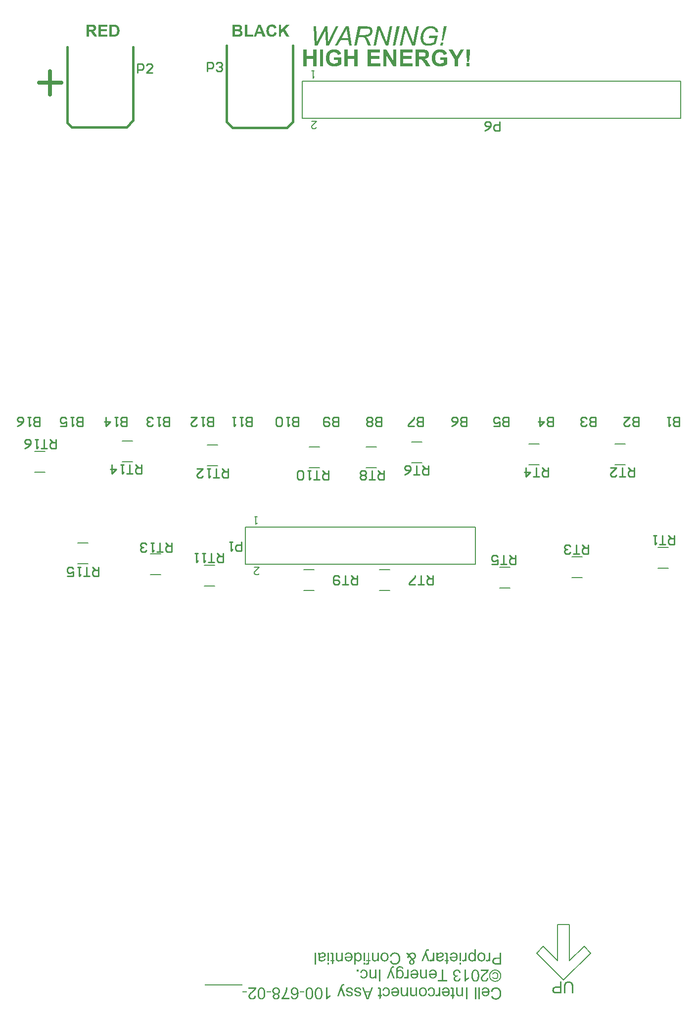
<source format=gto>
%FSLAX25Y25*%
%MOIN*%
G70*
G01*
G75*
%ADD10R,0.09000X0.15000*%
%ADD11C,0.05000*%
%ADD12C,0.02500*%
%ADD13R,0.46000X0.47000*%
%ADD14R,0.35500X1.86000*%
%ADD15R,0.36000X1.86000*%
%ADD16R,0.37000X1.86000*%
%ADD17R,0.36500X1.86000*%
%ADD18R,0.39000X1.87000*%
%ADD19R,0.37000X1.87000*%
%ADD20R,0.37500X1.87000*%
%ADD21R,0.38000X1.87000*%
%ADD22R,0.15000X1.88000*%
%ADD23O,0.06300X0.05500*%
%ADD24C,0.40000*%
%ADD25R,0.05906X0.05906*%
%ADD26C,0.05906*%
%ADD27C,0.05906*%
%ADD28R,0.10780X1.86811*%
G04:AMPARAMS|DCode=29|XSize=1868.11mil|YSize=107.8mil|CornerRadius=26.95mil|HoleSize=0mil|Usage=FLASHONLY|Rotation=270.000|XOffset=0mil|YOffset=0mil|HoleType=Round|Shape=RoundedRectangle|*
%AMROUNDEDRECTD29*
21,1,1.86811,0.05390,0,0,270.0*
21,1,1.81421,0.10780,0,0,270.0*
1,1,0.05390,-0.02695,-0.90711*
1,1,0.05390,-0.02695,0.90711*
1,1,0.05390,0.02695,0.90711*
1,1,0.05390,0.02695,-0.90711*
%
%ADD29ROUNDEDRECTD29*%
%ADD30C,0.05000*%
%ADD31C,0.01000*%
%ADD32C,0.01500*%
%ADD33R,0.43000X0.45000*%
%ADD34R,0.37500X1.86000*%
%ADD35C,0.00700*%
%ADD36C,0.00787*%
%ADD37C,0.00800*%
G36*
X241142Y34698D02*
X240157D01*
Y40500D01*
X241142D01*
Y34698D01*
D02*
G37*
G36*
X216894D02*
X215908D01*
Y40500D01*
X216894D01*
Y34698D01*
D02*
G37*
G36*
X305781D02*
X304796D01*
Y40500D01*
X305781D01*
Y34698D01*
D02*
G37*
G36*
X57213Y665495D02*
X57331Y665488D01*
X57463Y665481D01*
X57608Y665474D01*
X57914Y665446D01*
X58226Y665412D01*
X58372Y665384D01*
X58511Y665356D01*
X58643Y665321D01*
X58760Y665280D01*
X58767D01*
X58788Y665273D01*
X58816Y665259D01*
X58858Y665238D01*
X58906Y665210D01*
X58962Y665183D01*
X59094Y665106D01*
X59246Y664995D01*
X59323Y664933D01*
X59399Y664863D01*
X59475Y664787D01*
X59552Y664704D01*
X59621Y664607D01*
X59690Y664509D01*
X59697Y664502D01*
X59704Y664482D01*
X59725Y664454D01*
X59746Y664412D01*
X59774Y664364D01*
X59802Y664301D01*
X59836Y664225D01*
X59871Y664149D01*
X59899Y664058D01*
X59933Y663961D01*
X59961Y663857D01*
X59989Y663746D01*
X60031Y663510D01*
X60037Y663385D01*
X60044Y663253D01*
Y663246D01*
Y663212D01*
Y663163D01*
X60037Y663101D01*
X60031Y663024D01*
X60017Y662934D01*
X60003Y662837D01*
X59975Y662726D01*
X59947Y662615D01*
X59913Y662490D01*
X59871Y662372D01*
X59822Y662240D01*
X59760Y662115D01*
X59684Y661997D01*
X59607Y661872D01*
X59510Y661761D01*
X59503Y661754D01*
X59482Y661733D01*
X59455Y661706D01*
X59413Y661671D01*
X59357Y661622D01*
X59288Y661567D01*
X59205Y661511D01*
X59114Y661449D01*
X59010Y661386D01*
X58892Y661324D01*
X58767Y661262D01*
X58622Y661206D01*
X58469Y661150D01*
X58302Y661102D01*
X58122Y661060D01*
X57935Y661025D01*
X57942D01*
X57955Y661012D01*
X57983Y660998D01*
X58025Y660970D01*
X58066Y660942D01*
X58115Y660908D01*
X58240Y660824D01*
X58372Y660727D01*
X58518Y660616D01*
X58663Y660484D01*
X58795Y660352D01*
X58802Y660345D01*
X58809Y660338D01*
X58830Y660311D01*
X58858Y660283D01*
X58892Y660241D01*
X58934Y660186D01*
X58983Y660130D01*
X59038Y660054D01*
X59101Y659971D01*
X59170Y659880D01*
X59246Y659769D01*
X59330Y659651D01*
X59420Y659519D01*
X59510Y659381D01*
X59614Y659221D01*
X59718Y659055D01*
X60697Y657500D01*
X58760D01*
X57595Y659242D01*
X57588Y659256D01*
X57567Y659284D01*
X57539Y659332D01*
X57490Y659395D01*
X57442Y659464D01*
X57386Y659547D01*
X57324Y659637D01*
X57254Y659735D01*
X57109Y659936D01*
X56970Y660130D01*
X56907Y660214D01*
X56845Y660297D01*
X56790Y660359D01*
X56741Y660415D01*
X56734Y660429D01*
X56699Y660456D01*
X56658Y660498D01*
X56595Y660547D01*
X56519Y660602D01*
X56443Y660658D01*
X56352Y660706D01*
X56255Y660748D01*
X56241Y660755D01*
X56207Y660762D01*
X56144Y660776D01*
X56061Y660796D01*
X55943Y660810D01*
X55804Y660824D01*
X55638Y660831D01*
X55547Y660838D01*
X55117D01*
Y657500D01*
X53500D01*
Y665502D01*
X57102D01*
X57213Y665495D01*
D02*
G37*
G36*
X67505Y664149D02*
X63188D01*
Y662379D01*
X67207D01*
Y661025D01*
X63188D01*
Y658853D01*
X67658D01*
Y657500D01*
X61571D01*
Y665502D01*
X67505D01*
Y664149D01*
D02*
G37*
G36*
X72217Y665495D02*
X72314D01*
X72418Y665488D01*
X72536Y665481D01*
X72779Y665460D01*
X73036Y665432D01*
X73279Y665398D01*
X73390Y665370D01*
X73494Y665342D01*
X73501D01*
X73529Y665335D01*
X73563Y665321D01*
X73612Y665301D01*
X73675Y665280D01*
X73744Y665252D01*
X73820Y665217D01*
X73910Y665176D01*
X74098Y665071D01*
X74195Y665016D01*
X74299Y664947D01*
X74396Y664870D01*
X74500Y664794D01*
X74598Y664704D01*
X74695Y664607D01*
X74702Y664600D01*
X74716Y664586D01*
X74743Y664551D01*
X74778Y664509D01*
X74820Y664461D01*
X74868Y664398D01*
X74924Y664329D01*
X74979Y664246D01*
X75042Y664155D01*
X75104Y664058D01*
X75167Y663954D01*
X75236Y663836D01*
X75299Y663718D01*
X75354Y663586D01*
X75465Y663309D01*
Y663302D01*
X75479Y663274D01*
X75493Y663232D01*
X75507Y663170D01*
X75528Y663101D01*
X75548Y663010D01*
X75569Y662906D01*
X75597Y662788D01*
X75625Y662656D01*
X75646Y662511D01*
X75666Y662358D01*
X75687Y662191D01*
X75708Y662011D01*
X75715Y661824D01*
X75729Y661629D01*
Y661421D01*
Y661407D01*
Y661379D01*
Y661324D01*
X75722Y661255D01*
Y661171D01*
X75715Y661074D01*
X75708Y660963D01*
X75701Y660838D01*
X75687Y660706D01*
X75666Y660574D01*
X75625Y660290D01*
X75562Y659998D01*
X75479Y659721D01*
Y659714D01*
X75465Y659679D01*
X75451Y659637D01*
X75424Y659575D01*
X75396Y659499D01*
X75354Y659415D01*
X75312Y659318D01*
X75264Y659214D01*
X75139Y658992D01*
X74993Y658756D01*
X74820Y658520D01*
X74730Y658409D01*
X74625Y658305D01*
X74618Y658298D01*
X74604Y658284D01*
X74584Y658263D01*
X74549Y658236D01*
X74507Y658201D01*
X74452Y658166D01*
X74396Y658118D01*
X74327Y658069D01*
X74251Y658020D01*
X74160Y657972D01*
X74070Y657916D01*
X73966Y657861D01*
X73855Y657812D01*
X73744Y657757D01*
X73619Y657715D01*
X73487Y657667D01*
X73480D01*
X73459Y657660D01*
X73432Y657653D01*
X73390Y657639D01*
X73334Y657625D01*
X73272Y657611D01*
X73196Y657597D01*
X73106Y657583D01*
X73008Y657569D01*
X72904Y657555D01*
X72786Y657542D01*
X72661Y657528D01*
X72522Y657514D01*
X72377Y657507D01*
X72224Y657500D01*
X69018D01*
Y665502D01*
X72134D01*
X72217Y665495D01*
D02*
G37*
G36*
X230142Y40625D02*
X230225Y40618D01*
X230337Y40611D01*
X230462Y40590D01*
X230593Y40569D01*
X230746Y40535D01*
X230906Y40493D01*
X231065Y40444D01*
X231232Y40382D01*
X231405Y40306D01*
X231565Y40216D01*
X231732Y40111D01*
X231884Y39993D01*
X232030Y39855D01*
X232037Y39848D01*
X232065Y39820D01*
X232099Y39771D01*
X232148Y39709D01*
X232203Y39632D01*
X232266Y39528D01*
X232328Y39417D01*
X232398Y39285D01*
X232467Y39140D01*
X232537Y38973D01*
X232599Y38793D01*
X232655Y38598D01*
X232703Y38383D01*
X232738Y38154D01*
X232766Y37911D01*
X232772Y37655D01*
Y37648D01*
Y37641D01*
Y37620D01*
Y37592D01*
Y37557D01*
X232766Y37516D01*
X232759Y37412D01*
X232752Y37287D01*
X232731Y37148D01*
X232710Y36988D01*
X232675Y36822D01*
X232641Y36641D01*
X232592Y36454D01*
X232530Y36267D01*
X232453Y36079D01*
X232370Y35892D01*
X232273Y35711D01*
X232155Y35538D01*
X232023Y35378D01*
X232016Y35371D01*
X231988Y35344D01*
X231947Y35302D01*
X231884Y35253D01*
X231808Y35191D01*
X231718Y35122D01*
X231613Y35045D01*
X231496Y34969D01*
X231364Y34899D01*
X231211Y34823D01*
X231051Y34754D01*
X230878Y34691D01*
X230691Y34643D01*
X230496Y34601D01*
X230288Y34573D01*
X230066Y34566D01*
X230017D01*
X229955Y34573D01*
X229872Y34580D01*
X229774Y34587D01*
X229663Y34608D01*
X229532Y34636D01*
X229393Y34664D01*
X229247Y34705D01*
X229094Y34761D01*
X228935Y34823D01*
X228775Y34899D01*
X228622Y34997D01*
X228463Y35101D01*
X228317Y35226D01*
X228171Y35364D01*
X228164Y35371D01*
X228137Y35399D01*
X228102Y35448D01*
X228053Y35510D01*
X227998Y35593D01*
X227935Y35691D01*
X227866Y35809D01*
X227797Y35940D01*
X227727Y36086D01*
X227665Y36253D01*
X227602Y36440D01*
X227547Y36634D01*
X227498Y36850D01*
X227463Y37086D01*
X227436Y37328D01*
X227429Y37592D01*
Y37599D01*
Y37606D01*
Y37627D01*
Y37655D01*
Y37689D01*
Y37738D01*
X227436Y37786D01*
Y37849D01*
X231759D01*
Y37863D01*
Y37891D01*
X231752Y37939D01*
X231745Y38008D01*
X231732Y38085D01*
X231718Y38182D01*
X231697Y38286D01*
X231676Y38397D01*
X231607Y38633D01*
X231565Y38751D01*
X231516Y38876D01*
X231454Y38994D01*
X231384Y39112D01*
X231308Y39223D01*
X231225Y39320D01*
X231218Y39327D01*
X231204Y39341D01*
X231176Y39369D01*
X231135Y39397D01*
X231086Y39438D01*
X231031Y39480D01*
X230961Y39528D01*
X230885Y39570D01*
X230802Y39619D01*
X230711Y39667D01*
X230614Y39709D01*
X230503Y39750D01*
X230392Y39778D01*
X230267Y39806D01*
X230142Y39820D01*
X230010Y39827D01*
X229955D01*
X229920Y39820D01*
X229872D01*
X229816Y39813D01*
X229691Y39792D01*
X229545Y39757D01*
X229393Y39709D01*
X229233Y39639D01*
X229087Y39542D01*
X229080Y39535D01*
X229067Y39528D01*
X229053Y39514D01*
X229025Y39487D01*
X228990Y39459D01*
X228956Y39417D01*
X228914Y39376D01*
X228865Y39320D01*
X228817Y39258D01*
X228768Y39195D01*
X228720Y39119D01*
X228664Y39036D01*
X228615Y38945D01*
X228567Y38848D01*
X228518Y38737D01*
X228477Y38626D01*
X227463Y38758D01*
Y38765D01*
X227477Y38800D01*
X227491Y38841D01*
X227512Y38904D01*
X227540Y38980D01*
X227574Y39070D01*
X227616Y39161D01*
X227665Y39265D01*
X227720Y39376D01*
X227790Y39487D01*
X227859Y39605D01*
X227942Y39723D01*
X228032Y39834D01*
X228130Y39945D01*
X228241Y40049D01*
X228359Y40146D01*
X228366Y40153D01*
X228386Y40167D01*
X228428Y40188D01*
X228477Y40222D01*
X228539Y40257D01*
X228615Y40299D01*
X228706Y40340D01*
X228810Y40389D01*
X228921Y40431D01*
X229046Y40479D01*
X229185Y40521D01*
X229330Y40556D01*
X229490Y40590D01*
X229657Y40611D01*
X229830Y40625D01*
X230017Y40632D01*
X230073D01*
X230142Y40625D01*
D02*
G37*
G36*
X244022Y35462D02*
X244890D01*
Y34698D01*
X244022D01*
Y34087D01*
Y34080D01*
Y34060D01*
Y34032D01*
Y33990D01*
Y33942D01*
X244015Y33886D01*
X244008Y33761D01*
X244001Y33623D01*
X243981Y33477D01*
X243960Y33338D01*
X243939Y33275D01*
X243925Y33220D01*
Y33213D01*
X243918Y33206D01*
X243911Y33185D01*
X243897Y33158D01*
X243863Y33088D01*
X243807Y33005D01*
X243738Y32908D01*
X243654Y32803D01*
X243550Y32706D01*
X243425Y32609D01*
X243419D01*
X243411Y32595D01*
X243391Y32588D01*
X243356Y32568D01*
X243321Y32554D01*
X243280Y32533D01*
X243224Y32512D01*
X243162Y32484D01*
X243099Y32463D01*
X243023Y32443D01*
X242940Y32422D01*
X242849Y32401D01*
X242752Y32387D01*
X242648Y32373D01*
X242419Y32366D01*
X242308D01*
X242260Y32373D01*
X242148Y32380D01*
X242010Y32394D01*
X241857Y32408D01*
X241684Y32436D01*
X241503Y32470D01*
X241649Y33324D01*
X241663D01*
X241697Y33317D01*
X241760Y33303D01*
X241836Y33296D01*
X241926Y33282D01*
X242023Y33275D01*
X242225Y33268D01*
X242301D01*
X242377Y33275D01*
X242475Y33289D01*
X242579Y33317D01*
X242683Y33352D01*
X242780Y33400D01*
X242863Y33463D01*
X242870Y33470D01*
X242891Y33498D01*
X242919Y33546D01*
X242953Y33623D01*
X242988Y33720D01*
X243002Y33775D01*
X243016Y33838D01*
X243030Y33914D01*
X243037Y33990D01*
X243044Y34074D01*
Y34171D01*
Y34698D01*
X241913D01*
Y35462D01*
X243037D01*
Y40500D01*
X244022D01*
Y35462D01*
D02*
G37*
G36*
X261317Y40625D02*
X261407D01*
X261518Y40618D01*
X261643Y40604D01*
X261782Y40590D01*
X261941Y40569D01*
X262101Y40542D01*
X262275Y40507D01*
X262448Y40465D01*
X262621Y40410D01*
X262802Y40354D01*
X262968Y40285D01*
X263135Y40202D01*
X263295Y40111D01*
X263302Y40104D01*
X263329Y40084D01*
X263371Y40056D01*
X263426Y40014D01*
X263496Y39959D01*
X263572Y39889D01*
X263663Y39813D01*
X263753Y39723D01*
X263850Y39619D01*
X263954Y39508D01*
X264058Y39383D01*
X264155Y39244D01*
X264259Y39098D01*
X264356Y38939D01*
X264447Y38765D01*
X264530Y38585D01*
X264537Y38571D01*
X264551Y38536D01*
X264572Y38487D01*
X264592Y38411D01*
X264627Y38321D01*
X264662Y38210D01*
X264697Y38085D01*
X264738Y37939D01*
X264780Y37786D01*
X264814Y37620D01*
X264849Y37446D01*
X264884Y37259D01*
X264905Y37065D01*
X264926Y36863D01*
X264939Y36655D01*
X264946Y36440D01*
Y36433D01*
Y36426D01*
Y36385D01*
Y36315D01*
X264939Y36232D01*
X264932Y36121D01*
X264919Y35996D01*
X264905Y35857D01*
X264884Y35697D01*
X264863Y35531D01*
X264828Y35357D01*
X264794Y35177D01*
X264745Y34997D01*
X264690Y34809D01*
X264627Y34622D01*
X264558Y34441D01*
X264474Y34261D01*
X264468Y34247D01*
X264454Y34219D01*
X264426Y34171D01*
X264384Y34108D01*
X264336Y34032D01*
X264273Y33942D01*
X264204Y33845D01*
X264127Y33733D01*
X264030Y33623D01*
X263933Y33505D01*
X263822Y33386D01*
X263697Y33268D01*
X263565Y33158D01*
X263426Y33046D01*
X263274Y32942D01*
X263114Y32845D01*
X263107Y32838D01*
X263073Y32824D01*
X263024Y32803D01*
X262962Y32769D01*
X262878Y32734D01*
X262781Y32693D01*
X262670Y32644D01*
X262538Y32602D01*
X262406Y32554D01*
X262254Y32512D01*
X262094Y32470D01*
X261928Y32436D01*
X261747Y32401D01*
X261567Y32380D01*
X261372Y32366D01*
X261178Y32359D01*
X261122D01*
X261060Y32366D01*
X260977D01*
X260873Y32380D01*
X260755Y32394D01*
X260623Y32408D01*
X260477Y32436D01*
X260317Y32470D01*
X260158Y32512D01*
X259991Y32561D01*
X259818Y32623D01*
X259651Y32693D01*
X259478Y32776D01*
X259318Y32866D01*
X259158Y32977D01*
X259152Y32984D01*
X259124Y33005D01*
X259082Y33040D01*
X259027Y33088D01*
X258957Y33151D01*
X258881Y33227D01*
X258798Y33317D01*
X258707Y33421D01*
X258617Y33539D01*
X258520Y33664D01*
X258423Y33810D01*
X258332Y33963D01*
X258242Y34129D01*
X258159Y34303D01*
X258083Y34497D01*
X258013Y34698D01*
X259054Y34941D01*
Y34934D01*
X259068Y34899D01*
X259082Y34858D01*
X259110Y34795D01*
X259138Y34726D01*
X259172Y34643D01*
X259214Y34552D01*
X259262Y34455D01*
X259381Y34247D01*
X259519Y34039D01*
X259596Y33935D01*
X259679Y33838D01*
X259769Y33747D01*
X259866Y33671D01*
X259873Y33664D01*
X259887Y33650D01*
X259922Y33636D01*
X259963Y33609D01*
X260012Y33581D01*
X260074Y33546D01*
X260151Y33505D01*
X260227Y33470D01*
X260324Y33435D01*
X260421Y33393D01*
X260532Y33359D01*
X260650Y33331D01*
X260775Y33303D01*
X260907Y33282D01*
X261053Y33275D01*
X261199Y33268D01*
X261289D01*
X261351Y33275D01*
X261435Y33282D01*
X261525Y33289D01*
X261629Y33303D01*
X261740Y33324D01*
X261858Y33345D01*
X261983Y33380D01*
X262108Y33414D01*
X262240Y33456D01*
X262365Y33505D01*
X262496Y33567D01*
X262621Y33636D01*
X262739Y33713D01*
X262746Y33720D01*
X262767Y33733D01*
X262795Y33761D01*
X262837Y33796D01*
X262892Y33838D01*
X262948Y33893D01*
X263010Y33956D01*
X263080Y34025D01*
X263149Y34108D01*
X263225Y34198D01*
X263295Y34296D01*
X263364Y34400D01*
X263433Y34511D01*
X263496Y34636D01*
X263558Y34761D01*
X263607Y34899D01*
Y34906D01*
X263621Y34934D01*
X263628Y34976D01*
X263649Y35024D01*
X263663Y35094D01*
X263683Y35177D01*
X263711Y35267D01*
X263732Y35371D01*
X263753Y35482D01*
X263780Y35600D01*
X263801Y35725D01*
X263815Y35857D01*
X263843Y36142D01*
X263857Y36433D01*
Y36447D01*
Y36475D01*
Y36530D01*
X263850Y36607D01*
Y36690D01*
X263843Y36794D01*
X263829Y36912D01*
X263822Y37037D01*
X263801Y37176D01*
X263787Y37315D01*
X263732Y37613D01*
X263663Y37918D01*
X263565Y38217D01*
X263558Y38224D01*
X263551Y38251D01*
X263531Y38286D01*
X263510Y38342D01*
X263475Y38404D01*
X263440Y38473D01*
X263392Y38557D01*
X263336Y38640D01*
X263274Y38730D01*
X263211Y38827D01*
X263135Y38918D01*
X263052Y39015D01*
X262962Y39105D01*
X262864Y39188D01*
X262753Y39272D01*
X262642Y39348D01*
X262635Y39355D01*
X262614Y39362D01*
X262580Y39383D01*
X262531Y39404D01*
X262476Y39431D01*
X262406Y39466D01*
X262323Y39501D01*
X262233Y39535D01*
X262136Y39570D01*
X262032Y39605D01*
X261920Y39632D01*
X261803Y39667D01*
X261553Y39709D01*
X261414Y39716D01*
X261282Y39723D01*
X261240D01*
X261199Y39716D01*
X261136D01*
X261060Y39709D01*
X260970Y39695D01*
X260866Y39681D01*
X260761Y39660D01*
X260644Y39632D01*
X260526Y39598D01*
X260401Y39556D01*
X260269Y39508D01*
X260144Y39452D01*
X260019Y39383D01*
X259894Y39306D01*
X259776Y39216D01*
X259769Y39209D01*
X259748Y39195D01*
X259720Y39161D01*
X259679Y39119D01*
X259623Y39063D01*
X259568Y39001D01*
X259505Y38925D01*
X259436Y38834D01*
X259367Y38730D01*
X259297Y38619D01*
X259228Y38494D01*
X259158Y38355D01*
X259096Y38210D01*
X259033Y38050D01*
X258985Y37877D01*
X258936Y37696D01*
X257874Y37960D01*
Y37967D01*
X257881Y37974D01*
Y37995D01*
X257888Y38015D01*
X257909Y38085D01*
X257937Y38175D01*
X257979Y38286D01*
X258027Y38411D01*
X258083Y38550D01*
X258152Y38696D01*
X258228Y38855D01*
X258312Y39022D01*
X258409Y39188D01*
X258520Y39348D01*
X258645Y39514D01*
X258777Y39667D01*
X258915Y39813D01*
X259075Y39952D01*
X259082Y39959D01*
X259117Y39979D01*
X259165Y40014D01*
X259228Y40056D01*
X259311Y40111D01*
X259415Y40167D01*
X259533Y40229D01*
X259665Y40292D01*
X259811Y40354D01*
X259970Y40417D01*
X260144Y40472D01*
X260331Y40528D01*
X260532Y40569D01*
X260741Y40604D01*
X260963Y40625D01*
X261192Y40632D01*
X261247D01*
X261317Y40625D01*
D02*
G37*
G36*
X218601Y40569D02*
X218657D01*
X218775Y40556D01*
X218906Y40535D01*
X219045Y40507D01*
X219177Y40465D01*
X219302Y40410D01*
X219316Y40403D01*
X219351Y40382D01*
X219399Y40340D01*
X219462Y40292D01*
X219531Y40229D01*
X219600Y40153D01*
X219663Y40063D01*
X219711Y39966D01*
Y39959D01*
X219718Y39952D01*
X219725Y39931D01*
X219732Y39910D01*
X219739Y39875D01*
X219746Y39834D01*
X219760Y39778D01*
X219767Y39716D01*
X219781Y39646D01*
X219795Y39563D01*
X219802Y39466D01*
X219809Y39362D01*
X219815Y39244D01*
X219823Y39112D01*
X219829Y38966D01*
Y38807D01*
Y35462D01*
X220558D01*
Y34698D01*
X219829D01*
Y33268D01*
X218844Y32679D01*
Y34698D01*
X217859D01*
Y35462D01*
X218844D01*
Y38862D01*
Y38869D01*
Y38883D01*
Y38904D01*
Y38932D01*
Y39001D01*
X218837Y39084D01*
X218830Y39175D01*
X218823Y39265D01*
X218809Y39341D01*
X218795Y39404D01*
Y39410D01*
X218788Y39424D01*
X218775Y39445D01*
X218754Y39473D01*
X218705Y39535D01*
X218629Y39591D01*
X218622D01*
X218608Y39605D01*
X218580Y39612D01*
X218539Y39626D01*
X218497Y39639D01*
X218435Y39646D01*
X218365Y39660D01*
X218226D01*
X218178Y39653D01*
X218115D01*
X218039Y39646D01*
X217956Y39639D01*
X217859Y39626D01*
X217720Y40493D01*
X217741D01*
X217761Y40500D01*
X217789Y40507D01*
X217865Y40521D01*
X217969Y40535D01*
X218088Y40549D01*
X218212Y40562D01*
X218344Y40569D01*
X218469Y40576D01*
X218559D01*
X218601Y40569D01*
D02*
G37*
G36*
X319717Y40625D02*
X319800Y40618D01*
X319904Y40611D01*
X320022Y40590D01*
X320154Y40569D01*
X320300Y40535D01*
X320452Y40493D01*
X320612Y40444D01*
X320772Y40382D01*
X320938Y40306D01*
X321105Y40216D01*
X321265Y40111D01*
X321417Y39993D01*
X321563Y39855D01*
X321570Y39848D01*
X321598Y39820D01*
X321632Y39771D01*
X321681Y39709D01*
X321736Y39626D01*
X321799Y39528D01*
X321868Y39410D01*
X321938Y39279D01*
X322007Y39126D01*
X322076Y38959D01*
X322139Y38772D01*
X322194Y38571D01*
X322243Y38355D01*
X322278Y38120D01*
X322305Y37870D01*
X322312Y37599D01*
Y37592D01*
Y37578D01*
Y37557D01*
Y37530D01*
X322305Y37488D01*
Y37446D01*
X322299Y37335D01*
X322285Y37203D01*
X322264Y37051D01*
X322236Y36877D01*
X322201Y36697D01*
X322153Y36503D01*
X322090Y36308D01*
X322021Y36107D01*
X321938Y35913D01*
X321833Y35718D01*
X321716Y35538D01*
X321577Y35364D01*
X321417Y35212D01*
X321410Y35205D01*
X321382Y35184D01*
X321341Y35149D01*
X321285Y35108D01*
X321209Y35059D01*
X321126Y35010D01*
X321022Y34948D01*
X320911Y34885D01*
X320786Y34830D01*
X320647Y34768D01*
X320494Y34719D01*
X320335Y34664D01*
X320168Y34629D01*
X319988Y34594D01*
X319793Y34573D01*
X319599Y34566D01*
X319543D01*
X319481Y34573D01*
X319398Y34580D01*
X319300Y34587D01*
X319176Y34608D01*
X319044Y34629D01*
X318905Y34664D01*
X318752Y34705D01*
X318593Y34761D01*
X318433Y34823D01*
X318266Y34899D01*
X318100Y34990D01*
X317940Y35094D01*
X317788Y35212D01*
X317642Y35350D01*
X317635Y35357D01*
X317607Y35385D01*
X317572Y35434D01*
X317524Y35496D01*
X317461Y35573D01*
X317399Y35670D01*
X317330Y35788D01*
X317260Y35913D01*
X317191Y36065D01*
X317121Y36225D01*
X317052Y36405D01*
X316996Y36600D01*
X316948Y36808D01*
X316913Y37030D01*
X316885Y37266D01*
X316878Y37523D01*
Y37537D01*
Y37571D01*
Y37627D01*
X316885Y37710D01*
Y37800D01*
X316899Y37911D01*
X316906Y38029D01*
X316920Y38161D01*
X316941Y38300D01*
X316962Y38446D01*
X317024Y38737D01*
X317059Y38883D01*
X317107Y39022D01*
X317156Y39161D01*
X317218Y39285D01*
X317225Y39292D01*
X317232Y39313D01*
X317253Y39348D01*
X317281Y39390D01*
X317316Y39445D01*
X317357Y39508D01*
X317406Y39577D01*
X317468Y39646D01*
X317531Y39730D01*
X317600Y39806D01*
X317683Y39889D01*
X317774Y39973D01*
X317864Y40056D01*
X317968Y40132D01*
X318079Y40209D01*
X318197Y40278D01*
X318204Y40285D01*
X318225Y40292D01*
X318259Y40313D01*
X318308Y40333D01*
X318371Y40361D01*
X318440Y40389D01*
X318523Y40424D01*
X318613Y40451D01*
X318710Y40486D01*
X318822Y40521D01*
X318933Y40549D01*
X319057Y40576D01*
X319321Y40618D01*
X319460Y40625D01*
X319599Y40632D01*
X319654D01*
X319717Y40625D01*
D02*
G37*
G36*
X301000D02*
X301083Y40618D01*
X301194Y40611D01*
X301319Y40590D01*
X301451Y40569D01*
X301603Y40535D01*
X301763Y40493D01*
X301923Y40444D01*
X302089Y40382D01*
X302263Y40306D01*
X302422Y40216D01*
X302589Y40111D01*
X302742Y39993D01*
X302887Y39855D01*
X302894Y39848D01*
X302922Y39820D01*
X302957Y39771D01*
X303005Y39709D01*
X303061Y39632D01*
X303123Y39528D01*
X303186Y39417D01*
X303255Y39285D01*
X303325Y39140D01*
X303394Y38973D01*
X303456Y38793D01*
X303512Y38598D01*
X303560Y38383D01*
X303595Y38154D01*
X303623Y37911D01*
X303630Y37655D01*
Y37648D01*
Y37641D01*
Y37620D01*
Y37592D01*
Y37557D01*
X303623Y37516D01*
X303616Y37412D01*
X303609Y37287D01*
X303588Y37148D01*
X303568Y36988D01*
X303533Y36822D01*
X303498Y36641D01*
X303450Y36454D01*
X303387Y36267D01*
X303311Y36079D01*
X303227Y35892D01*
X303130Y35711D01*
X303012Y35538D01*
X302880Y35378D01*
X302873Y35371D01*
X302846Y35344D01*
X302804Y35302D01*
X302742Y35253D01*
X302665Y35191D01*
X302575Y35122D01*
X302471Y35045D01*
X302353Y34969D01*
X302221Y34899D01*
X302068Y34823D01*
X301909Y34754D01*
X301735Y34691D01*
X301548Y34643D01*
X301354Y34601D01*
X301145Y34573D01*
X300923Y34566D01*
X300875D01*
X300812Y34573D01*
X300729Y34580D01*
X300632Y34587D01*
X300521Y34608D01*
X300389Y34636D01*
X300250Y34664D01*
X300104Y34705D01*
X299952Y34761D01*
X299792Y34823D01*
X299633Y34899D01*
X299480Y34997D01*
X299320Y35101D01*
X299174Y35226D01*
X299029Y35364D01*
X299022Y35371D01*
X298994Y35399D01*
X298959Y35448D01*
X298911Y35510D01*
X298855Y35593D01*
X298793Y35691D01*
X298723Y35809D01*
X298654Y35940D01*
X298585Y36086D01*
X298522Y36253D01*
X298460Y36440D01*
X298404Y36634D01*
X298356Y36850D01*
X298321Y37086D01*
X298293Y37328D01*
X298286Y37592D01*
Y37599D01*
Y37606D01*
Y37627D01*
Y37655D01*
Y37689D01*
Y37738D01*
X298293Y37786D01*
Y37849D01*
X302617D01*
Y37863D01*
Y37891D01*
X302610Y37939D01*
X302603Y38008D01*
X302589Y38085D01*
X302575Y38182D01*
X302554Y38286D01*
X302533Y38397D01*
X302464Y38633D01*
X302422Y38751D01*
X302374Y38876D01*
X302311Y38994D01*
X302242Y39112D01*
X302166Y39223D01*
X302082Y39320D01*
X302075Y39327D01*
X302062Y39341D01*
X302034Y39369D01*
X301992Y39397D01*
X301943Y39438D01*
X301888Y39480D01*
X301819Y39528D01*
X301742Y39570D01*
X301659Y39619D01*
X301569Y39667D01*
X301472Y39709D01*
X301361Y39750D01*
X301250Y39778D01*
X301125Y39806D01*
X301000Y39820D01*
X300868Y39827D01*
X300812D01*
X300778Y39820D01*
X300729D01*
X300674Y39813D01*
X300549Y39792D01*
X300403Y39757D01*
X300250Y39709D01*
X300091Y39639D01*
X299945Y39542D01*
X299938Y39535D01*
X299924Y39528D01*
X299910Y39514D01*
X299882Y39487D01*
X299848Y39459D01*
X299813Y39417D01*
X299771Y39376D01*
X299723Y39320D01*
X299674Y39258D01*
X299625Y39195D01*
X299577Y39119D01*
X299521Y39036D01*
X299473Y38945D01*
X299424Y38848D01*
X299376Y38737D01*
X299334Y38626D01*
X298321Y38758D01*
Y38765D01*
X298335Y38800D01*
X298349Y38841D01*
X298369Y38904D01*
X298397Y38980D01*
X298432Y39070D01*
X298474Y39161D01*
X298522Y39265D01*
X298578Y39376D01*
X298647Y39487D01*
X298716Y39605D01*
X298800Y39723D01*
X298890Y39834D01*
X298987Y39945D01*
X299098Y40049D01*
X299216Y40146D01*
X299223Y40153D01*
X299244Y40167D01*
X299286Y40188D01*
X299334Y40222D01*
X299396Y40257D01*
X299473Y40299D01*
X299563Y40340D01*
X299667Y40389D01*
X299778Y40431D01*
X299903Y40479D01*
X300042Y40521D01*
X300188Y40556D01*
X300347Y40590D01*
X300514Y40611D01*
X300687Y40625D01*
X300875Y40632D01*
X300930D01*
X301000Y40625D01*
D02*
G37*
G36*
X254467D02*
X254550Y40618D01*
X254654Y40611D01*
X254772Y40590D01*
X254904Y40569D01*
X255050Y40535D01*
X255203Y40493D01*
X255362Y40444D01*
X255522Y40382D01*
X255688Y40306D01*
X255855Y40216D01*
X256015Y40111D01*
X256167Y39993D01*
X256313Y39855D01*
X256320Y39848D01*
X256348Y39820D01*
X256382Y39771D01*
X256431Y39709D01*
X256487Y39626D01*
X256549Y39528D01*
X256618Y39410D01*
X256688Y39279D01*
X256757Y39126D01*
X256827Y38959D01*
X256889Y38772D01*
X256944Y38571D01*
X256993Y38355D01*
X257028Y38120D01*
X257056Y37870D01*
X257063Y37599D01*
Y37592D01*
Y37578D01*
Y37557D01*
Y37530D01*
X257056Y37488D01*
Y37446D01*
X257049Y37335D01*
X257035Y37203D01*
X257014Y37051D01*
X256986Y36877D01*
X256951Y36697D01*
X256903Y36503D01*
X256840Y36308D01*
X256771Y36107D01*
X256688Y35913D01*
X256584Y35718D01*
X256466Y35538D01*
X256327Y35364D01*
X256167Y35212D01*
X256160Y35205D01*
X256133Y35184D01*
X256091Y35149D01*
X256035Y35108D01*
X255959Y35059D01*
X255876Y35010D01*
X255772Y34948D01*
X255661Y34885D01*
X255536Y34830D01*
X255397Y34768D01*
X255244Y34719D01*
X255085Y34664D01*
X254918Y34629D01*
X254738Y34594D01*
X254543Y34573D01*
X254349Y34566D01*
X254293D01*
X254231Y34573D01*
X254148Y34580D01*
X254051Y34587D01*
X253926Y34608D01*
X253794Y34629D01*
X253655Y34664D01*
X253502Y34705D01*
X253343Y34761D01*
X253183Y34823D01*
X253016Y34899D01*
X252850Y34990D01*
X252690Y35094D01*
X252538Y35212D01*
X252392Y35350D01*
X252385Y35357D01*
X252357Y35385D01*
X252323Y35434D01*
X252274Y35496D01*
X252211Y35573D01*
X252149Y35670D01*
X252080Y35788D01*
X252010Y35913D01*
X251941Y36065D01*
X251871Y36225D01*
X251802Y36405D01*
X251747Y36600D01*
X251698Y36808D01*
X251663Y37030D01*
X251635Y37266D01*
X251628Y37523D01*
Y37537D01*
Y37571D01*
Y37627D01*
X251635Y37710D01*
Y37800D01*
X251649Y37911D01*
X251656Y38029D01*
X251670Y38161D01*
X251691Y38300D01*
X251712Y38446D01*
X251774Y38737D01*
X251809Y38883D01*
X251857Y39022D01*
X251906Y39161D01*
X251969Y39285D01*
X251975Y39292D01*
X251982Y39313D01*
X252003Y39348D01*
X252031Y39390D01*
X252066Y39445D01*
X252107Y39508D01*
X252156Y39577D01*
X252218Y39646D01*
X252281Y39730D01*
X252350Y39806D01*
X252433Y39889D01*
X252524Y39973D01*
X252614Y40056D01*
X252718Y40132D01*
X252829Y40209D01*
X252947Y40278D01*
X252954Y40285D01*
X252975Y40292D01*
X253010Y40313D01*
X253058Y40333D01*
X253121Y40361D01*
X253190Y40389D01*
X253273Y40424D01*
X253363Y40451D01*
X253461Y40486D01*
X253572Y40521D01*
X253683Y40549D01*
X253808Y40576D01*
X254071Y40618D01*
X254210Y40625D01*
X254349Y40632D01*
X254404D01*
X254467Y40625D01*
D02*
G37*
G36*
X260158Y31346D02*
X260234Y31339D01*
X260324Y31325D01*
X260435Y31297D01*
X260553Y31269D01*
X260678Y31228D01*
X260789Y30305D01*
X260782D01*
X260775Y30312D01*
X260734Y30319D01*
X260678Y30332D01*
X260602Y30346D01*
X260512Y30367D01*
X260421Y30381D01*
X260324Y30388D01*
X260234Y30395D01*
X260179D01*
X260123Y30388D01*
X260047Y30381D01*
X259963Y30367D01*
X259873Y30346D01*
X259790Y30319D01*
X259714Y30284D01*
X259707Y30277D01*
X259679Y30263D01*
X259644Y30235D01*
X259596Y30201D01*
X259547Y30159D01*
X259491Y30110D01*
X259436Y30048D01*
X259387Y29978D01*
X259381Y29972D01*
X259367Y29944D01*
X259346Y29902D01*
X259318Y29826D01*
X259297Y29784D01*
X259276Y29729D01*
X259249Y29673D01*
X259221Y29604D01*
X259193Y29527D01*
X259158Y29444D01*
X259124Y29347D01*
X259089Y29243D01*
Y29236D01*
X259082Y29229D01*
X259075Y29208D01*
X259068Y29180D01*
X259054Y29146D01*
X259040Y29111D01*
X258999Y29007D01*
X261199Y23198D01*
X260151D01*
X258943Y26557D01*
Y26564D01*
X258929Y26585D01*
X258922Y26620D01*
X258902Y26668D01*
X258881Y26724D01*
X258860Y26793D01*
X258832Y26876D01*
X258804Y26967D01*
X258770Y27064D01*
X258735Y27168D01*
X258666Y27390D01*
X258589Y27640D01*
X258520Y27896D01*
Y27890D01*
X258513Y27869D01*
X258499Y27827D01*
X258492Y27779D01*
X258471Y27723D01*
X258451Y27647D01*
X258430Y27570D01*
X258402Y27480D01*
X258374Y27383D01*
X258346Y27279D01*
X258277Y27057D01*
X258194Y26828D01*
X258110Y26585D01*
X256868Y23198D01*
X255890D01*
X258090Y29097D01*
X258097Y29111D01*
X258103Y29139D01*
X258124Y29187D01*
X258145Y29250D01*
X258180Y29326D01*
X258215Y29416D01*
X258249Y29514D01*
X258291Y29618D01*
X258381Y29833D01*
X258471Y30048D01*
X258513Y30152D01*
X258562Y30249D01*
X258596Y30332D01*
X258638Y30409D01*
Y30416D01*
X258652Y30430D01*
X258666Y30457D01*
X258686Y30485D01*
X258707Y30527D01*
X258742Y30575D01*
X258811Y30680D01*
X258902Y30797D01*
X259006Y30915D01*
X259117Y31027D01*
X259242Y31124D01*
X259249D01*
X259256Y31131D01*
X259276Y31144D01*
X259304Y31158D01*
X259373Y31193D01*
X259471Y31235D01*
X259589Y31283D01*
X259728Y31318D01*
X259880Y31346D01*
X260047Y31353D01*
X260095D01*
X260158Y31346D01*
D02*
G37*
G36*
X248825Y23198D02*
X247936D01*
Y24024D01*
X247930Y24010D01*
X247909Y23982D01*
X247867Y23934D01*
X247818Y23871D01*
X247756Y23802D01*
X247673Y23719D01*
X247575Y23635D01*
X247471Y23545D01*
X247346Y23455D01*
X247208Y23372D01*
X247062Y23288D01*
X246895Y23219D01*
X246715Y23156D01*
X246521Y23108D01*
X246319Y23080D01*
X246097Y23066D01*
X246007D01*
X245958Y23073D01*
X245910D01*
X245778Y23087D01*
X245632Y23115D01*
X245466Y23150D01*
X245299Y23198D01*
X245133Y23261D01*
X245126D01*
X245112Y23268D01*
X245091Y23281D01*
X245063Y23295D01*
X244980Y23337D01*
X244890Y23392D01*
X244779Y23462D01*
X244675Y23545D01*
X244570Y23642D01*
X244480Y23753D01*
X244473Y23767D01*
X244446Y23809D01*
X244404Y23871D01*
X244355Y23962D01*
X244307Y24066D01*
X244251Y24191D01*
X244210Y24329D01*
X244168Y24482D01*
Y24496D01*
X244161Y24510D01*
Y24538D01*
X244154Y24565D01*
X244147Y24600D01*
Y24649D01*
X244140Y24704D01*
X244133Y24767D01*
X244126Y24836D01*
Y24912D01*
X244119Y24996D01*
Y25093D01*
X244112Y25197D01*
Y25308D01*
Y25433D01*
Y29000D01*
X245098D01*
Y25475D01*
Y25468D01*
Y25447D01*
Y25419D01*
Y25377D01*
Y25329D01*
X245105Y25266D01*
X245112Y25134D01*
X245126Y24989D01*
X245146Y24843D01*
X245174Y24704D01*
X245195Y24635D01*
X245216Y24579D01*
Y24572D01*
X245223Y24565D01*
X245237Y24531D01*
X245265Y24475D01*
X245306Y24406D01*
X245362Y24329D01*
X245438Y24253D01*
X245521Y24170D01*
X245625Y24100D01*
X245639Y24093D01*
X245674Y24073D01*
X245736Y24045D01*
X245820Y24010D01*
X245917Y23975D01*
X246035Y23948D01*
X246167Y23927D01*
X246305Y23920D01*
X246368D01*
X246410Y23927D01*
X246465Y23934D01*
X246528Y23941D01*
X246597Y23955D01*
X246673Y23968D01*
X246847Y24017D01*
X246937Y24052D01*
X247027Y24087D01*
X247117Y24135D01*
X247208Y24191D01*
X247298Y24253D01*
X247388Y24322D01*
X247395Y24329D01*
X247409Y24343D01*
X247430Y24364D01*
X247458Y24399D01*
X247492Y24447D01*
X247534Y24503D01*
X247569Y24579D01*
X247610Y24663D01*
X247659Y24753D01*
X247693Y24864D01*
X247735Y24989D01*
X247770Y25128D01*
X247798Y25280D01*
X247818Y25447D01*
X247832Y25634D01*
X247839Y25835D01*
Y29000D01*
X248825D01*
Y23198D01*
D02*
G37*
G36*
X270582D02*
X269693D01*
Y24080D01*
X269686Y24073D01*
X269679Y24052D01*
X269659Y24024D01*
X269638Y23982D01*
X269610Y23927D01*
X269575Y23871D01*
X269492Y23746D01*
X269395Y23608D01*
X269291Y23476D01*
X269187Y23358D01*
X269131Y23309D01*
X269076Y23268D01*
X269062Y23261D01*
X269027Y23233D01*
X268965Y23205D01*
X268888Y23164D01*
X268798Y23129D01*
X268687Y23094D01*
X268569Y23073D01*
X268444Y23066D01*
X268395D01*
X268361Y23073D01*
X268312D01*
X268264Y23080D01*
X268201Y23094D01*
X268132Y23108D01*
X267979Y23143D01*
X267813Y23198D01*
X267625Y23281D01*
X267535Y23330D01*
X267438Y23385D01*
X267785Y24295D01*
X267792D01*
X267799Y24288D01*
X267819Y24274D01*
X267847Y24260D01*
X267917Y24225D01*
X268007Y24184D01*
X268118Y24149D01*
X268236Y24114D01*
X268368Y24087D01*
X268500Y24080D01*
X268555D01*
X268611Y24087D01*
X268694Y24100D01*
X268777Y24128D01*
X268874Y24163D01*
X268979Y24211D01*
X269076Y24274D01*
X269090Y24281D01*
X269117Y24309D01*
X269159Y24350D01*
X269215Y24413D01*
X269270Y24489D01*
X269332Y24586D01*
X269388Y24690D01*
X269437Y24815D01*
Y24822D01*
X269443Y24836D01*
X269450Y24871D01*
X269464Y24905D01*
X269471Y24954D01*
X269485Y25016D01*
X269499Y25079D01*
X269513Y25155D01*
X269534Y25238D01*
X269548Y25329D01*
X269568Y25523D01*
X269589Y25731D01*
X269596Y25960D01*
Y29000D01*
X270582D01*
Y23198D01*
D02*
G37*
G36*
X303214Y29132D02*
X303283D01*
X303373Y29118D01*
X303477Y29104D01*
X303595Y29083D01*
X303720Y29063D01*
X303859Y29028D01*
X303998Y28986D01*
X304144Y28938D01*
X304289Y28875D01*
X304442Y28806D01*
X304581Y28722D01*
X304726Y28625D01*
X304858Y28514D01*
X304865Y28507D01*
X304886Y28486D01*
X304921Y28452D01*
X304969Y28396D01*
X305025Y28334D01*
X305080Y28264D01*
X305150Y28174D01*
X305219Y28070D01*
X305289Y27959D01*
X305358Y27841D01*
X305420Y27702D01*
X305483Y27556D01*
X305538Y27404D01*
X305587Y27237D01*
X305622Y27064D01*
X305649Y26883D01*
X304664Y26751D01*
Y26758D01*
X304657Y26786D01*
X304643Y26828D01*
X304629Y26890D01*
X304615Y26960D01*
X304588Y27036D01*
X304560Y27126D01*
X304532Y27216D01*
X304449Y27418D01*
X304352Y27612D01*
X304296Y27709D01*
X304234Y27799D01*
X304164Y27883D01*
X304095Y27959D01*
X304088Y27966D01*
X304074Y27973D01*
X304053Y27994D01*
X304019Y28014D01*
X303984Y28042D01*
X303935Y28077D01*
X303880Y28112D01*
X303817Y28139D01*
X303672Y28209D01*
X303505Y28271D01*
X303311Y28313D01*
X303207Y28320D01*
X303102Y28327D01*
X303033D01*
X302984Y28320D01*
X302929Y28313D01*
X302860Y28299D01*
X302783Y28285D01*
X302693Y28264D01*
X302603Y28243D01*
X302513Y28209D01*
X302415Y28174D01*
X302311Y28126D01*
X302214Y28070D01*
X302117Y28008D01*
X302020Y27931D01*
X301930Y27848D01*
X301923Y27841D01*
X301909Y27827D01*
X301888Y27799D01*
X301853Y27765D01*
X301819Y27716D01*
X301777Y27661D01*
X301735Y27591D01*
X301687Y27522D01*
X301645Y27439D01*
X301603Y27348D01*
X301562Y27251D01*
X301527Y27147D01*
X301492Y27036D01*
X301472Y26918D01*
X301458Y26793D01*
X301451Y26661D01*
Y26654D01*
Y26634D01*
Y26599D01*
X301458Y26550D01*
X301465Y26488D01*
X301472Y26425D01*
X301485Y26349D01*
X301506Y26266D01*
X301562Y26092D01*
X301596Y25995D01*
X301638Y25905D01*
X301687Y25808D01*
X301749Y25717D01*
X301819Y25627D01*
X301895Y25544D01*
X301902Y25537D01*
X301916Y25523D01*
X301943Y25502D01*
X301971Y25475D01*
X302020Y25440D01*
X302068Y25405D01*
X302131Y25363D01*
X302200Y25322D01*
X302277Y25287D01*
X302367Y25245D01*
X302457Y25211D01*
X302554Y25176D01*
X302665Y25148D01*
X302776Y25128D01*
X302894Y25114D01*
X303019Y25107D01*
X303068D01*
X303130Y25114D01*
X303207Y25120D01*
X303311Y25134D01*
X303429Y25148D01*
X303560Y25176D01*
X303713Y25211D01*
X303602Y24350D01*
X303588D01*
X303547Y24357D01*
X303491Y24364D01*
X303380D01*
X303338Y24357D01*
X303283D01*
X303221Y24343D01*
X303144Y24336D01*
X303068Y24322D01*
X302894Y24281D01*
X302707Y24225D01*
X302513Y24142D01*
X302415Y24093D01*
X302318Y24038D01*
X302311Y24031D01*
X302297Y24024D01*
X302270Y24003D01*
X302242Y23975D01*
X302200Y23941D01*
X302159Y23899D01*
X302117Y23851D01*
X302068Y23788D01*
X302020Y23719D01*
X301978Y23649D01*
X301937Y23566D01*
X301895Y23476D01*
X301867Y23372D01*
X301839Y23268D01*
X301825Y23150D01*
X301819Y23025D01*
Y23018D01*
Y23004D01*
Y22976D01*
X301825Y22934D01*
X301833Y22893D01*
X301839Y22837D01*
X301867Y22712D01*
X301909Y22574D01*
X301971Y22421D01*
X302013Y22352D01*
X302062Y22275D01*
X302124Y22206D01*
X302186Y22136D01*
X302193Y22129D01*
X302200Y22122D01*
X302221Y22102D01*
X302256Y22081D01*
X302291Y22053D01*
X302332Y22025D01*
X302381Y21991D01*
X302443Y21956D01*
X302575Y21887D01*
X302742Y21831D01*
X302922Y21789D01*
X303026Y21782D01*
X303130Y21776D01*
X303186D01*
X303227Y21782D01*
X303276Y21789D01*
X303331Y21796D01*
X303463Y21817D01*
X303609Y21866D01*
X303769Y21928D01*
X303852Y21970D01*
X303928Y22018D01*
X304005Y22074D01*
X304081Y22136D01*
X304088Y22143D01*
X304095Y22150D01*
X304116Y22171D01*
X304144Y22206D01*
X304171Y22240D01*
X304206Y22289D01*
X304248Y22344D01*
X304282Y22407D01*
X304324Y22476D01*
X304366Y22560D01*
X304407Y22650D01*
X304449Y22747D01*
X304484Y22851D01*
X304518Y22962D01*
X304546Y23087D01*
X304567Y23219D01*
X305552Y23045D01*
Y23032D01*
X305545Y23004D01*
X305532Y22948D01*
X305518Y22886D01*
X305490Y22803D01*
X305462Y22705D01*
X305427Y22601D01*
X305386Y22483D01*
X305337Y22365D01*
X305275Y22240D01*
X305212Y22116D01*
X305136Y21984D01*
X305053Y21859D01*
X304956Y21741D01*
X304851Y21623D01*
X304740Y21519D01*
X304733Y21512D01*
X304713Y21498D01*
X304678Y21470D01*
X304622Y21435D01*
X304560Y21394D01*
X304490Y21345D01*
X304400Y21297D01*
X304303Y21241D01*
X304192Y21192D01*
X304074Y21144D01*
X303942Y21095D01*
X303803Y21054D01*
X303651Y21019D01*
X303491Y20991D01*
X303325Y20977D01*
X303151Y20970D01*
X303089D01*
X303040Y20977D01*
X302984D01*
X302915Y20984D01*
X302839Y20991D01*
X302755Y21005D01*
X302568Y21040D01*
X302360Y21088D01*
X302152Y21158D01*
X301943Y21255D01*
X301937D01*
X301916Y21269D01*
X301888Y21283D01*
X301853Y21304D01*
X301805Y21331D01*
X301756Y21366D01*
X301631Y21456D01*
X301499Y21560D01*
X301361Y21692D01*
X301222Y21845D01*
X301104Y22018D01*
X301097Y22025D01*
X301090Y22039D01*
X301076Y22067D01*
X301055Y22102D01*
X301034Y22150D01*
X301007Y22199D01*
X300979Y22261D01*
X300951Y22331D01*
X300903Y22483D01*
X300854Y22657D01*
X300819Y22851D01*
X300805Y22948D01*
Y23052D01*
Y23059D01*
Y23073D01*
Y23101D01*
X300812Y23136D01*
Y23184D01*
X300819Y23240D01*
X300840Y23365D01*
X300875Y23510D01*
X300923Y23670D01*
X300993Y23830D01*
X301090Y23996D01*
Y24003D01*
X301104Y24017D01*
X301118Y24038D01*
X301138Y24066D01*
X301208Y24142D01*
X301298Y24239D01*
X301409Y24343D01*
X301555Y24461D01*
X301721Y24565D01*
X301909Y24669D01*
X301902D01*
X301874Y24676D01*
X301839Y24690D01*
X301791Y24704D01*
X301735Y24725D01*
X301666Y24746D01*
X301590Y24780D01*
X301506Y24815D01*
X301326Y24905D01*
X301236Y24961D01*
X301145Y25023D01*
X301055Y25093D01*
X300965Y25176D01*
X300882Y25259D01*
X300805Y25350D01*
X300798Y25357D01*
X300792Y25370D01*
X300771Y25405D01*
X300743Y25440D01*
X300715Y25495D01*
X300680Y25551D01*
X300646Y25620D01*
X300604Y25703D01*
X300569Y25794D01*
X300535Y25891D01*
X300500Y25995D01*
X300472Y26113D01*
X300445Y26231D01*
X300424Y26363D01*
X300417Y26495D01*
X300410Y26640D01*
Y26654D01*
Y26689D01*
X300417Y26744D01*
X300424Y26814D01*
X300431Y26904D01*
X300451Y27008D01*
X300472Y27126D01*
X300507Y27258D01*
X300549Y27390D01*
X300597Y27536D01*
X300660Y27681D01*
X300736Y27834D01*
X300826Y27980D01*
X300923Y28133D01*
X301041Y28278D01*
X301180Y28417D01*
X301187Y28424D01*
X301215Y28445D01*
X301256Y28486D01*
X301319Y28528D01*
X301395Y28584D01*
X301485Y28646D01*
X301590Y28708D01*
X301708Y28778D01*
X301839Y28847D01*
X301985Y28910D01*
X302145Y28972D01*
X302318Y29028D01*
X302499Y29069D01*
X302693Y29104D01*
X302894Y29132D01*
X303109Y29139D01*
X303158D01*
X303214Y29132D01*
D02*
G37*
G36*
X212931Y40625D02*
X213007Y40618D01*
X213098Y40604D01*
X213202Y40590D01*
X213313Y40576D01*
X213549Y40521D01*
X213667Y40479D01*
X213792Y40437D01*
X213910Y40382D01*
X214028Y40320D01*
X214132Y40250D01*
X214236Y40167D01*
X214243Y40160D01*
X214257Y40146D01*
X214284Y40118D01*
X214319Y40084D01*
X214354Y40035D01*
X214395Y39979D01*
X214444Y39917D01*
X214493Y39841D01*
X214541Y39764D01*
X214590Y39674D01*
X214631Y39570D01*
X214666Y39466D01*
X214701Y39355D01*
X214728Y39237D01*
X214742Y39105D01*
X214749Y38973D01*
Y38966D01*
Y38952D01*
Y38932D01*
Y38897D01*
X214742Y38862D01*
Y38820D01*
X214728Y38716D01*
X214701Y38592D01*
X214673Y38467D01*
X214624Y38328D01*
X214562Y38196D01*
Y38189D01*
X214555Y38182D01*
X214527Y38140D01*
X214486Y38071D01*
X214423Y37995D01*
X214354Y37904D01*
X214264Y37807D01*
X214166Y37710D01*
X214055Y37627D01*
X214048D01*
X214041Y37620D01*
X214000Y37592D01*
X213930Y37551D01*
X213847Y37509D01*
X213743Y37453D01*
X213618Y37398D01*
X213486Y37349D01*
X213340Y37308D01*
X213327Y37301D01*
X213285Y37294D01*
X213216Y37280D01*
X213118Y37259D01*
X213000Y37238D01*
X212848Y37210D01*
X212667Y37183D01*
X212466Y37155D01*
X212452D01*
X212411Y37148D01*
X212355Y37141D01*
X212272Y37127D01*
X212175Y37113D01*
X212057Y37099D01*
X211932Y37079D01*
X211800Y37058D01*
X211515Y37009D01*
X211224Y36954D01*
X211078Y36919D01*
X210946Y36884D01*
X210821Y36850D01*
X210710Y36815D01*
Y36808D01*
Y36780D01*
Y36746D01*
X210703Y36704D01*
Y36621D01*
Y36586D01*
Y36558D01*
Y36551D01*
Y36530D01*
Y36503D01*
X210710Y36461D01*
Y36412D01*
X210717Y36357D01*
X210738Y36232D01*
X210773Y36093D01*
X210821Y35954D01*
X210891Y35822D01*
X210939Y35767D01*
X210988Y35718D01*
X210995Y35711D01*
X211002Y35704D01*
X211030Y35684D01*
X211057Y35663D01*
X211099Y35642D01*
X211147Y35607D01*
X211203Y35579D01*
X211265Y35545D01*
X211342Y35517D01*
X211425Y35482D01*
X211522Y35455D01*
X211619Y35434D01*
X211730Y35406D01*
X211848Y35392D01*
X211973Y35385D01*
X212112Y35378D01*
X212181D01*
X212223Y35385D01*
X212286D01*
X212348Y35392D01*
X212424Y35399D01*
X212501Y35406D01*
X212667Y35441D01*
X212841Y35482D01*
X213000Y35545D01*
X213070Y35587D01*
X213139Y35628D01*
X213146D01*
X213153Y35642D01*
X213195Y35677D01*
X213250Y35739D01*
X213285Y35781D01*
X213327Y35822D01*
X213361Y35878D01*
X213403Y35940D01*
X213445Y36010D01*
X213486Y36093D01*
X213521Y36176D01*
X213563Y36267D01*
X213597Y36371D01*
X213625Y36482D01*
X214583Y36350D01*
Y36343D01*
X214576Y36322D01*
X214569Y36287D01*
X214555Y36246D01*
X214541Y36197D01*
X214527Y36135D01*
X214486Y35996D01*
X214423Y35836D01*
X214354Y35677D01*
X214264Y35510D01*
X214159Y35357D01*
X214153Y35350D01*
X214146Y35344D01*
X214125Y35323D01*
X214104Y35295D01*
X214035Y35226D01*
X213937Y35142D01*
X213812Y35045D01*
X213660Y34948D01*
X213486Y34858D01*
X213285Y34775D01*
X213278D01*
X213257Y34768D01*
X213229Y34754D01*
X213181Y34740D01*
X213132Y34726D01*
X213063Y34705D01*
X212994Y34691D01*
X212903Y34670D01*
X212813Y34650D01*
X212716Y34629D01*
X212605Y34615D01*
X212487Y34601D01*
X212237Y34573D01*
X211966Y34566D01*
X211842D01*
X211779Y34573D01*
X211710D01*
X211626Y34580D01*
X211536Y34587D01*
X211342Y34608D01*
X211140Y34643D01*
X210946Y34684D01*
X210759Y34747D01*
X210752D01*
X210738Y34754D01*
X210717Y34768D01*
X210683Y34775D01*
X210599Y34816D01*
X210502Y34865D01*
X210391Y34927D01*
X210273Y35004D01*
X210169Y35087D01*
X210079Y35184D01*
X210072Y35198D01*
X210044Y35232D01*
X210002Y35288D01*
X209954Y35364D01*
X209905Y35462D01*
X209857Y35573D01*
X209808Y35704D01*
X209773Y35850D01*
Y35864D01*
X209766Y35899D01*
X209759Y35926D01*
X209752Y35961D01*
Y36010D01*
X209746Y36058D01*
X209739Y36114D01*
X209732Y36183D01*
Y36253D01*
X209725Y36336D01*
Y36433D01*
X209718Y36530D01*
Y36641D01*
Y36759D01*
Y38071D01*
Y38078D01*
Y38085D01*
Y38106D01*
Y38133D01*
Y38203D01*
Y38293D01*
Y38397D01*
X209711Y38522D01*
Y38661D01*
Y38800D01*
X209704Y39098D01*
X209697Y39244D01*
X209690Y39383D01*
X209683Y39514D01*
X209676Y39626D01*
X209669Y39730D01*
X209655Y39806D01*
Y39813D01*
Y39820D01*
X209648Y39841D01*
X209642Y39869D01*
X209628Y39938D01*
X209600Y40028D01*
X209565Y40132D01*
X209524Y40250D01*
X209468Y40375D01*
X209405Y40500D01*
X210433D01*
Y40493D01*
X210440Y40486D01*
X210454Y40444D01*
X210481Y40382D01*
X210516Y40299D01*
X210544Y40188D01*
X210578Y40070D01*
X210606Y39931D01*
X210627Y39785D01*
X210634Y39792D01*
X210655Y39806D01*
X210683Y39827D01*
X210717Y39862D01*
X210773Y39896D01*
X210828Y39945D01*
X210891Y39993D01*
X210967Y40042D01*
X211127Y40153D01*
X211300Y40257D01*
X211488Y40361D01*
X211682Y40444D01*
X211689D01*
X211703Y40451D01*
X211730Y40458D01*
X211772Y40472D01*
X211814Y40486D01*
X211869Y40507D01*
X211939Y40521D01*
X212008Y40535D01*
X212168Y40569D01*
X212355Y40604D01*
X212556Y40625D01*
X212771Y40632D01*
X212862D01*
X212931Y40625D01*
D02*
G37*
G36*
X292491D02*
X292568Y40618D01*
X292658Y40604D01*
X292762Y40590D01*
X292873Y40576D01*
X293109Y40521D01*
X293227Y40479D01*
X293352Y40437D01*
X293470Y40382D01*
X293588Y40320D01*
X293692Y40250D01*
X293796Y40167D01*
X293803Y40160D01*
X293817Y40146D01*
X293845Y40118D01*
X293879Y40084D01*
X293914Y40035D01*
X293956Y39979D01*
X294004Y39917D01*
X294053Y39841D01*
X294101Y39764D01*
X294150Y39674D01*
X294192Y39570D01*
X294226Y39466D01*
X294261Y39355D01*
X294289Y39237D01*
X294303Y39105D01*
X294309Y38973D01*
Y38966D01*
Y38952D01*
Y38932D01*
Y38897D01*
X294303Y38862D01*
Y38820D01*
X294289Y38716D01*
X294261Y38592D01*
X294233Y38467D01*
X294185Y38328D01*
X294122Y38196D01*
Y38189D01*
X294115Y38182D01*
X294087Y38140D01*
X294046Y38071D01*
X293983Y37995D01*
X293914Y37904D01*
X293824Y37807D01*
X293726Y37710D01*
X293616Y37627D01*
X293609D01*
X293602Y37620D01*
X293560Y37592D01*
X293491Y37551D01*
X293407Y37509D01*
X293303Y37453D01*
X293178Y37398D01*
X293046Y37349D01*
X292901Y37308D01*
X292887Y37301D01*
X292845Y37294D01*
X292776Y37280D01*
X292679Y37259D01*
X292561Y37238D01*
X292408Y37210D01*
X292228Y37183D01*
X292026Y37155D01*
X292012D01*
X291971Y37148D01*
X291915Y37141D01*
X291832Y37127D01*
X291735Y37113D01*
X291617Y37099D01*
X291492Y37079D01*
X291360Y37058D01*
X291075Y37009D01*
X290784Y36954D01*
X290638Y36919D01*
X290506Y36884D01*
X290382Y36850D01*
X290270Y36815D01*
Y36808D01*
Y36780D01*
Y36746D01*
X290264Y36704D01*
Y36621D01*
Y36586D01*
Y36558D01*
Y36551D01*
Y36530D01*
Y36503D01*
X290270Y36461D01*
Y36412D01*
X290277Y36357D01*
X290298Y36232D01*
X290333Y36093D01*
X290382Y35954D01*
X290451Y35822D01*
X290499Y35767D01*
X290548Y35718D01*
X290555Y35711D01*
X290562Y35704D01*
X290590Y35684D01*
X290617Y35663D01*
X290659Y35642D01*
X290708Y35607D01*
X290763Y35579D01*
X290826Y35545D01*
X290902Y35517D01*
X290985Y35482D01*
X291082Y35455D01*
X291180Y35434D01*
X291291Y35406D01*
X291409Y35392D01*
X291533Y35385D01*
X291672Y35378D01*
X291742D01*
X291783Y35385D01*
X291846D01*
X291908Y35392D01*
X291985Y35399D01*
X292061Y35406D01*
X292228Y35441D01*
X292401Y35482D01*
X292561Y35545D01*
X292630Y35587D01*
X292699Y35628D01*
X292706D01*
X292713Y35642D01*
X292755Y35677D01*
X292811Y35739D01*
X292845Y35781D01*
X292887Y35822D01*
X292921Y35878D01*
X292963Y35940D01*
X293005Y36010D01*
X293046Y36093D01*
X293081Y36176D01*
X293123Y36267D01*
X293158Y36371D01*
X293185Y36482D01*
X294143Y36350D01*
Y36343D01*
X294136Y36322D01*
X294129Y36287D01*
X294115Y36246D01*
X294101Y36197D01*
X294087Y36135D01*
X294046Y35996D01*
X293983Y35836D01*
X293914Y35677D01*
X293824Y35510D01*
X293720Y35357D01*
X293713Y35350D01*
X293706Y35344D01*
X293685Y35323D01*
X293664Y35295D01*
X293595Y35226D01*
X293497Y35142D01*
X293373Y35045D01*
X293220Y34948D01*
X293046Y34858D01*
X292845Y34775D01*
X292838D01*
X292817Y34768D01*
X292790Y34754D01*
X292741Y34740D01*
X292692Y34726D01*
X292623Y34705D01*
X292554Y34691D01*
X292463Y34670D01*
X292373Y34650D01*
X292276Y34629D01*
X292165Y34615D01*
X292047Y34601D01*
X291797Y34573D01*
X291527Y34566D01*
X291402D01*
X291339Y34573D01*
X291270D01*
X291186Y34580D01*
X291096Y34587D01*
X290902Y34608D01*
X290701Y34643D01*
X290506Y34684D01*
X290319Y34747D01*
X290312D01*
X290298Y34754D01*
X290277Y34768D01*
X290243Y34775D01*
X290159Y34816D01*
X290062Y34865D01*
X289951Y34927D01*
X289833Y35004D01*
X289729Y35087D01*
X289639Y35184D01*
X289632Y35198D01*
X289604Y35232D01*
X289563Y35288D01*
X289514Y35364D01*
X289465Y35462D01*
X289417Y35573D01*
X289368Y35704D01*
X289334Y35850D01*
Y35864D01*
X289327Y35899D01*
X289320Y35926D01*
X289313Y35961D01*
Y36010D01*
X289306Y36058D01*
X289299Y36114D01*
X289292Y36183D01*
Y36253D01*
X289285Y36336D01*
Y36433D01*
X289278Y36530D01*
Y36641D01*
Y36759D01*
Y38071D01*
Y38078D01*
Y38085D01*
Y38106D01*
Y38133D01*
Y38203D01*
Y38293D01*
Y38397D01*
X289271Y38522D01*
Y38661D01*
Y38800D01*
X289264Y39098D01*
X289257Y39244D01*
X289250Y39383D01*
X289243Y39514D01*
X289236Y39626D01*
X289229Y39730D01*
X289215Y39806D01*
Y39813D01*
Y39820D01*
X289209Y39841D01*
X289202Y39869D01*
X289188Y39938D01*
X289160Y40028D01*
X289125Y40132D01*
X289084Y40250D01*
X289028Y40375D01*
X288966Y40500D01*
X289993D01*
Y40493D01*
X290000Y40486D01*
X290014Y40444D01*
X290041Y40382D01*
X290076Y40299D01*
X290104Y40188D01*
X290139Y40070D01*
X290166Y39931D01*
X290187Y39785D01*
X290194Y39792D01*
X290215Y39806D01*
X290243Y39827D01*
X290277Y39862D01*
X290333Y39896D01*
X290388Y39945D01*
X290451Y39993D01*
X290527Y40042D01*
X290687Y40153D01*
X290860Y40257D01*
X291048Y40361D01*
X291242Y40444D01*
X291249D01*
X291263Y40451D01*
X291291Y40458D01*
X291332Y40472D01*
X291374Y40486D01*
X291429Y40507D01*
X291499Y40521D01*
X291568Y40535D01*
X291728Y40569D01*
X291915Y40604D01*
X292116Y40625D01*
X292332Y40632D01*
X292422D01*
X292491Y40625D01*
D02*
G37*
G36*
X236652D02*
X236714Y40618D01*
X236784Y40611D01*
X236867Y40597D01*
X236950Y40583D01*
X237152Y40542D01*
X237367Y40472D01*
X237478Y40424D01*
X237589Y40375D01*
X237700Y40320D01*
X237811Y40250D01*
X237818Y40243D01*
X237839Y40229D01*
X237866Y40209D01*
X237908Y40181D01*
X237957Y40139D01*
X238012Y40091D01*
X238075Y40035D01*
X238137Y39973D01*
X238207Y39903D01*
X238283Y39820D01*
X238359Y39737D01*
X238429Y39639D01*
X238505Y39535D01*
X238574Y39431D01*
X238644Y39313D01*
X238706Y39188D01*
Y39181D01*
X238720Y39154D01*
X238734Y39119D01*
X238755Y39063D01*
X238783Y39001D01*
X238810Y38925D01*
X238838Y38834D01*
X238866Y38730D01*
X238894Y38619D01*
X238921Y38501D01*
X238949Y38369D01*
X238977Y38231D01*
X238998Y38085D01*
X239012Y37932D01*
X239019Y37773D01*
X239025Y37606D01*
Y37599D01*
Y37564D01*
Y37523D01*
X239019Y37460D01*
Y37384D01*
X239012Y37294D01*
X239005Y37197D01*
X238991Y37086D01*
X238977Y36968D01*
X238956Y36843D01*
X238908Y36572D01*
X238838Y36301D01*
X238741Y36031D01*
X238734Y36024D01*
X238727Y35996D01*
X238713Y35961D01*
X238685Y35913D01*
X238658Y35857D01*
X238616Y35788D01*
X238574Y35711D01*
X238526Y35628D01*
X238401Y35455D01*
X238255Y35274D01*
X238075Y35101D01*
X237978Y35024D01*
X237873Y34948D01*
X237866Y34941D01*
X237846Y34934D01*
X237818Y34913D01*
X237769Y34885D01*
X237721Y34858D01*
X237651Y34830D01*
X237582Y34795D01*
X237499Y34754D01*
X237402Y34719D01*
X237304Y34684D01*
X237200Y34657D01*
X237082Y34629D01*
X236846Y34580D01*
X236714Y34573D01*
X236583Y34566D01*
X236492D01*
X236451Y34573D01*
X236395Y34580D01*
X236270Y34594D01*
X236124Y34622D01*
X235972Y34657D01*
X235812Y34712D01*
X235653Y34788D01*
X235646D01*
X235632Y34795D01*
X235611Y34809D01*
X235583Y34830D01*
X235507Y34879D01*
X235417Y34941D01*
X235313Y35024D01*
X235202Y35122D01*
X235090Y35239D01*
X234986Y35364D01*
Y32498D01*
X234001D01*
Y40500D01*
X234910D01*
Y39778D01*
X234917Y39785D01*
X234938Y39813D01*
X234966Y39855D01*
X235014Y39910D01*
X235070Y39973D01*
X235139Y40049D01*
X235222Y40125D01*
X235319Y40202D01*
X235431Y40285D01*
X235548Y40361D01*
X235680Y40431D01*
X235826Y40500D01*
X235986Y40556D01*
X236159Y40597D01*
X236340Y40625D01*
X236534Y40632D01*
X236603D01*
X236652Y40625D01*
D02*
G37*
G36*
X325671Y34698D02*
X324783D01*
Y35579D01*
X324776Y35573D01*
X324769Y35552D01*
X324748Y35524D01*
X324728Y35482D01*
X324700Y35427D01*
X324665Y35371D01*
X324582Y35246D01*
X324485Y35108D01*
X324380Y34976D01*
X324276Y34858D01*
X324221Y34809D01*
X324165Y34768D01*
X324151Y34761D01*
X324117Y34733D01*
X324054Y34705D01*
X323978Y34664D01*
X323888Y34629D01*
X323777Y34594D01*
X323659Y34573D01*
X323534Y34566D01*
X323485D01*
X323451Y34573D01*
X323402D01*
X323353Y34580D01*
X323291Y34594D01*
X323221Y34608D01*
X323069Y34643D01*
X322902Y34698D01*
X322715Y34781D01*
X322625Y34830D01*
X322528Y34885D01*
X322874Y35795D01*
X322882D01*
X322888Y35788D01*
X322909Y35774D01*
X322937Y35760D01*
X323006Y35725D01*
X323097Y35684D01*
X323208Y35649D01*
X323326Y35614D01*
X323458Y35587D01*
X323589Y35579D01*
X323645D01*
X323700Y35587D01*
X323784Y35600D01*
X323867Y35628D01*
X323964Y35663D01*
X324068Y35711D01*
X324165Y35774D01*
X324179Y35781D01*
X324207Y35809D01*
X324249Y35850D01*
X324304Y35913D01*
X324360Y35989D01*
X324422Y36086D01*
X324478Y36190D01*
X324526Y36315D01*
Y36322D01*
X324533Y36336D01*
X324540Y36371D01*
X324554Y36405D01*
X324561Y36454D01*
X324575Y36516D01*
X324589Y36579D01*
X324603Y36655D01*
X324623Y36738D01*
X324637Y36829D01*
X324658Y37023D01*
X324679Y37231D01*
X324686Y37460D01*
Y40500D01*
X325671D01*
Y34698D01*
D02*
G37*
G36*
X226228D02*
X225340D01*
Y35524D01*
X225333Y35510D01*
X225312Y35482D01*
X225270Y35434D01*
X225222Y35371D01*
X225159Y35302D01*
X225076Y35219D01*
X224979Y35135D01*
X224875Y35045D01*
X224750Y34955D01*
X224611Y34872D01*
X224465Y34788D01*
X224299Y34719D01*
X224118Y34657D01*
X223924Y34608D01*
X223723Y34580D01*
X223501Y34566D01*
X223411D01*
X223362Y34573D01*
X223313D01*
X223181Y34587D01*
X223036Y34615D01*
X222869Y34650D01*
X222703Y34698D01*
X222536Y34761D01*
X222529D01*
X222515Y34768D01*
X222494Y34781D01*
X222467Y34795D01*
X222383Y34837D01*
X222293Y34892D01*
X222182Y34962D01*
X222078Y35045D01*
X221974Y35142D01*
X221884Y35253D01*
X221877Y35267D01*
X221849Y35309D01*
X221807Y35371D01*
X221759Y35462D01*
X221710Y35566D01*
X221655Y35691D01*
X221613Y35829D01*
X221571Y35982D01*
Y35996D01*
X221564Y36010D01*
Y36038D01*
X221557Y36065D01*
X221550Y36100D01*
Y36149D01*
X221544Y36204D01*
X221537Y36267D01*
X221530Y36336D01*
Y36412D01*
X221523Y36496D01*
Y36593D01*
X221516Y36697D01*
Y36808D01*
Y36933D01*
Y40500D01*
X222501D01*
Y36974D01*
Y36968D01*
Y36947D01*
Y36919D01*
Y36877D01*
Y36829D01*
X222508Y36766D01*
X222515Y36634D01*
X222529Y36489D01*
X222550Y36343D01*
X222578Y36204D01*
X222599Y36135D01*
X222619Y36079D01*
Y36072D01*
X222626Y36065D01*
X222640Y36031D01*
X222668Y35975D01*
X222709Y35906D01*
X222765Y35829D01*
X222841Y35753D01*
X222925Y35670D01*
X223029Y35600D01*
X223043Y35593D01*
X223077Y35573D01*
X223140Y35545D01*
X223223Y35510D01*
X223320Y35475D01*
X223438Y35448D01*
X223570Y35427D01*
X223709Y35420D01*
X223771D01*
X223813Y35427D01*
X223868Y35434D01*
X223931Y35441D01*
X224000Y35455D01*
X224077Y35469D01*
X224250Y35517D01*
X224340Y35552D01*
X224431Y35587D01*
X224521Y35635D01*
X224611Y35691D01*
X224701Y35753D01*
X224792Y35822D01*
X224798Y35829D01*
X224812Y35843D01*
X224833Y35864D01*
X224861Y35899D01*
X224896Y35947D01*
X224937Y36003D01*
X224972Y36079D01*
X225014Y36162D01*
X225062Y36253D01*
X225097Y36364D01*
X225138Y36489D01*
X225173Y36628D01*
X225201Y36780D01*
X225222Y36947D01*
X225236Y37134D01*
X225243Y37335D01*
Y40500D01*
X226228D01*
Y34698D01*
D02*
G37*
G36*
X236735Y27883D02*
X235618D01*
Y29000D01*
X236735D01*
Y27883D01*
D02*
G37*
G36*
X264919Y31346D02*
X265002Y31339D01*
X265106Y31325D01*
X265217Y31311D01*
X265342Y31290D01*
X265474Y31269D01*
X265606Y31235D01*
X265744Y31200D01*
X265883Y31151D01*
X266029Y31096D01*
X266161Y31033D01*
X266293Y30964D01*
X266418Y30881D01*
X266425Y30874D01*
X266445Y30860D01*
X266473Y30832D01*
X266515Y30790D01*
X266563Y30742D01*
X266619Y30686D01*
X266674Y30610D01*
X266737Y30534D01*
X266792Y30437D01*
X266848Y30332D01*
X266903Y30221D01*
X266945Y30090D01*
X266987Y29958D01*
X267015Y29805D01*
X267028Y29645D01*
X267035Y29479D01*
X266078Y29618D01*
Y29625D01*
Y29638D01*
X266071Y29659D01*
X266064Y29687D01*
X266043Y29770D01*
X266015Y29868D01*
X265973Y29972D01*
X265911Y30076D01*
X265842Y30180D01*
X265744Y30263D01*
X265738D01*
X265731Y30277D01*
X265710Y30291D01*
X265675Y30305D01*
X265640Y30325D01*
X265599Y30353D01*
X265543Y30374D01*
X265481Y30402D01*
X265418Y30430D01*
X265342Y30450D01*
X265259Y30478D01*
X265168Y30499D01*
X265071Y30513D01*
X264974Y30527D01*
X264745Y30541D01*
X264683D01*
X264634Y30534D01*
X264579D01*
X264509Y30527D01*
X264440Y30520D01*
X264356Y30506D01*
X264190Y30471D01*
X264016Y30423D01*
X263850Y30353D01*
X263767Y30312D01*
X263697Y30263D01*
X263690D01*
X263683Y30249D01*
X263663Y30235D01*
X263635Y30215D01*
X263572Y30152D01*
X263496Y30069D01*
X263406Y29958D01*
X263322Y29826D01*
X263253Y29673D01*
X263191Y29500D01*
Y29493D01*
X263184Y29486D01*
Y29465D01*
X263177Y29437D01*
X263170Y29403D01*
Y29354D01*
X263163Y29298D01*
X263156Y29229D01*
X263149Y29153D01*
X263142Y29063D01*
X263135Y28958D01*
X263128Y28840D01*
Y28716D01*
X263121Y28570D01*
Y28417D01*
Y28243D01*
X263128Y28251D01*
X263149Y28278D01*
X263184Y28313D01*
X263239Y28361D01*
X263302Y28417D01*
X263378Y28479D01*
X263461Y28549D01*
X263565Y28618D01*
X263676Y28695D01*
X263794Y28757D01*
X263926Y28826D01*
X264072Y28882D01*
X264218Y28931D01*
X264377Y28965D01*
X264551Y28993D01*
X264724Y29000D01*
X264780D01*
X264842Y28993D01*
X264919Y28986D01*
X265023Y28972D01*
X265141Y28951D01*
X265266Y28931D01*
X265404Y28889D01*
X265550Y28847D01*
X265703Y28792D01*
X265856Y28722D01*
X266015Y28639D01*
X266161Y28535D01*
X266314Y28424D01*
X266445Y28292D01*
X266577Y28139D01*
X266584Y28133D01*
X266605Y28098D01*
X266640Y28049D01*
X266681Y27987D01*
X266730Y27904D01*
X266786Y27806D01*
X266841Y27688D01*
X266903Y27556D01*
X266966Y27411D01*
X267021Y27258D01*
X267077Y27085D01*
X267126Y26904D01*
X267167Y26710D01*
X267202Y26509D01*
X267223Y26293D01*
X267230Y26071D01*
Y26064D01*
Y26037D01*
Y25988D01*
X267223Y25932D01*
Y25856D01*
X267216Y25773D01*
X267202Y25676D01*
X267195Y25565D01*
X267174Y25454D01*
X267153Y25329D01*
X267105Y25072D01*
X267028Y24801D01*
X266987Y24669D01*
X266931Y24538D01*
X266924Y24531D01*
X266917Y24510D01*
X266897Y24468D01*
X266876Y24420D01*
X266841Y24364D01*
X266806Y24295D01*
X266765Y24218D01*
X266709Y24142D01*
X266591Y23962D01*
X266439Y23788D01*
X266265Y23608D01*
X266168Y23531D01*
X266064Y23455D01*
X266057Y23448D01*
X266036Y23441D01*
X266008Y23420D01*
X265960Y23392D01*
X265911Y23365D01*
X265842Y23330D01*
X265765Y23295D01*
X265682Y23261D01*
X265592Y23226D01*
X265488Y23191D01*
X265377Y23156D01*
X265259Y23129D01*
X265002Y23080D01*
X264863Y23073D01*
X264724Y23066D01*
X264676D01*
X264627Y23073D01*
X264551Y23080D01*
X264468Y23094D01*
X264363Y23108D01*
X264252Y23136D01*
X264127Y23170D01*
X263996Y23212D01*
X263857Y23268D01*
X263718Y23337D01*
X263579Y23420D01*
X263433Y23510D01*
X263295Y23621D01*
X263163Y23753D01*
X263031Y23899D01*
Y23198D01*
X262122D01*
Y28216D01*
Y28223D01*
Y28230D01*
Y28251D01*
Y28271D01*
Y28341D01*
X262129Y28438D01*
Y28542D01*
X262136Y28674D01*
X262143Y28813D01*
X262157Y28958D01*
X262191Y29271D01*
X262240Y29590D01*
X262267Y29743D01*
X262309Y29881D01*
X262351Y30013D01*
X262399Y30124D01*
Y30131D01*
X262413Y30152D01*
X262427Y30180D01*
X262455Y30221D01*
X262483Y30263D01*
X262517Y30319D01*
X262559Y30381D01*
X262614Y30450D01*
X262670Y30520D01*
X262733Y30589D01*
X262809Y30666D01*
X262885Y30742D01*
X262968Y30818D01*
X263066Y30888D01*
X263163Y30957D01*
X263274Y31019D01*
X263281Y31027D01*
X263302Y31033D01*
X263336Y31047D01*
X263378Y31068D01*
X263440Y31096D01*
X263510Y31124D01*
X263586Y31151D01*
X263683Y31186D01*
X263780Y31214D01*
X263898Y31249D01*
X264016Y31276D01*
X264148Y31297D01*
X264287Y31325D01*
X264433Y31339D01*
X264585Y31346D01*
X264745Y31353D01*
X264842D01*
X264919Y31346D01*
D02*
G37*
G36*
X309515Y34698D02*
X308627D01*
Y35579D01*
X308620Y35573D01*
X308613Y35552D01*
X308592Y35524D01*
X308571Y35482D01*
X308543Y35427D01*
X308509Y35371D01*
X308425Y35246D01*
X308328Y35108D01*
X308224Y34976D01*
X308120Y34858D01*
X308065Y34809D01*
X308009Y34768D01*
X307995Y34761D01*
X307961Y34733D01*
X307898Y34705D01*
X307822Y34664D01*
X307732Y34629D01*
X307620Y34594D01*
X307502Y34573D01*
X307378Y34566D01*
X307329D01*
X307294Y34573D01*
X307246D01*
X307197Y34580D01*
X307135Y34594D01*
X307065Y34608D01*
X306912Y34643D01*
X306746Y34698D01*
X306559Y34781D01*
X306468Y34830D01*
X306371Y34885D01*
X306718Y35795D01*
X306725D01*
X306732Y35788D01*
X306753Y35774D01*
X306781Y35760D01*
X306850Y35725D01*
X306940Y35684D01*
X307051Y35649D01*
X307169Y35614D01*
X307301Y35587D01*
X307433Y35579D01*
X307489D01*
X307544Y35587D01*
X307627Y35600D01*
X307711Y35628D01*
X307808Y35663D01*
X307912Y35711D01*
X308009Y35774D01*
X308023Y35781D01*
X308051Y35809D01*
X308092Y35850D01*
X308148Y35913D01*
X308203Y35989D01*
X308266Y36086D01*
X308321Y36190D01*
X308370Y36315D01*
Y36322D01*
X308377Y36336D01*
X308384Y36371D01*
X308398Y36405D01*
X308405Y36454D01*
X308418Y36516D01*
X308432Y36579D01*
X308446Y36655D01*
X308467Y36738D01*
X308481Y36829D01*
X308502Y37023D01*
X308523Y37231D01*
X308530Y37460D01*
Y40500D01*
X309515D01*
Y34698D01*
D02*
G37*
G36*
X287765D02*
X286877D01*
Y35579D01*
X286870Y35573D01*
X286863Y35552D01*
X286842Y35524D01*
X286821Y35482D01*
X286793Y35427D01*
X286759Y35371D01*
X286676Y35246D01*
X286578Y35108D01*
X286474Y34976D01*
X286370Y34858D01*
X286315Y34809D01*
X286259Y34768D01*
X286245Y34761D01*
X286210Y34733D01*
X286148Y34705D01*
X286072Y34664D01*
X285981Y34629D01*
X285871Y34594D01*
X285753Y34573D01*
X285628Y34566D01*
X285579D01*
X285544Y34573D01*
X285496D01*
X285447Y34580D01*
X285385Y34594D01*
X285315Y34608D01*
X285163Y34643D01*
X284996Y34698D01*
X284809Y34781D01*
X284718Y34830D01*
X284621Y34885D01*
X284968Y35795D01*
X284975D01*
X284982Y35788D01*
X285003Y35774D01*
X285031Y35760D01*
X285100Y35725D01*
X285190Y35684D01*
X285301Y35649D01*
X285419Y35614D01*
X285551Y35587D01*
X285683Y35579D01*
X285739D01*
X285794Y35587D01*
X285877Y35600D01*
X285961Y35628D01*
X286058Y35663D01*
X286162Y35711D01*
X286259Y35774D01*
X286273Y35781D01*
X286301Y35809D01*
X286342Y35850D01*
X286398Y35913D01*
X286453Y35989D01*
X286516Y36086D01*
X286571Y36190D01*
X286620Y36315D01*
Y36322D01*
X286627Y36336D01*
X286634Y36371D01*
X286648Y36405D01*
X286655Y36454D01*
X286669Y36516D01*
X286682Y36579D01*
X286696Y36655D01*
X286717Y36738D01*
X286731Y36829D01*
X286752Y37023D01*
X286773Y37231D01*
X286780Y37460D01*
Y40500D01*
X287765D01*
Y34698D01*
D02*
G37*
G36*
X250477D02*
X249588D01*
Y35524D01*
X249581Y35510D01*
X249560Y35482D01*
X249519Y35434D01*
X249470Y35371D01*
X249408Y35302D01*
X249324Y35219D01*
X249227Y35135D01*
X249123Y35045D01*
X248998Y34955D01*
X248859Y34872D01*
X248714Y34788D01*
X248547Y34719D01*
X248367Y34657D01*
X248172Y34608D01*
X247971Y34580D01*
X247749Y34566D01*
X247659D01*
X247610Y34573D01*
X247562D01*
X247430Y34587D01*
X247284Y34615D01*
X247117Y34650D01*
X246951Y34698D01*
X246784Y34761D01*
X246777D01*
X246764Y34768D01*
X246743Y34781D01*
X246715Y34795D01*
X246632Y34837D01*
X246542Y34892D01*
X246430Y34962D01*
X246326Y35045D01*
X246222Y35142D01*
X246132Y35253D01*
X246125Y35267D01*
X246097Y35309D01*
X246056Y35371D01*
X246007Y35462D01*
X245958Y35566D01*
X245903Y35691D01*
X245861Y35829D01*
X245820Y35982D01*
Y35996D01*
X245813Y36010D01*
Y36038D01*
X245806Y36065D01*
X245799Y36100D01*
Y36149D01*
X245792Y36204D01*
X245785Y36267D01*
X245778Y36336D01*
Y36412D01*
X245771Y36496D01*
Y36593D01*
X245764Y36697D01*
Y36808D01*
Y36933D01*
Y40500D01*
X246750D01*
Y36974D01*
Y36968D01*
Y36947D01*
Y36919D01*
Y36877D01*
Y36829D01*
X246757Y36766D01*
X246764Y36634D01*
X246777Y36489D01*
X246798Y36343D01*
X246826Y36204D01*
X246847Y36135D01*
X246868Y36079D01*
Y36072D01*
X246875Y36065D01*
X246888Y36031D01*
X246916Y35975D01*
X246958Y35906D01*
X247013Y35829D01*
X247090Y35753D01*
X247173Y35670D01*
X247277Y35600D01*
X247291Y35593D01*
X247326Y35573D01*
X247388Y35545D01*
X247471Y35510D01*
X247569Y35475D01*
X247687Y35448D01*
X247818Y35427D01*
X247957Y35420D01*
X248020D01*
X248061Y35427D01*
X248117Y35434D01*
X248179Y35441D01*
X248249Y35455D01*
X248325Y35469D01*
X248499Y35517D01*
X248589Y35552D01*
X248679Y35587D01*
X248769Y35635D01*
X248859Y35691D01*
X248950Y35753D01*
X249040Y35822D01*
X249047Y35829D01*
X249061Y35843D01*
X249081Y35864D01*
X249109Y35899D01*
X249144Y35947D01*
X249186Y36003D01*
X249220Y36079D01*
X249262Y36162D01*
X249310Y36253D01*
X249345Y36364D01*
X249387Y36489D01*
X249422Y36628D01*
X249449Y36780D01*
X249470Y36947D01*
X249484Y37134D01*
X249491Y37335D01*
Y40500D01*
X250477D01*
Y34698D01*
D02*
G37*
G36*
X295677Y40569D02*
X295732D01*
X295850Y40556D01*
X295982Y40535D01*
X296121Y40507D01*
X296253Y40465D01*
X296378Y40410D01*
X296392Y40403D01*
X296426Y40382D01*
X296475Y40340D01*
X296537Y40292D01*
X296607Y40229D01*
X296676Y40153D01*
X296739Y40063D01*
X296787Y39966D01*
Y39959D01*
X296794Y39952D01*
X296801Y39931D01*
X296808Y39910D01*
X296815Y39875D01*
X296822Y39834D01*
X296836Y39778D01*
X296843Y39716D01*
X296856Y39646D01*
X296870Y39563D01*
X296877Y39466D01*
X296884Y39362D01*
X296891Y39244D01*
X296898Y39112D01*
X296905Y38966D01*
Y38807D01*
Y35462D01*
X297634D01*
Y34698D01*
X296905D01*
Y33268D01*
X295920Y32679D01*
Y34698D01*
X294934D01*
Y35462D01*
X295920D01*
Y38862D01*
Y38869D01*
Y38883D01*
Y38904D01*
Y38932D01*
Y39001D01*
X295913Y39084D01*
X295906Y39175D01*
X295899Y39265D01*
X295885Y39341D01*
X295871Y39404D01*
Y39410D01*
X295864Y39424D01*
X295850Y39445D01*
X295829Y39473D01*
X295781Y39535D01*
X295704Y39591D01*
X295697D01*
X295684Y39605D01*
X295656Y39612D01*
X295614Y39626D01*
X295573Y39639D01*
X295510Y39646D01*
X295441Y39660D01*
X295302D01*
X295253Y39653D01*
X295191D01*
X295114Y39646D01*
X295031Y39639D01*
X294934Y39626D01*
X294795Y40493D01*
X294816D01*
X294837Y40500D01*
X294865Y40507D01*
X294941Y40521D01*
X295045Y40535D01*
X295163Y40549D01*
X295288Y40562D01*
X295420Y40569D01*
X295545Y40576D01*
X295635D01*
X295677Y40569D01*
D02*
G37*
G36*
X291869Y648892D02*
X292015D01*
X292190Y648872D01*
X292384Y648853D01*
X292618Y648824D01*
X292861Y648795D01*
X293113Y648746D01*
X293376Y648688D01*
X293648Y648610D01*
X293920Y648532D01*
X294192Y648425D01*
X294445Y648309D01*
X294688Y648173D01*
X294921Y648017D01*
X294931Y648007D01*
X294970Y647978D01*
X295028Y647930D01*
X295106Y647861D01*
X295203Y647764D01*
X295310Y647657D01*
X295427Y647531D01*
X295553Y647385D01*
X295679Y647230D01*
X295806Y647045D01*
X295932Y646851D01*
X296059Y646627D01*
X296175Y646404D01*
X296272Y646151D01*
X296370Y645888D01*
X296438Y645607D01*
X294192Y645189D01*
Y645198D01*
X294182Y645227D01*
X294163Y645266D01*
X294144Y645325D01*
X294114Y645393D01*
X294085Y645470D01*
X293988Y645655D01*
X293871Y645859D01*
X293716Y646083D01*
X293522Y646287D01*
X293298Y646481D01*
X293288Y646491D01*
X293269Y646501D01*
X293230Y646530D01*
X293181Y646559D01*
X293113Y646598D01*
X293045Y646637D01*
X292948Y646676D01*
X292851Y646724D01*
X292734Y646773D01*
X292618Y646812D01*
X292481Y646851D01*
X292336Y646889D01*
X292015Y646948D01*
X291850Y646958D01*
X291665Y646967D01*
X291597D01*
X291519Y646958D01*
X291422D01*
X291296Y646938D01*
X291150Y646919D01*
X290994Y646889D01*
X290819Y646851D01*
X290635Y646802D01*
X290440Y646734D01*
X290246Y646666D01*
X290052Y646569D01*
X289857Y646462D01*
X289663Y646336D01*
X289488Y646190D01*
X289313Y646024D01*
X289303Y646015D01*
X289274Y645976D01*
X289235Y645927D01*
X289177Y645850D01*
X289109Y645752D01*
X289041Y645626D01*
X288953Y645490D01*
X288875Y645325D01*
X288798Y645130D01*
X288720Y644926D01*
X288642Y644693D01*
X288574Y644450D01*
X288516Y644178D01*
X288477Y643876D01*
X288448Y643565D01*
X288438Y643225D01*
Y643215D01*
Y643206D01*
Y643177D01*
Y643138D01*
X288448Y643031D01*
Y642895D01*
X288467Y642729D01*
X288487Y642545D01*
X288516Y642331D01*
X288545Y642107D01*
X288594Y641864D01*
X288652Y641621D01*
X288730Y641369D01*
X288807Y641126D01*
X288914Y640883D01*
X289031Y640649D01*
X289167Y640426D01*
X289322Y640231D01*
X289332Y640222D01*
X289361Y640192D01*
X289410Y640144D01*
X289488Y640076D01*
X289575Y639998D01*
X289682Y639920D01*
X289799Y639833D01*
X289945Y639736D01*
X290100Y639648D01*
X290275Y639551D01*
X290470Y639473D01*
X290674Y639395D01*
X290897Y639327D01*
X291130Y639279D01*
X291383Y639250D01*
X291646Y639240D01*
X291772D01*
X291830Y639250D01*
X291908Y639259D01*
X291996D01*
X292093Y639279D01*
X292307Y639308D01*
X292540Y639357D01*
X292802Y639425D01*
X293065Y639512D01*
X293074D01*
X293094Y639522D01*
X293133Y639541D01*
X293181Y639561D01*
X293249Y639590D01*
X293317Y639619D01*
X293492Y639706D01*
X293687Y639804D01*
X293891Y639920D01*
X294095Y640047D01*
X294299Y640192D01*
Y641612D01*
X291704D01*
Y643507D01*
X296583D01*
Y639036D01*
X296574Y639026D01*
X296554Y639007D01*
X296506Y638968D01*
X296447Y638919D01*
X296379Y638861D01*
X296282Y638793D01*
X296175Y638715D01*
X296059Y638627D01*
X295913Y638530D01*
X295767Y638433D01*
X295592Y638336D01*
X295407Y638229D01*
X295203Y638132D01*
X294989Y638025D01*
X294756Y637918D01*
X294513Y637821D01*
X294494Y637811D01*
X294455Y637801D01*
X294377Y637772D01*
X294280Y637743D01*
X294163Y637704D01*
X294017Y637655D01*
X293852Y637607D01*
X293667Y637568D01*
X293473Y637519D01*
X293259Y637471D01*
X293036Y637422D01*
X292802Y637383D01*
X292307Y637325D01*
X292054Y637315D01*
X291791Y637306D01*
X291714D01*
X291616Y637315D01*
X291500D01*
X291344Y637325D01*
X291169Y637345D01*
X290965Y637364D01*
X290751Y637393D01*
X290518Y637432D01*
X290265Y637481D01*
X290013Y637539D01*
X289750Y637617D01*
X289488Y637694D01*
X289225Y637792D01*
X288973Y637908D01*
X288720Y638035D01*
X288710Y638044D01*
X288662Y638073D01*
X288594Y638112D01*
X288506Y638171D01*
X288399Y638248D01*
X288273Y638346D01*
X288137Y638453D01*
X287991Y638579D01*
X287826Y638715D01*
X287670Y638870D01*
X287505Y639045D01*
X287340Y639240D01*
X287184Y639444D01*
X287029Y639658D01*
X286893Y639891D01*
X286756Y640144D01*
X286747Y640163D01*
X286727Y640202D01*
X286698Y640280D01*
X286659Y640387D01*
X286601Y640513D01*
X286552Y640669D01*
X286494Y640844D01*
X286436Y641038D01*
X286368Y641252D01*
X286309Y641485D01*
X286261Y641728D01*
X286212Y641991D01*
X286163Y642263D01*
X286134Y642545D01*
X286115Y642836D01*
X286105Y643138D01*
Y643147D01*
Y643157D01*
Y643215D01*
X286115Y643313D01*
Y643429D01*
X286125Y643585D01*
X286144Y643760D01*
X286163Y643964D01*
X286193Y644187D01*
X286232Y644421D01*
X286280Y644664D01*
X286338Y644926D01*
X286416Y645189D01*
X286494Y645461D01*
X286591Y645723D01*
X286708Y645986D01*
X286834Y646248D01*
X286844Y646267D01*
X286873Y646306D01*
X286912Y646374D01*
X286970Y646472D01*
X287048Y646588D01*
X287136Y646715D01*
X287252Y646860D01*
X287379Y647016D01*
X287524Y647181D01*
X287680Y647356D01*
X287855Y647531D01*
X288049Y647706D01*
X288253Y647871D01*
X288487Y648036D01*
X288720Y648192D01*
X288982Y648338D01*
X288992Y648348D01*
X289031Y648367D01*
X289089Y648386D01*
X289177Y648425D01*
X289284Y648464D01*
X289410Y648513D01*
X289556Y648571D01*
X289721Y648620D01*
X289906Y648668D01*
X290110Y648727D01*
X290333Y648775D01*
X290567Y648814D01*
X290819Y648853D01*
X291092Y648882D01*
X291373Y648892D01*
X291665Y648902D01*
X291811D01*
X291869Y648892D01*
D02*
G37*
G36*
X220524D02*
X220670D01*
X220845Y648872D01*
X221040Y648853D01*
X221273Y648824D01*
X221516Y648795D01*
X221768Y648746D01*
X222031Y648688D01*
X222303Y648610D01*
X222575Y648532D01*
X222847Y648425D01*
X223100Y648309D01*
X223343Y648173D01*
X223576Y648017D01*
X223586Y648007D01*
X223625Y647978D01*
X223683Y647930D01*
X223761Y647861D01*
X223858Y647764D01*
X223965Y647657D01*
X224082Y647531D01*
X224208Y647385D01*
X224335Y647230D01*
X224461Y647045D01*
X224587Y646851D01*
X224714Y646627D01*
X224830Y646404D01*
X224927Y646151D01*
X225025Y645888D01*
X225093Y645607D01*
X222847Y645189D01*
Y645198D01*
X222838Y645227D01*
X222818Y645266D01*
X222799Y645325D01*
X222770Y645393D01*
X222741Y645470D01*
X222643Y645655D01*
X222527Y645859D01*
X222371Y646083D01*
X222177Y646287D01*
X221953Y646481D01*
X221943Y646491D01*
X221924Y646501D01*
X221885Y646530D01*
X221837Y646559D01*
X221768Y646598D01*
X221701Y646637D01*
X221603Y646676D01*
X221506Y646724D01*
X221389Y646773D01*
X221273Y646812D01*
X221137Y646851D01*
X220991Y646889D01*
X220670Y646948D01*
X220505Y646958D01*
X220320Y646967D01*
X220252D01*
X220174Y646958D01*
X220077D01*
X219951Y646938D01*
X219805Y646919D01*
X219650Y646889D01*
X219475Y646851D01*
X219290Y646802D01*
X219095Y646734D01*
X218901Y646666D01*
X218707Y646569D01*
X218512Y646462D01*
X218318Y646336D01*
X218143Y646190D01*
X217968Y646024D01*
X217958Y646015D01*
X217929Y645976D01*
X217890Y645927D01*
X217832Y645850D01*
X217764Y645752D01*
X217696Y645626D01*
X217608Y645490D01*
X217531Y645325D01*
X217453Y645130D01*
X217375Y644926D01*
X217297Y644693D01*
X217229Y644450D01*
X217171Y644178D01*
X217132Y643876D01*
X217103Y643565D01*
X217093Y643225D01*
Y643215D01*
Y643206D01*
Y643177D01*
Y643138D01*
X217103Y643031D01*
Y642895D01*
X217122Y642729D01*
X217142Y642545D01*
X217171Y642331D01*
X217200Y642107D01*
X217249Y641864D01*
X217307Y641621D01*
X217385Y641369D01*
X217463Y641126D01*
X217569Y640883D01*
X217686Y640649D01*
X217822Y640426D01*
X217978Y640231D01*
X217987Y640222D01*
X218017Y640192D01*
X218065Y640144D01*
X218143Y640076D01*
X218230Y639998D01*
X218337Y639920D01*
X218454Y639833D01*
X218600Y639736D01*
X218755Y639648D01*
X218930Y639551D01*
X219125Y639473D01*
X219329Y639395D01*
X219552Y639327D01*
X219786Y639279D01*
X220038Y639250D01*
X220301Y639240D01*
X220427D01*
X220485Y639250D01*
X220563Y639259D01*
X220651D01*
X220748Y639279D01*
X220962Y639308D01*
X221195Y639357D01*
X221458Y639425D01*
X221720Y639512D01*
X221730D01*
X221749Y639522D01*
X221788Y639541D01*
X221837Y639561D01*
X221905Y639590D01*
X221973Y639619D01*
X222148Y639706D01*
X222342Y639804D01*
X222546Y639920D01*
X222750Y640047D01*
X222954Y640192D01*
Y641612D01*
X220359D01*
Y643507D01*
X225239D01*
Y639036D01*
X225229Y639026D01*
X225209Y639007D01*
X225161Y638968D01*
X225102Y638919D01*
X225034Y638861D01*
X224937Y638793D01*
X224830Y638715D01*
X224714Y638627D01*
X224568Y638530D01*
X224422Y638433D01*
X224247Y638336D01*
X224062Y638229D01*
X223858Y638132D01*
X223644Y638025D01*
X223411Y637918D01*
X223168Y637821D01*
X223149Y637811D01*
X223110Y637801D01*
X223032Y637772D01*
X222935Y637743D01*
X222818Y637704D01*
X222673Y637655D01*
X222507Y637607D01*
X222323Y637568D01*
X222128Y637519D01*
X221914Y637471D01*
X221691Y637422D01*
X221458Y637383D01*
X220962Y637325D01*
X220709Y637315D01*
X220447Y637306D01*
X220369D01*
X220272Y637315D01*
X220155D01*
X220000Y637325D01*
X219825Y637345D01*
X219620Y637364D01*
X219407Y637393D01*
X219173Y637432D01*
X218921Y637481D01*
X218668Y637539D01*
X218405Y637617D01*
X218143Y637694D01*
X217881Y637792D01*
X217628Y637908D01*
X217375Y638035D01*
X217365Y638044D01*
X217317Y638073D01*
X217249Y638112D01*
X217161Y638171D01*
X217054Y638248D01*
X216928Y638346D01*
X216792Y638453D01*
X216646Y638579D01*
X216481Y638715D01*
X216325Y638870D01*
X216160Y639045D01*
X215995Y639240D01*
X215839Y639444D01*
X215684Y639658D01*
X215548Y639891D01*
X215412Y640144D01*
X215402Y640163D01*
X215383Y640202D01*
X215353Y640280D01*
X215314Y640387D01*
X215256Y640513D01*
X215208Y640669D01*
X215149Y640844D01*
X215091Y641038D01*
X215023Y641252D01*
X214965Y641485D01*
X214916Y641728D01*
X214867Y641991D01*
X214819Y642263D01*
X214790Y642545D01*
X214770Y642836D01*
X214760Y643138D01*
Y643147D01*
Y643157D01*
Y643215D01*
X214770Y643313D01*
Y643429D01*
X214780Y643585D01*
X214799Y643760D01*
X214819Y643964D01*
X214848Y644187D01*
X214887Y644421D01*
X214935Y644664D01*
X214994Y644926D01*
X215071Y645189D01*
X215149Y645461D01*
X215246Y645723D01*
X215363Y645986D01*
X215489Y646248D01*
X215499Y646267D01*
X215528Y646306D01*
X215567Y646374D01*
X215626Y646472D01*
X215703Y646588D01*
X215791Y646715D01*
X215907Y646860D01*
X216034Y647016D01*
X216179Y647181D01*
X216335Y647356D01*
X216510Y647531D01*
X216704Y647706D01*
X216909Y647871D01*
X217142Y648036D01*
X217375Y648192D01*
X217637Y648338D01*
X217647Y648348D01*
X217686Y648367D01*
X217744Y648386D01*
X217832Y648425D01*
X217939Y648464D01*
X218065Y648513D01*
X218211Y648571D01*
X218376Y648620D01*
X218561Y648668D01*
X218765Y648727D01*
X218989Y648775D01*
X219222Y648814D01*
X219475Y648853D01*
X219747Y648882D01*
X220029Y648892D01*
X220320Y648902D01*
X220466D01*
X220524Y648892D01*
D02*
G37*
G36*
X236290Y637500D02*
X234025D01*
Y642399D01*
X229603D01*
Y637500D01*
X227338D01*
Y648707D01*
X229603D01*
Y644294D01*
X234025D01*
Y648707D01*
X236290D01*
Y637500D01*
D02*
G37*
G36*
X261695Y651500D02*
X259995D01*
X262672Y664310D01*
X264372D01*
X261695Y651500D01*
D02*
G37*
G36*
X242396Y664299D02*
X242552D01*
X242719Y664288D01*
X242908Y664277D01*
X243296Y664243D01*
X243685Y664199D01*
X243885Y664165D01*
X244074Y664132D01*
X244252Y664088D01*
X244407Y664043D01*
X244418D01*
X244441Y664032D01*
X244485Y664010D01*
X244541Y663988D01*
X244607Y663954D01*
X244696Y663921D01*
X244874Y663821D01*
X245085Y663677D01*
X245296Y663510D01*
X245507Y663288D01*
X245607Y663166D01*
X245696Y663032D01*
X245707Y663021D01*
X245718Y662999D01*
X245741Y662954D01*
X245774Y662899D01*
X245807Y662832D01*
X245852Y662743D01*
X245896Y662643D01*
X245940Y662532D01*
X245985Y662399D01*
X246018Y662266D01*
X246063Y662110D01*
X246096Y661943D01*
X246152Y661588D01*
X246174Y661388D01*
Y661188D01*
Y661166D01*
Y661121D01*
X246163Y661032D01*
Y660932D01*
X246141Y660788D01*
X246118Y660643D01*
X246085Y660466D01*
X246041Y660277D01*
X245985Y660077D01*
X245918Y659866D01*
X245841Y659655D01*
X245741Y659433D01*
X245618Y659210D01*
X245485Y658999D01*
X245318Y658788D01*
X245141Y658588D01*
X245129Y658577D01*
X245096Y658544D01*
X245029Y658488D01*
X244941Y658422D01*
X244830Y658344D01*
X244696Y658244D01*
X244530Y658144D01*
X244341Y658033D01*
X244130Y657922D01*
X243885Y657810D01*
X243618Y657699D01*
X243319Y657588D01*
X242996Y657488D01*
X242641Y657399D01*
X242252Y657322D01*
X241841Y657255D01*
X241852Y657244D01*
X241874Y657233D01*
X241908Y657199D01*
X241952Y657166D01*
X242085Y657066D01*
X242241Y656933D01*
X242407Y656777D01*
X242585Y656611D01*
X242752Y656433D01*
X242896Y656244D01*
X242908Y656233D01*
X242930Y656188D01*
X242974Y656133D01*
X243030Y656044D01*
X243096Y655944D01*
X243174Y655822D01*
X243263Y655677D01*
X243363Y655522D01*
X243463Y655355D01*
X243563Y655177D01*
X243785Y654777D01*
X243996Y654344D01*
X244185Y653900D01*
X245174Y651500D01*
X243252D01*
X242330Y653877D01*
Y653889D01*
X242307Y653933D01*
X242285Y654000D01*
X242241Y654089D01*
X242196Y654211D01*
X242141Y654333D01*
X242074Y654478D01*
X241997Y654644D01*
X241830Y654988D01*
X241641Y655366D01*
X241430Y655744D01*
X241196Y656111D01*
Y656122D01*
X241174Y656144D01*
X241152Y656177D01*
X241119Y656222D01*
X241041Y656333D01*
X240919Y656466D01*
X240786Y656611D01*
X240641Y656755D01*
X240474Y656888D01*
X240308Y656977D01*
X240285Y656988D01*
X240263Y656999D01*
X240219Y657011D01*
X240174Y657022D01*
X240119Y657044D01*
X240041Y657066D01*
X239963Y657088D01*
X239863Y657099D01*
X239752Y657122D01*
X239630Y657144D01*
X239497Y657155D01*
X239352Y657166D01*
X239197Y657177D01*
X239030Y657188D01*
X236853D01*
X235664Y651500D01*
X233964D01*
X236641Y664310D01*
X242274D01*
X242396Y664299D01*
D02*
G37*
G36*
X232197Y651500D02*
X230542D01*
X229931Y655189D01*
X224743D01*
X222676Y651500D01*
X220799D01*
X228042Y664310D01*
X230098D01*
X232197Y651500D01*
D02*
G37*
G36*
X208452Y637500D02*
X206187D01*
Y642399D01*
X201765D01*
Y637500D01*
X199500D01*
Y648707D01*
X201765D01*
Y644294D01*
X206187D01*
Y648707D01*
X208452D01*
Y637500D01*
D02*
G37*
G36*
X311717Y646073D02*
X311163Y640387D01*
X309948D01*
X309394Y646073D01*
Y648707D01*
X311717D01*
Y646073D01*
D02*
G37*
G36*
X311630Y637500D02*
X309482D01*
Y639648D01*
X311630D01*
Y637500D01*
D02*
G37*
G36*
X280400Y648697D02*
X280565Y648688D01*
X280750Y648678D01*
X280954Y648668D01*
X281381Y648629D01*
X281819Y648581D01*
X282023Y648542D01*
X282217Y648503D01*
X282402Y648454D01*
X282567Y648396D01*
X282577D01*
X282606Y648386D01*
X282645Y648367D01*
X282703Y648338D01*
X282771Y648299D01*
X282849Y648260D01*
X283034Y648153D01*
X283247Y647998D01*
X283354Y647910D01*
X283461Y647813D01*
X283568Y647706D01*
X283675Y647589D01*
X283772Y647453D01*
X283870Y647317D01*
X283879Y647307D01*
X283889Y647278D01*
X283918Y647239D01*
X283947Y647181D01*
X283986Y647113D01*
X284025Y647026D01*
X284074Y646919D01*
X284122Y646812D01*
X284161Y646685D01*
X284210Y646549D01*
X284249Y646404D01*
X284288Y646248D01*
X284346Y645918D01*
X284356Y645743D01*
X284365Y645558D01*
Y645548D01*
Y645500D01*
Y645432D01*
X284356Y645344D01*
X284346Y645237D01*
X284326Y645111D01*
X284307Y644975D01*
X284268Y644819D01*
X284229Y644664D01*
X284181Y644489D01*
X284122Y644323D01*
X284054Y644139D01*
X283967Y643964D01*
X283860Y643799D01*
X283753Y643624D01*
X283617Y643468D01*
X283607Y643458D01*
X283578Y643429D01*
X283539Y643390D01*
X283481Y643342D01*
X283403Y643274D01*
X283306Y643196D01*
X283189Y643118D01*
X283063Y643031D01*
X282917Y642943D01*
X282752Y642856D01*
X282577Y642768D01*
X282373Y642691D01*
X282159Y642613D01*
X281926Y642545D01*
X281673Y642486D01*
X281410Y642438D01*
X281420D01*
X281440Y642418D01*
X281479Y642399D01*
X281537Y642360D01*
X281595Y642321D01*
X281663Y642273D01*
X281838Y642156D01*
X282023Y642020D01*
X282227Y641864D01*
X282431Y641680D01*
X282616Y641495D01*
X282625Y641485D01*
X282635Y641475D01*
X282664Y641437D01*
X282703Y641398D01*
X282752Y641339D01*
X282810Y641262D01*
X282878Y641184D01*
X282956Y641077D01*
X283043Y640960D01*
X283141Y640834D01*
X283247Y640678D01*
X283364Y640513D01*
X283490Y640329D01*
X283617Y640134D01*
X283763Y639911D01*
X283909Y639677D01*
X285279Y637500D01*
X282567D01*
X280934Y639940D01*
X280924Y639959D01*
X280895Y639998D01*
X280856Y640066D01*
X280788Y640154D01*
X280720Y640251D01*
X280643Y640367D01*
X280555Y640494D01*
X280458Y640630D01*
X280254Y640912D01*
X280059Y641184D01*
X279972Y641300D01*
X279884Y641417D01*
X279807Y641505D01*
X279739Y641582D01*
X279729Y641602D01*
X279680Y641641D01*
X279622Y641699D01*
X279535Y641767D01*
X279428Y641845D01*
X279321Y641923D01*
X279194Y641991D01*
X279058Y642049D01*
X279039Y642059D01*
X278990Y642068D01*
X278903Y642088D01*
X278786Y642117D01*
X278621Y642136D01*
X278426Y642156D01*
X278193Y642166D01*
X278067Y642175D01*
X277464D01*
Y637500D01*
X275199D01*
Y648707D01*
X280244D01*
X280400Y648697D01*
D02*
G37*
G36*
X303883Y642195D02*
Y637500D01*
X301618D01*
Y642214D01*
X297516Y648707D01*
X300160D01*
X302804Y644265D01*
X305390Y648707D01*
X307995D01*
X303883Y642195D01*
D02*
G37*
G36*
X273061Y646812D02*
X267015D01*
Y644333D01*
X272643D01*
Y642438D01*
X267015D01*
Y639395D01*
X273275D01*
Y637500D01*
X264750D01*
Y648707D01*
X273061D01*
Y646812D01*
D02*
G37*
G36*
X262350Y637500D02*
X260075D01*
X255565Y644819D01*
Y637500D01*
X253465D01*
Y648707D01*
X255662D01*
X260250Y641213D01*
Y648707D01*
X262350D01*
Y637500D01*
D02*
G37*
G36*
X293558Y651500D02*
X291769D01*
X292136Y653289D01*
X293925D01*
X293558Y651500D01*
D02*
G37*
G36*
X333000Y32498D02*
X329780D01*
X329703Y32505D01*
X329530D01*
X329336Y32519D01*
X329134Y32533D01*
X328940Y32547D01*
X328850Y32561D01*
X328767Y32574D01*
X328760D01*
X328739Y32581D01*
X328711Y32588D01*
X328669Y32595D01*
X328621Y32609D01*
X328558Y32623D01*
X328420Y32658D01*
X328267Y32713D01*
X328100Y32776D01*
X327934Y32859D01*
X327781Y32956D01*
X327774D01*
X327760Y32970D01*
X327740Y32984D01*
X327712Y33005D01*
X327642Y33067D01*
X327552Y33151D01*
X327448Y33262D01*
X327337Y33393D01*
X327233Y33553D01*
X327136Y33727D01*
Y33733D01*
X327122Y33747D01*
X327115Y33775D01*
X327094Y33810D01*
X327080Y33858D01*
X327059Y33914D01*
X327032Y33976D01*
X327011Y34046D01*
X326990Y34122D01*
X326962Y34205D01*
X326927Y34393D01*
X326900Y34601D01*
X326886Y34816D01*
Y34830D01*
Y34858D01*
X326893Y34913D01*
Y34990D01*
X326907Y35073D01*
X326921Y35177D01*
X326941Y35288D01*
X326969Y35413D01*
X327004Y35545D01*
X327045Y35684D01*
X327101Y35829D01*
X327164Y35975D01*
X327233Y36121D01*
X327323Y36267D01*
X327420Y36405D01*
X327538Y36544D01*
X327545Y36551D01*
X327566Y36572D01*
X327608Y36607D01*
X327663Y36655D01*
X327740Y36704D01*
X327837Y36766D01*
X327948Y36829D01*
X328080Y36891D01*
X328225Y36961D01*
X328399Y37023D01*
X328593Y37086D01*
X328808Y37134D01*
X329044Y37183D01*
X329301Y37217D01*
X329586Y37238D01*
X329891Y37245D01*
X331938D01*
Y40500D01*
X333000D01*
Y32498D01*
D02*
G37*
G36*
X305781D02*
X304796D01*
Y33629D01*
X305781D01*
Y32498D01*
D02*
G37*
G36*
X269534Y40674D02*
X269554Y40660D01*
X269589Y40639D01*
X269631Y40611D01*
X269686Y40569D01*
X269749Y40521D01*
X269825Y40465D01*
X269908Y40396D01*
X269999Y40326D01*
X270096Y40243D01*
X270193Y40146D01*
X270304Y40049D01*
X270415Y39938D01*
X270526Y39820D01*
X270644Y39695D01*
X270762Y39556D01*
X270769Y39563D01*
X270783Y39577D01*
X270811Y39605D01*
X270845Y39646D01*
X270894Y39688D01*
X270942Y39744D01*
X271005Y39799D01*
X271074Y39862D01*
X271234Y39993D01*
X271414Y40125D01*
X271616Y40257D01*
X271824Y40368D01*
X271831D01*
X271852Y40382D01*
X271879Y40389D01*
X271921Y40410D01*
X271977Y40431D01*
X272039Y40451D01*
X272108Y40472D01*
X272192Y40500D01*
X272282Y40528D01*
X272372Y40549D01*
X272587Y40590D01*
X272816Y40618D01*
X273059Y40632D01*
X273115D01*
X273177Y40625D01*
X273260Y40618D01*
X273365Y40604D01*
X273483Y40590D01*
X273621Y40562D01*
X273760Y40528D01*
X273913Y40486D01*
X274073Y40431D01*
X274239Y40361D01*
X274399Y40285D01*
X274558Y40188D01*
X274718Y40077D01*
X274871Y39952D01*
X275009Y39806D01*
X275016Y39799D01*
X275037Y39778D01*
X275065Y39737D01*
X275100Y39688D01*
X275141Y39626D01*
X275197Y39549D01*
X275245Y39459D01*
X275301Y39362D01*
X275356Y39258D01*
X275405Y39140D01*
X275453Y39015D01*
X275502Y38883D01*
X275537Y38744D01*
X275565Y38598D01*
X275585Y38446D01*
X275592Y38293D01*
Y38286D01*
Y38258D01*
Y38224D01*
X275585Y38168D01*
X275578Y38106D01*
X275565Y38029D01*
X275551Y37939D01*
X275530Y37849D01*
X275509Y37745D01*
X275474Y37641D01*
X275440Y37530D01*
X275391Y37412D01*
X275336Y37301D01*
X275273Y37183D01*
X275204Y37065D01*
X275120Y36954D01*
X275114Y36947D01*
X275100Y36926D01*
X275072Y36898D01*
X275030Y36856D01*
X274982Y36801D01*
X274919Y36738D01*
X274843Y36676D01*
X274760Y36600D01*
X274669Y36516D01*
X274558Y36433D01*
X274440Y36350D01*
X274315Y36260D01*
X274177Y36169D01*
X274024Y36079D01*
X273864Y35989D01*
X273691Y35906D01*
X273698Y35899D01*
X273712Y35878D01*
X273739Y35843D01*
X273781Y35802D01*
X273823Y35753D01*
X273871Y35691D01*
X273927Y35621D01*
X273982Y35545D01*
X274107Y35385D01*
X274225Y35219D01*
X274329Y35052D01*
X274378Y34976D01*
X274412Y34899D01*
Y34892D01*
X274419Y34879D01*
X274426Y34858D01*
X274440Y34830D01*
X274468Y34761D01*
X274496Y34657D01*
X274531Y34545D01*
X274558Y34421D01*
X274579Y34289D01*
X274586Y34150D01*
Y34143D01*
Y34115D01*
X274579Y34080D01*
Y34032D01*
X274565Y33970D01*
X274558Y33893D01*
X274537Y33817D01*
X274517Y33727D01*
X274489Y33629D01*
X274447Y33532D01*
X274406Y33428D01*
X274350Y33324D01*
X274288Y33213D01*
X274211Y33109D01*
X274121Y33005D01*
X274024Y32901D01*
X274017Y32894D01*
X273996Y32880D01*
X273968Y32852D01*
X273920Y32817D01*
X273864Y32776D01*
X273802Y32734D01*
X273726Y32686D01*
X273635Y32630D01*
X273538Y32581D01*
X273427Y32533D01*
X273309Y32491D01*
X273184Y32450D01*
X273052Y32415D01*
X272906Y32387D01*
X272761Y32373D01*
X272601Y32366D01*
X272525D01*
X272462Y32373D01*
X272393Y32380D01*
X272317Y32394D01*
X272226Y32408D01*
X272129Y32429D01*
X272025Y32456D01*
X271914Y32491D01*
X271803Y32533D01*
X271692Y32581D01*
X271581Y32637D01*
X271470Y32706D01*
X271359Y32783D01*
X271262Y32873D01*
X271255Y32880D01*
X271241Y32894D01*
X271213Y32921D01*
X271179Y32963D01*
X271137Y33012D01*
X271095Y33067D01*
X271047Y33137D01*
X270998Y33213D01*
X270950Y33296D01*
X270901Y33386D01*
X270859Y33484D01*
X270818Y33595D01*
X270783Y33706D01*
X270755Y33824D01*
X270741Y33949D01*
X270734Y34080D01*
Y34094D01*
Y34129D01*
X270741Y34192D01*
X270755Y34268D01*
X270783Y34372D01*
X270818Y34483D01*
X270859Y34608D01*
X270922Y34747D01*
X271005Y34899D01*
X271102Y35052D01*
X271227Y35219D01*
X271373Y35378D01*
X271456Y35462D01*
X271546Y35545D01*
X271650Y35628D01*
X271755Y35711D01*
X271866Y35788D01*
X271984Y35871D01*
X272115Y35947D01*
X272254Y36024D01*
X270811Y37849D01*
Y37842D01*
X270797Y37828D01*
X270790Y37800D01*
X270769Y37766D01*
X270748Y37717D01*
X270727Y37661D01*
X270700Y37599D01*
X270672Y37530D01*
X270644Y37453D01*
X270609Y37363D01*
X270547Y37176D01*
X270484Y36961D01*
X270429Y36732D01*
X269409Y36954D01*
Y36968D01*
X269423Y37002D01*
X269437Y37058D01*
X269457Y37127D01*
X269485Y37217D01*
X269513Y37321D01*
X269554Y37440D01*
X269596Y37564D01*
X269645Y37696D01*
X269700Y37835D01*
X269818Y38120D01*
X269957Y38404D01*
X270033Y38543D01*
X270117Y38675D01*
X270110Y38682D01*
X270089Y38710D01*
X270061Y38744D01*
X270020Y38800D01*
X269971Y38862D01*
X269908Y38932D01*
X269832Y39015D01*
X269756Y39105D01*
X269666Y39195D01*
X269568Y39299D01*
X269464Y39397D01*
X269360Y39501D01*
X269124Y39709D01*
X268867Y39903D01*
X269527Y40680D01*
X269534Y40674D01*
D02*
G37*
G36*
X241142Y32498D02*
X240157D01*
Y33629D01*
X241142D01*
Y32498D01*
D02*
G37*
G36*
X216894D02*
X215908D01*
Y33629D01*
X216894D01*
Y32498D01*
D02*
G37*
G36*
X208219D02*
X207233D01*
Y40500D01*
X208219D01*
Y32498D01*
D02*
G37*
G36*
X285848Y664510D02*
X285970D01*
X286103Y664499D01*
X286259Y664476D01*
X286437Y664454D01*
X286614Y664432D01*
X286814Y664399D01*
X287225Y664310D01*
X287647Y664188D01*
X287859Y664110D01*
X288058Y664021D01*
X288070D01*
X288103Y663999D01*
X288158Y663965D01*
X288236Y663932D01*
X288325Y663888D01*
X288436Y663821D01*
X288547Y663754D01*
X288681Y663677D01*
X288947Y663488D01*
X289225Y663254D01*
X289492Y662999D01*
X289614Y662854D01*
X289725Y662699D01*
X289736Y662688D01*
X289747Y662666D01*
X289781Y662610D01*
X289825Y662554D01*
X289869Y662466D01*
X289925Y662366D01*
X289981Y662254D01*
X290047Y662121D01*
X290114Y661977D01*
X290180Y661810D01*
X290247Y661643D01*
X290325Y661444D01*
X290392Y661243D01*
X290447Y661021D01*
X290503Y660799D01*
X290558Y660555D01*
X288870Y660366D01*
Y660377D01*
X288858Y660421D01*
X288836Y660488D01*
X288814Y660588D01*
X288781Y660699D01*
X288736Y660821D01*
X288681Y660966D01*
X288625Y661121D01*
X288470Y661444D01*
X288381Y661610D01*
X288270Y661777D01*
X288158Y661943D01*
X288036Y662110D01*
X287892Y662254D01*
X287736Y662399D01*
X287725Y662410D01*
X287703Y662432D01*
X287647Y662466D01*
X287581Y662510D01*
X287503Y662566D01*
X287403Y662621D01*
X287281Y662688D01*
X287147Y662754D01*
X287003Y662821D01*
X286836Y662888D01*
X286659Y662943D01*
X286459Y662999D01*
X286259Y663043D01*
X286036Y663077D01*
X285803Y663099D01*
X285559Y663110D01*
X285425D01*
X285326Y663099D01*
X285203Y663088D01*
X285059Y663065D01*
X284892Y663043D01*
X284714Y663010D01*
X284525Y662977D01*
X284326Y662921D01*
X284103Y662865D01*
X283881Y662788D01*
X283659Y662699D01*
X283426Y662599D01*
X283203Y662477D01*
X282970Y662343D01*
X282959Y662332D01*
X282915Y662310D01*
X282859Y662266D01*
X282770Y662199D01*
X282670Y662121D01*
X282548Y662021D01*
X282426Y661910D01*
X282281Y661777D01*
X282126Y661621D01*
X281970Y661455D01*
X281815Y661266D01*
X281648Y661066D01*
X281492Y660844D01*
X281337Y660599D01*
X281192Y660344D01*
X281048Y660066D01*
X281037Y660044D01*
X281015Y659999D01*
X280981Y659910D01*
X280937Y659799D01*
X280881Y659655D01*
X280826Y659477D01*
X280759Y659288D01*
X280693Y659066D01*
X280626Y658821D01*
X280559Y658555D01*
X280504Y658266D01*
X280448Y657966D01*
X280404Y657644D01*
X280370Y657310D01*
X280348Y656955D01*
X280337Y656600D01*
Y656577D01*
Y656511D01*
X280348Y656411D01*
Y656277D01*
X280370Y656122D01*
X280393Y655933D01*
X280415Y655733D01*
X280459Y655511D01*
X280504Y655277D01*
X280570Y655033D01*
X280648Y654789D01*
X280737Y654555D01*
X280848Y654311D01*
X280970Y654089D01*
X281115Y653877D01*
X281281Y653678D01*
X281293Y653666D01*
X281326Y653633D01*
X281381Y653589D01*
X281459Y653522D01*
X281559Y653455D01*
X281670Y653367D01*
X281815Y653278D01*
X281970Y653189D01*
X282148Y653100D01*
X282348Y653011D01*
X282559Y652922D01*
X282792Y652855D01*
X283048Y652789D01*
X283314Y652744D01*
X283603Y652711D01*
X283914Y652700D01*
X283992D01*
X284081Y652711D01*
X284203Y652722D01*
X284359Y652733D01*
X284548Y652755D01*
X284759Y652789D01*
X284992Y652833D01*
X285248Y652889D01*
X285525Y652966D01*
X285814Y653055D01*
X286137Y653155D01*
X286459Y653289D01*
X286792Y653433D01*
X287147Y653600D01*
X287503Y653789D01*
X288081Y656544D01*
X284181D01*
X284492Y657999D01*
X290092D01*
X289003Y652778D01*
X288992Y652767D01*
X288958Y652744D01*
X288892Y652711D01*
X288814Y652667D01*
X288714Y652611D01*
X288592Y652544D01*
X288458Y652478D01*
X288303Y652400D01*
X288125Y652311D01*
X287947Y652222D01*
X287747Y652133D01*
X287536Y652044D01*
X287303Y651956D01*
X287070Y651867D01*
X286581Y651700D01*
X286570D01*
X286525Y651678D01*
X286448Y651667D01*
X286348Y651633D01*
X286225Y651600D01*
X286092Y651567D01*
X285925Y651533D01*
X285748Y651500D01*
X285548Y651456D01*
X285348Y651422D01*
X285125Y651389D01*
X284892Y651356D01*
X284414Y651311D01*
X283926Y651289D01*
X283803D01*
X283737Y651300D01*
X283659D01*
X283570Y651311D01*
X283470D01*
X283237Y651344D01*
X282970Y651378D01*
X282670Y651433D01*
X282359Y651500D01*
X282015Y651589D01*
X281670Y651700D01*
X281326Y651833D01*
X280981Y652000D01*
X280648Y652189D01*
X280326Y652411D01*
X280026Y652667D01*
X279748Y652966D01*
X279737Y652989D01*
X279704Y653033D01*
X279637Y653111D01*
X279571Y653222D01*
X279482Y653367D01*
X279382Y653533D01*
X279282Y653733D01*
X279170Y653955D01*
X279059Y654211D01*
X278959Y654489D01*
X278859Y654789D01*
X278771Y655111D01*
X278704Y655455D01*
X278648Y655822D01*
X278604Y656211D01*
X278593Y656622D01*
Y656633D01*
Y656644D01*
Y656677D01*
Y656722D01*
Y656777D01*
X278604Y656844D01*
Y657011D01*
X278626Y657210D01*
X278648Y657455D01*
X278682Y657722D01*
X278715Y658010D01*
X278771Y658333D01*
X278837Y658666D01*
X278926Y659010D01*
X279015Y659366D01*
X279137Y659732D01*
X279271Y660099D01*
X279426Y660466D01*
X279604Y660821D01*
X279615Y660844D01*
X279648Y660899D01*
X279704Y660999D01*
X279793Y661132D01*
X279893Y661288D01*
X280004Y661466D01*
X280148Y661666D01*
X280304Y661877D01*
X280482Y662099D01*
X280681Y662332D01*
X280893Y662566D01*
X281115Y662799D01*
X281359Y663021D01*
X281615Y663232D01*
X281892Y663432D01*
X282170Y663610D01*
X282192Y663621D01*
X282237Y663654D01*
X282326Y663699D01*
X282448Y663754D01*
X282592Y663821D01*
X282759Y663899D01*
X282959Y663976D01*
X283181Y664065D01*
X283426Y664154D01*
X283692Y664232D01*
X283981Y664310D01*
X284281Y664376D01*
X284592Y664432D01*
X284926Y664488D01*
X285270Y664510D01*
X285614Y664521D01*
X285748D01*
X285848Y664510D01*
D02*
G37*
G36*
X216755Y651500D02*
X214910D01*
X214488Y659255D01*
Y659266D01*
Y659299D01*
X214477Y659355D01*
Y659433D01*
Y659532D01*
X214466Y659644D01*
X214455Y659788D01*
Y659933D01*
X214444Y660110D01*
X214433Y660299D01*
X214421Y660499D01*
X214410Y660710D01*
X214399Y660944D01*
Y661188D01*
X214388Y661444D01*
X214377Y661710D01*
X214366Y661699D01*
X214355Y661655D01*
X214321Y661588D01*
X214288Y661510D01*
X214244Y661410D01*
X214188Y661288D01*
X214133Y661155D01*
X214066Y661021D01*
X213921Y660710D01*
X213777Y660399D01*
X213633Y660099D01*
X213555Y659955D01*
X213488Y659821D01*
X209044Y651500D01*
X207289D01*
X206500Y664310D01*
X208244D01*
X208533Y657966D01*
Y657944D01*
Y657910D01*
Y657866D01*
X208544Y657799D01*
Y657722D01*
Y657611D01*
X208555Y657488D01*
Y657344D01*
X208566Y657166D01*
Y656966D01*
X208578Y656744D01*
X208589Y656477D01*
Y656188D01*
X208600Y655866D01*
X208611Y655511D01*
Y655500D01*
Y655488D01*
Y655422D01*
X208622Y655322D01*
Y655200D01*
X208633Y654944D01*
Y654822D01*
Y654722D01*
Y654711D01*
Y654689D01*
Y654633D01*
Y654555D01*
Y654444D01*
Y654289D01*
Y654200D01*
Y654100D01*
Y653977D01*
Y653866D01*
X208644Y653877D01*
X208655Y653911D01*
X208678Y653955D01*
X208733Y654066D01*
X208811Y654211D01*
X208900Y654389D01*
X209000Y654600D01*
X209111Y654822D01*
X209222Y655066D01*
X209477Y655566D01*
X209733Y656077D01*
X209855Y656322D01*
X209966Y656544D01*
X210077Y656755D01*
X210166Y656933D01*
X214066Y664310D01*
X215844D01*
X216266Y656822D01*
Y656811D01*
Y656766D01*
X216277Y656688D01*
Y656588D01*
Y656466D01*
X216288Y656322D01*
Y656144D01*
X216299Y655955D01*
X216310Y655733D01*
Y655500D01*
X216321Y655244D01*
X216332Y654966D01*
X216343Y654677D01*
Y654378D01*
X216355Y654055D01*
X216366Y653722D01*
X216377Y653744D01*
X216399Y653811D01*
X216432Y653911D01*
X216499Y654055D01*
X216566Y654244D01*
X216666Y654466D01*
X216788Y654733D01*
X216921Y655044D01*
X216932Y655055D01*
X216954Y655111D01*
X216977Y655177D01*
X217021Y655277D01*
X217077Y655400D01*
X217143Y655533D01*
X217210Y655677D01*
X217277Y655833D01*
X217432Y656177D01*
X217588Y656511D01*
X217666Y656677D01*
X217732Y656822D01*
X217799Y656966D01*
X217865Y657088D01*
X221521Y664310D01*
X223265D01*
X216755Y651500D01*
D02*
G37*
G36*
X274738D02*
X273027D01*
X269916Y658899D01*
Y658910D01*
X269905Y658921D01*
X269882Y658988D01*
X269838Y659088D01*
X269783Y659233D01*
X269705Y659410D01*
X269627Y659610D01*
X269527Y659844D01*
X269427Y660099D01*
X269327Y660366D01*
X269216Y660666D01*
X269105Y660966D01*
X268983Y661277D01*
X268749Y661932D01*
X268538Y662577D01*
Y662566D01*
X268527Y662510D01*
X268516Y662432D01*
X268505Y662321D01*
X268483Y662188D01*
X268460Y662021D01*
X268438Y661832D01*
X268405Y661621D01*
X268360Y661388D01*
X268327Y661132D01*
X268283Y660866D01*
X268227Y660577D01*
X268172Y660277D01*
X268116Y659966D01*
X268049Y659632D01*
X267983Y659299D01*
X266361Y651500D01*
X264694D01*
X267372Y664310D01*
X269183D01*
X271293Y659499D01*
Y659488D01*
X271305Y659477D01*
X271316Y659444D01*
X271338Y659399D01*
X271382Y659288D01*
X271449Y659133D01*
X271538Y658944D01*
X271627Y658721D01*
X271738Y658477D01*
X271849Y658210D01*
X271971Y657933D01*
X272093Y657633D01*
X272349Y657011D01*
X272593Y656388D01*
X272705Y656088D01*
X272816Y655800D01*
Y655789D01*
X272827Y655755D01*
X272849Y655711D01*
X272871Y655644D01*
X272904Y655555D01*
X272949Y655444D01*
X272982Y655322D01*
X273038Y655177D01*
X273093Y655011D01*
X273149Y654844D01*
X273204Y654644D01*
X273271Y654433D01*
X273349Y654211D01*
X273415Y653966D01*
X273493Y653711D01*
X273571Y653444D01*
Y653467D01*
X273582Y653522D01*
X273593Y653611D01*
X273616Y653722D01*
X273638Y653877D01*
X273671Y654044D01*
X273704Y654244D01*
X273738Y654466D01*
X273782Y654711D01*
X273827Y654977D01*
X273871Y655255D01*
X273927Y655544D01*
X273982Y655844D01*
X274049Y656155D01*
X274171Y656788D01*
X275726Y664310D01*
X277404D01*
X274738Y651500D01*
D02*
G37*
G36*
X256839D02*
X255129D01*
X252018Y658899D01*
Y658910D01*
X252007Y658921D01*
X251984Y658988D01*
X251940Y659088D01*
X251884Y659233D01*
X251807Y659410D01*
X251729Y659610D01*
X251629Y659844D01*
X251529Y660099D01*
X251429Y660366D01*
X251318Y660666D01*
X251207Y660966D01*
X251084Y661277D01*
X250851Y661932D01*
X250640Y662577D01*
Y662566D01*
X250629Y662510D01*
X250618Y662432D01*
X250607Y662321D01*
X250585Y662188D01*
X250562Y662021D01*
X250540Y661832D01*
X250507Y661621D01*
X250462Y661388D01*
X250429Y661132D01*
X250384Y660866D01*
X250329Y660577D01*
X250273Y660277D01*
X250218Y659966D01*
X250151Y659632D01*
X250084Y659299D01*
X248463Y651500D01*
X246796D01*
X249474Y664310D01*
X251284D01*
X253395Y659499D01*
Y659488D01*
X253406Y659477D01*
X253417Y659444D01*
X253440Y659399D01*
X253484Y659288D01*
X253551Y659133D01*
X253640Y658944D01*
X253729Y658721D01*
X253840Y658477D01*
X253951Y658210D01*
X254073Y657933D01*
X254195Y657633D01*
X254451Y657011D01*
X254695Y656388D01*
X254806Y656088D01*
X254917Y655800D01*
Y655789D01*
X254928Y655755D01*
X254951Y655711D01*
X254973Y655644D01*
X255006Y655555D01*
X255051Y655444D01*
X255084Y655322D01*
X255140Y655177D01*
X255195Y655011D01*
X255251Y654844D01*
X255306Y654644D01*
X255373Y654433D01*
X255451Y654211D01*
X255517Y653966D01*
X255595Y653711D01*
X255673Y653444D01*
Y653467D01*
X255684Y653522D01*
X255695Y653611D01*
X255717Y653722D01*
X255739Y653877D01*
X255773Y654044D01*
X255806Y654244D01*
X255839Y654466D01*
X255884Y654711D01*
X255928Y654977D01*
X255973Y655255D01*
X256028Y655544D01*
X256084Y655844D01*
X256151Y656155D01*
X256273Y656788D01*
X257828Y664310D01*
X259506D01*
X256839Y651500D01*
D02*
G37*
G36*
X212991Y637500D02*
X210727D01*
Y648707D01*
X212991D01*
Y637500D01*
D02*
G37*
G36*
X251308Y646812D02*
X245262D01*
Y644333D01*
X250890D01*
Y642438D01*
X245262D01*
Y639395D01*
X251521D01*
Y637500D01*
X242997D01*
Y648707D01*
X251308D01*
Y646812D01*
D02*
G37*
G36*
X295602Y661466D02*
X293758Y654733D01*
X292769D01*
X293736Y661688D01*
X294291Y664310D01*
X296202D01*
X295602Y661466D01*
D02*
G37*
G36*
X315726Y34698D02*
X314831D01*
Y35455D01*
X314824Y35448D01*
X314817Y35434D01*
X314796Y35413D01*
X314776Y35378D01*
X314713Y35302D01*
X314623Y35205D01*
X314519Y35094D01*
X314401Y34983D01*
X314269Y34879D01*
X314123Y34788D01*
X314116D01*
X314102Y34781D01*
X314082Y34768D01*
X314054Y34754D01*
X314012Y34740D01*
X313964Y34719D01*
X313915Y34698D01*
X313853Y34677D01*
X313707Y34636D01*
X313540Y34601D01*
X313360Y34573D01*
X313152Y34566D01*
X313082D01*
X313027Y34573D01*
X312964Y34580D01*
X312888Y34587D01*
X312805Y34601D01*
X312707Y34615D01*
X312506Y34664D01*
X312291Y34733D01*
X312173Y34775D01*
X312062Y34823D01*
X311951Y34885D01*
X311847Y34955D01*
X311840Y34962D01*
X311819Y34976D01*
X311791Y34997D01*
X311750Y35024D01*
X311708Y35066D01*
X311653Y35115D01*
X311590Y35170D01*
X311528Y35232D01*
X311458Y35309D01*
X311389Y35385D01*
X311313Y35475D01*
X311243Y35573D01*
X311174Y35677D01*
X311104Y35788D01*
X311042Y35913D01*
X310986Y36038D01*
X310979Y36044D01*
X310972Y36065D01*
X310959Y36107D01*
X310938Y36156D01*
X310917Y36225D01*
X310896Y36301D01*
X310868Y36391D01*
X310841Y36489D01*
X310813Y36593D01*
X310785Y36711D01*
X310764Y36836D01*
X310743Y36974D01*
X310709Y37252D01*
X310695Y37557D01*
Y37564D01*
Y37599D01*
Y37648D01*
X310702Y37710D01*
Y37786D01*
X310709Y37877D01*
X310723Y37981D01*
X310736Y38092D01*
X310750Y38217D01*
X310771Y38342D01*
X310827Y38612D01*
X310910Y38890D01*
X310959Y39029D01*
X311014Y39167D01*
X311021Y39175D01*
X311028Y39195D01*
X311049Y39237D01*
X311076Y39285D01*
X311104Y39341D01*
X311146Y39410D01*
X311194Y39487D01*
X311250Y39570D01*
X311313Y39653D01*
X311382Y39744D01*
X311458Y39834D01*
X311542Y39924D01*
X311632Y40014D01*
X311729Y40097D01*
X311833Y40181D01*
X311944Y40257D01*
X311951Y40264D01*
X311972Y40271D01*
X312006Y40292D01*
X312048Y40313D01*
X312104Y40340D01*
X312173Y40375D01*
X312249Y40410D01*
X312333Y40444D01*
X312423Y40479D01*
X312527Y40514D01*
X312742Y40576D01*
X312971Y40618D01*
X313096Y40625D01*
X313221Y40632D01*
X313304D01*
X313346Y40625D01*
X313394Y40618D01*
X313512Y40604D01*
X313651Y40583D01*
X313797Y40549D01*
X313950Y40500D01*
X314102Y40431D01*
X314109D01*
X314116Y40424D01*
X314137Y40410D01*
X314165Y40396D01*
X314241Y40347D01*
X314324Y40285D01*
X314429Y40209D01*
X314533Y40118D01*
X314644Y40014D01*
X314741Y39903D01*
Y42721D01*
X315726D01*
Y34698D01*
D02*
G37*
G36*
X177808Y13613D02*
X174782D01*
Y14599D01*
X177808D01*
Y13613D01*
D02*
G37*
G36*
X161651D02*
X158626D01*
Y14599D01*
X161651D01*
Y13613D01*
D02*
G37*
G36*
X293893Y21942D02*
X296530D01*
Y20998D01*
X290180D01*
Y21942D01*
X292831D01*
Y29000D01*
X293893D01*
Y21942D01*
D02*
G37*
G36*
X230843Y17125D02*
X230933Y17118D01*
X231045Y17104D01*
X231162Y17090D01*
X231294Y17076D01*
X231433Y17049D01*
X231572Y17021D01*
X231718Y16979D01*
X231863Y16938D01*
X232002Y16882D01*
X232141Y16820D01*
X232266Y16750D01*
X232384Y16667D01*
X232391Y16660D01*
X232412Y16646D01*
X232439Y16618D01*
X232481Y16577D01*
X232523Y16528D01*
X232578Y16466D01*
X232634Y16396D01*
X232696Y16313D01*
X232759Y16223D01*
X232828Y16119D01*
X232891Y16001D01*
X232946Y15876D01*
X233001Y15737D01*
X233057Y15591D01*
X233099Y15432D01*
X233133Y15265D01*
X232162Y15112D01*
Y15119D01*
X232155Y15140D01*
Y15168D01*
X232141Y15210D01*
X232134Y15258D01*
X232120Y15314D01*
X232079Y15445D01*
X232016Y15591D01*
X231940Y15744D01*
X231836Y15883D01*
X231780Y15952D01*
X231711Y16014D01*
X231704D01*
X231690Y16028D01*
X231669Y16042D01*
X231641Y16063D01*
X231600Y16084D01*
X231558Y16112D01*
X231503Y16139D01*
X231440Y16167D01*
X231371Y16202D01*
X231287Y16230D01*
X231204Y16257D01*
X231107Y16278D01*
X231010Y16299D01*
X230899Y16313D01*
X230788Y16320D01*
X230663Y16327D01*
X230600D01*
X230552Y16320D01*
X230496D01*
X230434Y16313D01*
X230288Y16292D01*
X230121Y16257D01*
X229955Y16216D01*
X229802Y16146D01*
X229726Y16105D01*
X229663Y16056D01*
X229657D01*
X229649Y16042D01*
X229608Y16008D01*
X229559Y15945D01*
X229497Y15869D01*
X229434Y15772D01*
X229379Y15661D01*
X229344Y15543D01*
X229337Y15473D01*
X229330Y15404D01*
Y15397D01*
Y15390D01*
X229337Y15348D01*
X229344Y15286D01*
X229365Y15210D01*
X229400Y15126D01*
X229448Y15043D01*
X229518Y14953D01*
X229615Y14876D01*
X229622Y14869D01*
X229636Y14863D01*
X229657Y14855D01*
X229684Y14842D01*
X229719Y14821D01*
X229761Y14807D01*
X229816Y14786D01*
X229878Y14765D01*
X229948Y14738D01*
X230031Y14710D01*
X230121Y14682D01*
X230233Y14647D01*
X230344Y14613D01*
X230475Y14578D01*
X230621Y14543D01*
X230635D01*
X230670Y14529D01*
X230725Y14515D01*
X230795Y14495D01*
X230885Y14474D01*
X230982Y14446D01*
X231093Y14418D01*
X231211Y14384D01*
X231461Y14307D01*
X231711Y14231D01*
X231829Y14189D01*
X231933Y14148D01*
X232037Y14113D01*
X232120Y14071D01*
X232127D01*
X232141Y14064D01*
X232162Y14051D01*
X232190Y14037D01*
X232266Y13988D01*
X232356Y13926D01*
X232460Y13849D01*
X232564Y13752D01*
X232662Y13648D01*
X232752Y13523D01*
Y13516D01*
X232759Y13509D01*
X232772Y13488D01*
X232786Y13461D01*
X232821Y13391D01*
X232856Y13294D01*
X232897Y13176D01*
X232932Y13044D01*
X232960Y12899D01*
X232967Y12739D01*
Y12732D01*
Y12718D01*
Y12697D01*
Y12669D01*
X232960Y12600D01*
X232946Y12503D01*
X232925Y12392D01*
X232891Y12274D01*
X232849Y12149D01*
X232793Y12024D01*
Y12017D01*
X232786Y12010D01*
X232759Y11969D01*
X232717Y11906D01*
X232662Y11830D01*
X232592Y11746D01*
X232509Y11649D01*
X232419Y11559D01*
X232308Y11476D01*
X232294Y11469D01*
X232266Y11448D01*
X232217Y11413D01*
X232141Y11372D01*
X232051Y11330D01*
X231947Y11281D01*
X231822Y11233D01*
X231683Y11184D01*
X231676D01*
X231662Y11177D01*
X231641Y11170D01*
X231613Y11163D01*
X231579Y11157D01*
X231537Y11150D01*
X231426Y11122D01*
X231301Y11101D01*
X231155Y11087D01*
X231003Y11073D01*
X230836Y11066D01*
X230718D01*
X230663Y11073D01*
X230593D01*
X230517Y11080D01*
X230427Y11094D01*
X230239Y11115D01*
X230038Y11150D01*
X229837Y11198D01*
X229636Y11268D01*
X229629D01*
X229615Y11275D01*
X229587Y11288D01*
X229552Y11302D01*
X229511Y11323D01*
X229462Y11344D01*
X229351Y11406D01*
X229226Y11483D01*
X229101Y11573D01*
X228983Y11684D01*
X228879Y11802D01*
Y11809D01*
X228865Y11816D01*
X228858Y11837D01*
X228837Y11864D01*
X228817Y11899D01*
X228796Y11934D01*
X228740Y12038D01*
X228685Y12163D01*
X228629Y12315D01*
X228574Y12489D01*
X228532Y12690D01*
X229490Y12822D01*
Y12815D01*
Y12801D01*
X229497Y12780D01*
X229504Y12746D01*
X229532Y12669D01*
X229566Y12565D01*
X229615Y12454D01*
X229684Y12343D01*
X229767Y12232D01*
X229878Y12128D01*
X229892Y12114D01*
X229913Y12107D01*
X229934Y12087D01*
X229969Y12066D01*
X230010Y12045D01*
X230108Y11996D01*
X230233Y11955D01*
X230385Y11913D01*
X230559Y11885D01*
X230760Y11871D01*
X230871D01*
X230926Y11878D01*
X230989Y11885D01*
X231135Y11899D01*
X231294Y11927D01*
X231454Y11969D01*
X231607Y12024D01*
X231669Y12059D01*
X231732Y12100D01*
X231745Y12107D01*
X231773Y12142D01*
X231822Y12184D01*
X231870Y12246D01*
X231926Y12329D01*
X231974Y12420D01*
X232002Y12517D01*
X232016Y12628D01*
Y12635D01*
Y12663D01*
X232009Y12697D01*
X232002Y12739D01*
X231988Y12794D01*
X231967Y12850D01*
X231940Y12912D01*
X231898Y12968D01*
X231891Y12975D01*
X231877Y12996D01*
X231850Y13023D01*
X231808Y13058D01*
X231752Y13100D01*
X231690Y13148D01*
X231613Y13190D01*
X231523Y13232D01*
X231516D01*
X231489Y13246D01*
X231468Y13252D01*
X231440Y13259D01*
X231405Y13273D01*
X231357Y13287D01*
X231308Y13301D01*
X231246Y13322D01*
X231176Y13343D01*
X231093Y13363D01*
X231003Y13391D01*
X230899Y13419D01*
X230788Y13454D01*
X230656Y13488D01*
X230642D01*
X230607Y13502D01*
X230559Y13516D01*
X230482Y13537D01*
X230399Y13558D01*
X230302Y13586D01*
X230198Y13613D01*
X230080Y13648D01*
X229837Y13724D01*
X229601Y13801D01*
X229483Y13835D01*
X229379Y13877D01*
X229282Y13912D01*
X229198Y13946D01*
X229191D01*
X229178Y13953D01*
X229157Y13967D01*
X229129Y13981D01*
X229060Y14016D01*
X228962Y14078D01*
X228858Y14148D01*
X228754Y14238D01*
X228650Y14342D01*
X228553Y14460D01*
Y14467D01*
X228546Y14474D01*
X228532Y14495D01*
X228518Y14522D01*
X228477Y14592D01*
X228435Y14689D01*
X228393Y14814D01*
X228352Y14960D01*
X228324Y15119D01*
X228317Y15300D01*
Y15307D01*
Y15321D01*
Y15348D01*
X228324Y15383D01*
Y15425D01*
X228331Y15480D01*
X228352Y15598D01*
X228386Y15744D01*
X228442Y15897D01*
X228511Y16063D01*
X228608Y16230D01*
Y16237D01*
X228622Y16251D01*
X228636Y16271D01*
X228664Y16299D01*
X228727Y16375D01*
X228817Y16473D01*
X228935Y16584D01*
X229074Y16695D01*
X229240Y16799D01*
X229434Y16896D01*
X229441D01*
X229462Y16903D01*
X229490Y16917D01*
X229532Y16931D01*
X229580Y16951D01*
X229643Y16972D01*
X229712Y16993D01*
X229788Y17014D01*
X229878Y17035D01*
X229969Y17055D01*
X230177Y17097D01*
X230406Y17125D01*
X230656Y17132D01*
X230767D01*
X230843Y17125D01*
D02*
G37*
G36*
X243474Y8998D02*
X242336D01*
X239067Y17000D01*
X240268D01*
X241191Y14578D01*
X244557D01*
X245424Y17000D01*
X246542D01*
X243474Y8998D01*
D02*
G37*
G36*
X200182Y13613D02*
X197156D01*
Y14599D01*
X200182D01*
Y13613D01*
D02*
G37*
G36*
X251628Y20998D02*
X250567D01*
Y29000D01*
X251628D01*
Y20998D01*
D02*
G37*
G36*
X270047Y11198D02*
X269159D01*
Y12024D01*
X269152Y12010D01*
X269131Y11982D01*
X269090Y11934D01*
X269041Y11871D01*
X268979Y11802D01*
X268895Y11719D01*
X268798Y11635D01*
X268694Y11545D01*
X268569Y11455D01*
X268430Y11372D01*
X268285Y11288D01*
X268118Y11219D01*
X267937Y11157D01*
X267743Y11108D01*
X267542Y11080D01*
X267320Y11066D01*
X267230D01*
X267181Y11073D01*
X267132D01*
X267001Y11087D01*
X266855Y11115D01*
X266688Y11150D01*
X266522Y11198D01*
X266355Y11261D01*
X266348D01*
X266334Y11268D01*
X266314Y11281D01*
X266286Y11295D01*
X266202Y11337D01*
X266112Y11393D01*
X266001Y11462D01*
X265897Y11545D01*
X265793Y11642D01*
X265703Y11753D01*
X265696Y11767D01*
X265668Y11809D01*
X265627Y11871D01*
X265578Y11962D01*
X265529Y12066D01*
X265474Y12191D01*
X265432Y12329D01*
X265390Y12482D01*
Y12496D01*
X265384Y12510D01*
Y12538D01*
X265377Y12565D01*
X265370Y12600D01*
Y12649D01*
X265363Y12704D01*
X265356Y12767D01*
X265349Y12836D01*
Y12912D01*
X265342Y12996D01*
Y13093D01*
X265335Y13197D01*
Y13308D01*
Y13433D01*
Y17000D01*
X266320D01*
Y13475D01*
Y13467D01*
Y13447D01*
Y13419D01*
Y13377D01*
Y13329D01*
X266327Y13266D01*
X266334Y13134D01*
X266348Y12989D01*
X266369Y12843D01*
X266397Y12704D01*
X266418Y12635D01*
X266439Y12579D01*
Y12572D01*
X266445Y12565D01*
X266459Y12531D01*
X266487Y12475D01*
X266529Y12406D01*
X266584Y12329D01*
X266660Y12253D01*
X266744Y12170D01*
X266848Y12100D01*
X266862Y12093D01*
X266897Y12073D01*
X266959Y12045D01*
X267042Y12010D01*
X267139Y11975D01*
X267257Y11948D01*
X267389Y11927D01*
X267528Y11920D01*
X267590D01*
X267632Y11927D01*
X267688Y11934D01*
X267750Y11941D01*
X267819Y11955D01*
X267896Y11969D01*
X268069Y12017D01*
X268160Y12052D01*
X268250Y12087D01*
X268340Y12135D01*
X268430Y12191D01*
X268520Y12253D01*
X268611Y12322D01*
X268618Y12329D01*
X268632Y12343D01*
X268652Y12364D01*
X268680Y12399D01*
X268715Y12447D01*
X268756Y12503D01*
X268791Y12579D01*
X268833Y12663D01*
X268881Y12753D01*
X268916Y12864D01*
X268958Y12989D01*
X268992Y13127D01*
X269020Y13280D01*
X269041Y13447D01*
X269055Y13634D01*
X269062Y13835D01*
Y17000D01*
X270047D01*
Y11198D01*
D02*
G37*
G36*
X274489Y29125D02*
X274572Y29118D01*
X274683Y29111D01*
X274808Y29090D01*
X274940Y29069D01*
X275093Y29035D01*
X275252Y28993D01*
X275412Y28945D01*
X275578Y28882D01*
X275752Y28806D01*
X275912Y28716D01*
X276078Y28611D01*
X276231Y28493D01*
X276377Y28355D01*
X276383Y28348D01*
X276411Y28320D01*
X276446Y28271D01*
X276495Y28209D01*
X276550Y28133D01*
X276612Y28028D01*
X276675Y27917D01*
X276744Y27786D01*
X276814Y27640D01*
X276883Y27473D01*
X276946Y27293D01*
X277001Y27098D01*
X277050Y26883D01*
X277084Y26654D01*
X277112Y26411D01*
X277119Y26155D01*
Y26148D01*
Y26141D01*
Y26120D01*
Y26092D01*
Y26057D01*
X277112Y26016D01*
X277105Y25912D01*
X277098Y25787D01*
X277078Y25648D01*
X277057Y25488D01*
X277022Y25322D01*
X276987Y25141D01*
X276939Y24954D01*
X276876Y24767D01*
X276800Y24579D01*
X276717Y24392D01*
X276619Y24211D01*
X276501Y24038D01*
X276370Y23878D01*
X276363Y23871D01*
X276335Y23844D01*
X276293Y23802D01*
X276231Y23753D01*
X276154Y23691D01*
X276064Y23621D01*
X275960Y23545D01*
X275842Y23469D01*
X275710Y23399D01*
X275558Y23323D01*
X275398Y23254D01*
X275224Y23191D01*
X275037Y23143D01*
X274843Y23101D01*
X274635Y23073D01*
X274412Y23066D01*
X274364D01*
X274302Y23073D01*
X274218Y23080D01*
X274121Y23087D01*
X274010Y23108D01*
X273878Y23136D01*
X273739Y23164D01*
X273594Y23205D01*
X273441Y23261D01*
X273281Y23323D01*
X273122Y23399D01*
X272969Y23497D01*
X272809Y23601D01*
X272664Y23726D01*
X272518Y23864D01*
X272511Y23871D01*
X272483Y23899D01*
X272448Y23948D01*
X272400Y24010D01*
X272344Y24093D01*
X272282Y24191D01*
X272213Y24309D01*
X272143Y24440D01*
X272074Y24586D01*
X272011Y24753D01*
X271949Y24940D01*
X271893Y25134D01*
X271845Y25350D01*
X271810Y25585D01*
X271782Y25828D01*
X271775Y26092D01*
Y26099D01*
Y26106D01*
Y26127D01*
Y26155D01*
Y26189D01*
Y26238D01*
X271782Y26287D01*
Y26349D01*
X276106D01*
Y26363D01*
Y26391D01*
X276099Y26439D01*
X276092Y26509D01*
X276078Y26585D01*
X276064Y26682D01*
X276043Y26786D01*
X276023Y26897D01*
X275953Y27133D01*
X275912Y27251D01*
X275863Y27376D01*
X275800Y27494D01*
X275731Y27612D01*
X275655Y27723D01*
X275571Y27820D01*
X275565Y27827D01*
X275551Y27841D01*
X275523Y27869D01*
X275481Y27896D01*
X275433Y27938D01*
X275377Y27980D01*
X275308Y28028D01*
X275231Y28070D01*
X275148Y28119D01*
X275058Y28167D01*
X274961Y28209D01*
X274850Y28251D01*
X274739Y28278D01*
X274614Y28306D01*
X274489Y28320D01*
X274357Y28327D01*
X274302D01*
X274267Y28320D01*
X274218D01*
X274163Y28313D01*
X274038Y28292D01*
X273892Y28257D01*
X273739Y28209D01*
X273580Y28139D01*
X273434Y28042D01*
X273427Y28035D01*
X273413Y28028D01*
X273399Y28014D01*
X273372Y27987D01*
X273337Y27959D01*
X273302Y27917D01*
X273260Y27876D01*
X273212Y27820D01*
X273163Y27758D01*
X273115Y27695D01*
X273066Y27619D01*
X273011Y27536D01*
X272962Y27445D01*
X272914Y27348D01*
X272865Y27237D01*
X272823Y27126D01*
X271810Y27258D01*
Y27265D01*
X271824Y27300D01*
X271838Y27341D01*
X271859Y27404D01*
X271886Y27480D01*
X271921Y27570D01*
X271963Y27661D01*
X272011Y27765D01*
X272067Y27876D01*
X272136Y27987D01*
X272206Y28105D01*
X272289Y28223D01*
X272379Y28334D01*
X272476Y28445D01*
X272587Y28549D01*
X272705Y28646D01*
X272712Y28653D01*
X272733Y28667D01*
X272775Y28688D01*
X272823Y28722D01*
X272886Y28757D01*
X272962Y28799D01*
X273052Y28840D01*
X273156Y28889D01*
X273267Y28931D01*
X273392Y28979D01*
X273531Y29021D01*
X273677Y29056D01*
X273836Y29090D01*
X274003Y29111D01*
X274177Y29125D01*
X274364Y29132D01*
X274419D01*
X274489Y29125D01*
D02*
G37*
G36*
X285857Y17125D02*
X285933Y17118D01*
X286037Y17111D01*
X286155Y17090D01*
X286287Y17069D01*
X286426Y17035D01*
X286578Y16993D01*
X286731Y16944D01*
X286891Y16882D01*
X287050Y16806D01*
X287210Y16715D01*
X287363Y16611D01*
X287515Y16493D01*
X287654Y16355D01*
X287661Y16348D01*
X287682Y16320D01*
X287723Y16271D01*
X287765Y16209D01*
X287821Y16132D01*
X287883Y16035D01*
X287946Y15917D01*
X288015Y15786D01*
X288084Y15633D01*
X288147Y15466D01*
X288209Y15286D01*
X288265Y15085D01*
X288306Y14869D01*
X288341Y14640D01*
X288369Y14391D01*
X288376Y14127D01*
Y14113D01*
Y14085D01*
Y14037D01*
X288369Y13967D01*
Y13884D01*
X288362Y13794D01*
X288348Y13683D01*
X288334Y13565D01*
X288320Y13440D01*
X288299Y13308D01*
X288244Y13037D01*
X288168Y12753D01*
X288126Y12614D01*
X288070Y12482D01*
X288064Y12475D01*
X288057Y12447D01*
X288036Y12413D01*
X288008Y12364D01*
X287980Y12309D01*
X287939Y12239D01*
X287890Y12163D01*
X287835Y12087D01*
X287772Y11996D01*
X287703Y11913D01*
X287626Y11823D01*
X287536Y11733D01*
X287446Y11649D01*
X287342Y11566D01*
X287238Y11490D01*
X287120Y11420D01*
X287113Y11413D01*
X287092Y11406D01*
X287057Y11385D01*
X287009Y11365D01*
X286946Y11337D01*
X286877Y11309D01*
X286800Y11275D01*
X286703Y11240D01*
X286606Y11212D01*
X286502Y11177D01*
X286384Y11150D01*
X286266Y11122D01*
X286009Y11080D01*
X285871Y11073D01*
X285732Y11066D01*
X285641D01*
X285572Y11073D01*
X285496Y11080D01*
X285399Y11094D01*
X285294Y11108D01*
X285183Y11129D01*
X285065Y11150D01*
X284941Y11184D01*
X284816Y11226D01*
X284684Y11268D01*
X284552Y11330D01*
X284427Y11393D01*
X284309Y11469D01*
X284191Y11552D01*
X284184Y11559D01*
X284163Y11573D01*
X284136Y11601D01*
X284094Y11642D01*
X284045Y11691D01*
X283990Y11746D01*
X283927Y11823D01*
X283865Y11899D01*
X283802Y11989D01*
X283733Y12093D01*
X283670Y12205D01*
X283608Y12322D01*
X283553Y12454D01*
X283497Y12593D01*
X283448Y12746D01*
X283414Y12905D01*
X284371Y13051D01*
Y13044D01*
X284378Y13023D01*
X284385Y12996D01*
X284399Y12954D01*
X284413Y12905D01*
X284434Y12850D01*
X284483Y12725D01*
X284552Y12579D01*
X284635Y12433D01*
X284739Y12295D01*
X284857Y12170D01*
X284864Y12163D01*
X284871Y12156D01*
X284892Y12142D01*
X284920Y12121D01*
X284954Y12100D01*
X284996Y12073D01*
X285093Y12017D01*
X285211Y11969D01*
X285357Y11920D01*
X285517Y11885D01*
X285607Y11871D01*
X285766D01*
X285822Y11878D01*
X285884Y11885D01*
X285954Y11899D01*
X286037Y11913D01*
X286127Y11941D01*
X286217Y11969D01*
X286315Y12003D01*
X286419Y12045D01*
X286523Y12093D01*
X286620Y12156D01*
X286717Y12232D01*
X286814Y12309D01*
X286905Y12406D01*
X286912Y12413D01*
X286925Y12433D01*
X286946Y12461D01*
X286974Y12510D01*
X287009Y12565D01*
X287050Y12635D01*
X287092Y12718D01*
X287134Y12815D01*
X287175Y12926D01*
X287217Y13051D01*
X287259Y13190D01*
X287293Y13343D01*
X287321Y13509D01*
X287342Y13697D01*
X287356Y13891D01*
X287363Y14099D01*
Y14113D01*
Y14148D01*
Y14210D01*
X287356Y14287D01*
X287349Y14384D01*
X287342Y14495D01*
X287328Y14620D01*
X287307Y14751D01*
X287251Y15029D01*
X287217Y15168D01*
X287175Y15307D01*
X287127Y15445D01*
X287064Y15570D01*
X286995Y15695D01*
X286918Y15799D01*
X286912Y15806D01*
X286898Y15820D01*
X286870Y15848D01*
X286835Y15883D01*
X286793Y15924D01*
X286738Y15966D01*
X286676Y16014D01*
X286606Y16063D01*
X286523Y16112D01*
X286433Y16160D01*
X286342Y16202D01*
X286238Y16243D01*
X286127Y16278D01*
X286009Y16306D01*
X285884Y16320D01*
X285753Y16327D01*
X285697D01*
X285655Y16320D01*
X285607Y16313D01*
X285544Y16306D01*
X285412Y16285D01*
X285260Y16243D01*
X285093Y16174D01*
X285017Y16139D01*
X284934Y16091D01*
X284857Y16035D01*
X284781Y15973D01*
X284774Y15966D01*
X284767Y15959D01*
X284746Y15938D01*
X284718Y15903D01*
X284691Y15869D01*
X284649Y15820D01*
X284614Y15765D01*
X284573Y15702D01*
X284531Y15633D01*
X284489Y15550D01*
X284448Y15459D01*
X284406Y15362D01*
X284371Y15251D01*
X284337Y15133D01*
X284309Y15008D01*
X284288Y14876D01*
X283324Y15008D01*
Y15022D01*
X283330Y15050D01*
X283344Y15105D01*
X283358Y15175D01*
X283379Y15258D01*
X283407Y15355D01*
X283441Y15459D01*
X283483Y15577D01*
X283532Y15702D01*
X283594Y15827D01*
X283657Y15959D01*
X283733Y16091D01*
X283816Y16216D01*
X283913Y16341D01*
X284017Y16459D01*
X284136Y16570D01*
X284142Y16577D01*
X284163Y16590D01*
X284205Y16618D01*
X284253Y16660D01*
X284316Y16702D01*
X284392Y16750D01*
X284483Y16799D01*
X284580Y16847D01*
X284691Y16903D01*
X284816Y16951D01*
X284947Y17000D01*
X285086Y17042D01*
X285239Y17076D01*
X285399Y17104D01*
X285565Y17125D01*
X285739Y17132D01*
X285794D01*
X285857Y17125D01*
D02*
G37*
G36*
X291804Y11198D02*
X290916D01*
Y12079D01*
X290909Y12073D01*
X290902Y12052D01*
X290881Y12024D01*
X290860Y11982D01*
X290833Y11927D01*
X290798Y11871D01*
X290715Y11746D01*
X290617Y11608D01*
X290513Y11476D01*
X290409Y11358D01*
X290354Y11309D01*
X290298Y11268D01*
X290284Y11261D01*
X290250Y11233D01*
X290187Y11205D01*
X290111Y11163D01*
X290021Y11129D01*
X289910Y11094D01*
X289792Y11073D01*
X289667Y11066D01*
X289618D01*
X289583Y11073D01*
X289535D01*
X289486Y11080D01*
X289424Y11094D01*
X289354Y11108D01*
X289202Y11143D01*
X289035Y11198D01*
X288848Y11281D01*
X288757Y11330D01*
X288660Y11385D01*
X289007Y12295D01*
X289014D01*
X289021Y12288D01*
X289042Y12274D01*
X289070Y12260D01*
X289139Y12225D01*
X289229Y12184D01*
X289340Y12149D01*
X289458Y12114D01*
X289590Y12087D01*
X289722Y12079D01*
X289778D01*
X289833Y12087D01*
X289916Y12100D01*
X290000Y12128D01*
X290097Y12163D01*
X290201Y12211D01*
X290298Y12274D01*
X290312Y12281D01*
X290340Y12309D01*
X290382Y12350D01*
X290437Y12413D01*
X290493Y12489D01*
X290555Y12586D01*
X290611Y12690D01*
X290659Y12815D01*
Y12822D01*
X290666Y12836D01*
X290673Y12871D01*
X290687Y12905D01*
X290694Y12954D01*
X290708Y13016D01*
X290722Y13079D01*
X290735Y13155D01*
X290756Y13239D01*
X290770Y13329D01*
X290791Y13523D01*
X290812Y13731D01*
X290819Y13960D01*
Y17000D01*
X291804D01*
Y11198D01*
D02*
G37*
G36*
X307343D02*
X306454D01*
Y12024D01*
X306448Y12010D01*
X306427Y11982D01*
X306385Y11934D01*
X306336Y11871D01*
X306274Y11802D01*
X306191Y11719D01*
X306094Y11635D01*
X305990Y11545D01*
X305865Y11455D01*
X305726Y11372D01*
X305580Y11288D01*
X305414Y11219D01*
X305233Y11157D01*
X305039Y11108D01*
X304837Y11080D01*
X304615Y11066D01*
X304525D01*
X304477Y11073D01*
X304428D01*
X304296Y11087D01*
X304150Y11115D01*
X303984Y11150D01*
X303817Y11198D01*
X303651Y11261D01*
X303644D01*
X303630Y11268D01*
X303609Y11281D01*
X303581Y11295D01*
X303498Y11337D01*
X303408Y11393D01*
X303297Y11462D01*
X303193Y11545D01*
X303089Y11642D01*
X302998Y11753D01*
X302991Y11767D01*
X302964Y11809D01*
X302922Y11871D01*
X302873Y11962D01*
X302825Y12066D01*
X302769Y12191D01*
X302728Y12329D01*
X302686Y12482D01*
Y12496D01*
X302679Y12510D01*
Y12538D01*
X302672Y12565D01*
X302665Y12600D01*
Y12649D01*
X302658Y12704D01*
X302651Y12767D01*
X302644Y12836D01*
Y12912D01*
X302638Y12996D01*
Y13093D01*
X302631Y13197D01*
Y13308D01*
Y13433D01*
Y17000D01*
X303616D01*
Y13475D01*
Y13467D01*
Y13447D01*
Y13419D01*
Y13377D01*
Y13329D01*
X303623Y13266D01*
X303630Y13134D01*
X303644Y12989D01*
X303665Y12843D01*
X303692Y12704D01*
X303713Y12635D01*
X303734Y12579D01*
Y12572D01*
X303741Y12565D01*
X303755Y12531D01*
X303783Y12475D01*
X303824Y12406D01*
X303880Y12329D01*
X303956Y12253D01*
X304039Y12170D01*
X304144Y12100D01*
X304157Y12093D01*
X304192Y12073D01*
X304255Y12045D01*
X304338Y12010D01*
X304435Y11975D01*
X304553Y11948D01*
X304685Y11927D01*
X304824Y11920D01*
X304886D01*
X304928Y11927D01*
X304983Y11934D01*
X305046Y11941D01*
X305115Y11955D01*
X305191Y11969D01*
X305365Y12017D01*
X305455Y12052D01*
X305545Y12087D01*
X305636Y12135D01*
X305726Y12191D01*
X305816Y12253D01*
X305906Y12322D01*
X305913Y12329D01*
X305927Y12343D01*
X305948Y12364D01*
X305976Y12399D01*
X306010Y12447D01*
X306052Y12503D01*
X306087Y12579D01*
X306128Y12663D01*
X306177Y12753D01*
X306212Y12864D01*
X306253Y12989D01*
X306288Y13127D01*
X306316Y13280D01*
X306336Y13447D01*
X306350Y13634D01*
X306357Y13835D01*
Y17000D01*
X307343D01*
Y11198D01*
D02*
G37*
G36*
X276266D02*
X275377D01*
Y12024D01*
X275370Y12010D01*
X275349Y11982D01*
X275308Y11934D01*
X275259Y11871D01*
X275197Y11802D01*
X275114Y11719D01*
X275016Y11635D01*
X274912Y11545D01*
X274787Y11455D01*
X274648Y11372D01*
X274503Y11288D01*
X274336Y11219D01*
X274156Y11157D01*
X273961Y11108D01*
X273760Y11080D01*
X273538Y11066D01*
X273448D01*
X273399Y11073D01*
X273351D01*
X273219Y11087D01*
X273073Y11115D01*
X272906Y11150D01*
X272740Y11198D01*
X272573Y11261D01*
X272567D01*
X272553Y11268D01*
X272532Y11281D01*
X272504Y11295D01*
X272421Y11337D01*
X272330Y11393D01*
X272219Y11462D01*
X272115Y11545D01*
X272011Y11642D01*
X271921Y11753D01*
X271914Y11767D01*
X271886Y11809D01*
X271845Y11871D01*
X271796Y11962D01*
X271748Y12066D01*
X271692Y12191D01*
X271650Y12329D01*
X271609Y12482D01*
Y12496D01*
X271602Y12510D01*
Y12538D01*
X271595Y12565D01*
X271588Y12600D01*
Y12649D01*
X271581Y12704D01*
X271574Y12767D01*
X271567Y12836D01*
Y12912D01*
X271560Y12996D01*
Y13093D01*
X271553Y13197D01*
Y13308D01*
Y13433D01*
Y17000D01*
X272539D01*
Y13475D01*
Y13467D01*
Y13447D01*
Y13419D01*
Y13377D01*
Y13329D01*
X272546Y13266D01*
X272553Y13134D01*
X272567Y12989D01*
X272587Y12843D01*
X272615Y12704D01*
X272636Y12635D01*
X272657Y12579D01*
Y12572D01*
X272664Y12565D01*
X272677Y12531D01*
X272705Y12475D01*
X272747Y12406D01*
X272802Y12329D01*
X272879Y12253D01*
X272962Y12170D01*
X273066Y12100D01*
X273080Y12093D01*
X273115Y12073D01*
X273177Y12045D01*
X273260Y12010D01*
X273358Y11975D01*
X273476Y11948D01*
X273607Y11927D01*
X273746Y11920D01*
X273809D01*
X273850Y11927D01*
X273906Y11934D01*
X273968Y11941D01*
X274038Y11955D01*
X274114Y11969D01*
X274288Y12017D01*
X274378Y12052D01*
X274468Y12087D01*
X274558Y12135D01*
X274648Y12191D01*
X274739Y12253D01*
X274829Y12322D01*
X274836Y12329D01*
X274850Y12343D01*
X274871Y12364D01*
X274898Y12399D01*
X274933Y12447D01*
X274975Y12503D01*
X275009Y12579D01*
X275051Y12663D01*
X275100Y12753D01*
X275134Y12864D01*
X275176Y12989D01*
X275211Y13127D01*
X275238Y13280D01*
X275259Y13447D01*
X275273Y13634D01*
X275280Y13835D01*
Y17000D01*
X276266D01*
Y11198D01*
D02*
G37*
G36*
X236437Y17125D02*
X236527Y17118D01*
X236638Y17104D01*
X236756Y17090D01*
X236888Y17076D01*
X237027Y17049D01*
X237165Y17021D01*
X237311Y16979D01*
X237457Y16938D01*
X237596Y16882D01*
X237735Y16820D01*
X237860Y16750D01*
X237978Y16667D01*
X237984Y16660D01*
X238005Y16646D01*
X238033Y16618D01*
X238075Y16577D01*
X238116Y16528D01*
X238172Y16466D01*
X238227Y16396D01*
X238290Y16313D01*
X238352Y16223D01*
X238422Y16119D01*
X238484Y16001D01*
X238540Y15876D01*
X238595Y15737D01*
X238651Y15591D01*
X238692Y15432D01*
X238727Y15265D01*
X237755Y15112D01*
Y15119D01*
X237749Y15140D01*
Y15168D01*
X237735Y15210D01*
X237728Y15258D01*
X237714Y15314D01*
X237672Y15445D01*
X237610Y15591D01*
X237533Y15744D01*
X237429Y15883D01*
X237374Y15952D01*
X237304Y16014D01*
X237297D01*
X237283Y16028D01*
X237263Y16042D01*
X237235Y16063D01*
X237193Y16084D01*
X237152Y16112D01*
X237096Y16139D01*
X237034Y16167D01*
X236964Y16202D01*
X236881Y16230D01*
X236798Y16257D01*
X236701Y16278D01*
X236603Y16299D01*
X236492Y16313D01*
X236381Y16320D01*
X236256Y16327D01*
X236194D01*
X236145Y16320D01*
X236090D01*
X236027Y16313D01*
X235882Y16292D01*
X235715Y16257D01*
X235548Y16216D01*
X235396Y16146D01*
X235319Y16105D01*
X235257Y16056D01*
X235250D01*
X235243Y16042D01*
X235202Y16008D01*
X235153Y15945D01*
X235090Y15869D01*
X235028Y15772D01*
X234973Y15661D01*
X234938Y15543D01*
X234931Y15473D01*
X234924Y15404D01*
Y15397D01*
Y15390D01*
X234931Y15348D01*
X234938Y15286D01*
X234959Y15210D01*
X234993Y15126D01*
X235042Y15043D01*
X235111Y14953D01*
X235209Y14876D01*
X235215Y14869D01*
X235229Y14863D01*
X235250Y14855D01*
X235278Y14842D01*
X235313Y14821D01*
X235354Y14807D01*
X235410Y14786D01*
X235472Y14765D01*
X235542Y14738D01*
X235625Y14710D01*
X235715Y14682D01*
X235826Y14647D01*
X235937Y14613D01*
X236069Y14578D01*
X236215Y14543D01*
X236229D01*
X236263Y14529D01*
X236319Y14515D01*
X236388Y14495D01*
X236478Y14474D01*
X236576Y14446D01*
X236687Y14418D01*
X236805Y14384D01*
X237054Y14307D01*
X237304Y14231D01*
X237422Y14189D01*
X237526Y14148D01*
X237631Y14113D01*
X237714Y14071D01*
X237721D01*
X237735Y14064D01*
X237755Y14051D01*
X237783Y14037D01*
X237860Y13988D01*
X237950Y13926D01*
X238054Y13849D01*
X238158Y13752D01*
X238255Y13648D01*
X238345Y13523D01*
Y13516D01*
X238352Y13509D01*
X238366Y13488D01*
X238380Y13461D01*
X238415Y13391D01*
X238449Y13294D01*
X238491Y13176D01*
X238526Y13044D01*
X238554Y12899D01*
X238561Y12739D01*
Y12732D01*
Y12718D01*
Y12697D01*
Y12669D01*
X238554Y12600D01*
X238540Y12503D01*
X238519Y12392D01*
X238484Y12274D01*
X238442Y12149D01*
X238387Y12024D01*
Y12017D01*
X238380Y12010D01*
X238352Y11969D01*
X238311Y11906D01*
X238255Y11830D01*
X238186Y11746D01*
X238102Y11649D01*
X238012Y11559D01*
X237901Y11476D01*
X237887Y11469D01*
X237860Y11448D01*
X237811Y11413D01*
X237735Y11372D01*
X237644Y11330D01*
X237540Y11281D01*
X237415Y11233D01*
X237277Y11184D01*
X237270D01*
X237256Y11177D01*
X237235Y11170D01*
X237207Y11163D01*
X237173Y11157D01*
X237131Y11150D01*
X237020Y11122D01*
X236895Y11101D01*
X236749Y11087D01*
X236596Y11073D01*
X236430Y11066D01*
X236312D01*
X236256Y11073D01*
X236187D01*
X236111Y11080D01*
X236020Y11094D01*
X235833Y11115D01*
X235632Y11150D01*
X235431Y11198D01*
X235229Y11268D01*
X235222D01*
X235209Y11275D01*
X235181Y11288D01*
X235146Y11302D01*
X235104Y11323D01*
X235056Y11344D01*
X234945Y11406D01*
X234820Y11483D01*
X234695Y11573D01*
X234577Y11684D01*
X234473Y11802D01*
Y11809D01*
X234459Y11816D01*
X234452Y11837D01*
X234431Y11864D01*
X234410Y11899D01*
X234389Y11934D01*
X234334Y12038D01*
X234278Y12163D01*
X234223Y12315D01*
X234168Y12489D01*
X234126Y12690D01*
X235084Y12822D01*
Y12815D01*
Y12801D01*
X235090Y12780D01*
X235097Y12746D01*
X235125Y12669D01*
X235160Y12565D01*
X235209Y12454D01*
X235278Y12343D01*
X235361Y12232D01*
X235472Y12128D01*
X235486Y12114D01*
X235507Y12107D01*
X235528Y12087D01*
X235562Y12066D01*
X235604Y12045D01*
X235701Y11996D01*
X235826Y11955D01*
X235979Y11913D01*
X236152Y11885D01*
X236354Y11871D01*
X236465D01*
X236520Y11878D01*
X236583Y11885D01*
X236728Y11899D01*
X236888Y11927D01*
X237048Y11969D01*
X237200Y12024D01*
X237263Y12059D01*
X237325Y12100D01*
X237339Y12107D01*
X237367Y12142D01*
X237415Y12184D01*
X237464Y12246D01*
X237520Y12329D01*
X237568Y12420D01*
X237596Y12517D01*
X237610Y12628D01*
Y12635D01*
Y12663D01*
X237603Y12697D01*
X237596Y12739D01*
X237582Y12794D01*
X237561Y12850D01*
X237533Y12912D01*
X237492Y12968D01*
X237485Y12975D01*
X237471Y12996D01*
X237443Y13023D01*
X237402Y13058D01*
X237346Y13100D01*
X237283Y13148D01*
X237207Y13190D01*
X237117Y13232D01*
X237110D01*
X237082Y13246D01*
X237061Y13252D01*
X237034Y13259D01*
X236999Y13273D01*
X236950Y13287D01*
X236902Y13301D01*
X236839Y13322D01*
X236770Y13343D01*
X236687Y13363D01*
X236596Y13391D01*
X236492Y13419D01*
X236381Y13454D01*
X236249Y13488D01*
X236236D01*
X236201Y13502D01*
X236152Y13516D01*
X236076Y13537D01*
X235993Y13558D01*
X235895Y13586D01*
X235791Y13613D01*
X235673Y13648D01*
X235431Y13724D01*
X235195Y13801D01*
X235077Y13835D01*
X234973Y13877D01*
X234875Y13912D01*
X234792Y13946D01*
X234785D01*
X234771Y13953D01*
X234750Y13967D01*
X234723Y13981D01*
X234653Y14016D01*
X234556Y14078D01*
X234452Y14148D01*
X234348Y14238D01*
X234244Y14342D01*
X234147Y14460D01*
Y14467D01*
X234140Y14474D01*
X234126Y14495D01*
X234112Y14522D01*
X234070Y14592D01*
X234029Y14689D01*
X233987Y14814D01*
X233945Y14960D01*
X233918Y15119D01*
X233911Y15300D01*
Y15307D01*
Y15321D01*
Y15348D01*
X233918Y15383D01*
Y15425D01*
X233925Y15480D01*
X233945Y15598D01*
X233980Y15744D01*
X234036Y15897D01*
X234105Y16063D01*
X234202Y16230D01*
Y16237D01*
X234216Y16251D01*
X234230Y16271D01*
X234258Y16299D01*
X234320Y16375D01*
X234410Y16473D01*
X234528Y16584D01*
X234667Y16695D01*
X234834Y16799D01*
X235028Y16896D01*
X235035D01*
X235056Y16903D01*
X235084Y16917D01*
X235125Y16931D01*
X235174Y16951D01*
X235236Y16972D01*
X235306Y16993D01*
X235382Y17014D01*
X235472Y17035D01*
X235562Y17055D01*
X235771Y17097D01*
X236000Y17125D01*
X236249Y17132D01*
X236361D01*
X236437Y17125D01*
D02*
G37*
G36*
X309161Y22747D02*
X309168Y22754D01*
X309175Y22761D01*
X309196Y22782D01*
X309224Y22803D01*
X309265Y22837D01*
X309307Y22872D01*
X309355Y22914D01*
X309411Y22962D01*
X309550Y23059D01*
X309709Y23177D01*
X309890Y23302D01*
X310098Y23427D01*
X310105Y23434D01*
X310126Y23441D01*
X310154Y23462D01*
X310195Y23483D01*
X310244Y23510D01*
X310299Y23538D01*
X310369Y23580D01*
X310438Y23615D01*
X310598Y23698D01*
X310771Y23781D01*
X310952Y23864D01*
X311125Y23934D01*
Y22983D01*
X311118Y22976D01*
X311090Y22962D01*
X311042Y22941D01*
X310986Y22914D01*
X310917Y22879D01*
X310834Y22830D01*
X310743Y22782D01*
X310639Y22719D01*
X310528Y22657D01*
X310417Y22580D01*
X310174Y22421D01*
X309925Y22240D01*
X309688Y22046D01*
X309682Y22039D01*
X309661Y22018D01*
X309633Y21991D01*
X309584Y21949D01*
X309536Y21900D01*
X309480Y21845D01*
X309418Y21776D01*
X309349Y21706D01*
X309203Y21540D01*
X309057Y21359D01*
X308925Y21165D01*
X308863Y21068D01*
X308814Y20970D01*
X308176D01*
Y29000D01*
X309161D01*
Y22747D01*
D02*
G37*
G36*
X315595Y29125D02*
X315678Y29118D01*
X315775Y29104D01*
X315886Y29090D01*
X316011Y29063D01*
X316143Y29028D01*
X316288Y28986D01*
X316434Y28931D01*
X316587Y28868D01*
X316740Y28785D01*
X316892Y28695D01*
X317031Y28584D01*
X317170Y28459D01*
X317302Y28313D01*
X317309Y28299D01*
X317336Y28264D01*
X317371Y28202D01*
X317427Y28119D01*
X317482Y28008D01*
X317552Y27876D01*
X317621Y27716D01*
X317697Y27529D01*
X317774Y27314D01*
X317843Y27078D01*
X317912Y26807D01*
X317968Y26515D01*
X317996Y26356D01*
X318017Y26196D01*
X318037Y26023D01*
X318058Y25842D01*
X318072Y25655D01*
X318086Y25468D01*
X318093Y25266D01*
Y25058D01*
Y25051D01*
Y25044D01*
Y25023D01*
Y24996D01*
Y24919D01*
X318086Y24822D01*
Y24704D01*
X318079Y24565D01*
X318065Y24413D01*
X318058Y24239D01*
X318037Y24066D01*
X318023Y23878D01*
X317968Y23497D01*
X317933Y23309D01*
X317899Y23122D01*
X317850Y22941D01*
X317801Y22775D01*
X317794Y22768D01*
X317788Y22733D01*
X317774Y22692D01*
X317746Y22629D01*
X317718Y22560D01*
X317676Y22476D01*
X317635Y22386D01*
X317586Y22282D01*
X317461Y22067D01*
X317316Y21845D01*
X317135Y21630D01*
X317038Y21533D01*
X316934Y21442D01*
X316927Y21435D01*
X316906Y21421D01*
X316871Y21401D01*
X316830Y21366D01*
X316774Y21331D01*
X316705Y21290D01*
X316629Y21248D01*
X316538Y21206D01*
X316434Y21165D01*
X316323Y21116D01*
X316205Y21081D01*
X316080Y21047D01*
X315942Y21012D01*
X315796Y20991D01*
X315643Y20977D01*
X315483Y20970D01*
X315421D01*
X315372Y20977D01*
X315317D01*
X315254Y20984D01*
X315185Y20991D01*
X315102Y21005D01*
X314928Y21033D01*
X314741Y21081D01*
X314546Y21144D01*
X314359Y21234D01*
X314352D01*
X314338Y21248D01*
X314311Y21262D01*
X314276Y21283D01*
X314234Y21310D01*
X314186Y21338D01*
X314075Y21421D01*
X313943Y21533D01*
X313811Y21657D01*
X313679Y21810D01*
X313554Y21984D01*
X313547Y21991D01*
X313540Y22005D01*
X313526Y22032D01*
X313499Y22067D01*
X313478Y22116D01*
X313443Y22171D01*
X313408Y22240D01*
X313374Y22317D01*
X313332Y22393D01*
X313290Y22483D01*
X313249Y22587D01*
X313207Y22692D01*
X313131Y22921D01*
X313054Y23170D01*
Y23177D01*
X313048Y23205D01*
X313041Y23240D01*
X313027Y23295D01*
X313013Y23372D01*
X312999Y23455D01*
X312978Y23552D01*
X312964Y23670D01*
X312950Y23795D01*
X312930Y23941D01*
X312916Y24093D01*
X312902Y24260D01*
X312888Y24440D01*
X312881Y24635D01*
X312874Y24843D01*
Y25058D01*
Y25065D01*
Y25072D01*
Y25093D01*
Y25120D01*
Y25197D01*
X312881Y25294D01*
Y25412D01*
X312888Y25551D01*
X312895Y25703D01*
X312909Y25870D01*
X312923Y26050D01*
X312943Y26231D01*
X312999Y26613D01*
X313027Y26800D01*
X313068Y26987D01*
X313117Y27168D01*
X313165Y27334D01*
Y27341D01*
X313179Y27369D01*
X313193Y27418D01*
X313221Y27473D01*
X313249Y27549D01*
X313290Y27633D01*
X313332Y27723D01*
X313381Y27820D01*
X313506Y28035D01*
X313651Y28257D01*
X313832Y28473D01*
X313929Y28577D01*
X314033Y28667D01*
X314040Y28674D01*
X314061Y28688D01*
X314089Y28708D01*
X314137Y28736D01*
X314193Y28778D01*
X314262Y28813D01*
X314338Y28854D01*
X314429Y28896D01*
X314533Y28945D01*
X314637Y28986D01*
X314762Y29021D01*
X314887Y29056D01*
X315025Y29090D01*
X315171Y29111D01*
X315324Y29125D01*
X315483Y29132D01*
X315532D01*
X315595Y29125D01*
D02*
G37*
G36*
X174111Y657500D02*
X172348D01*
X171654Y659318D01*
X168455D01*
X167795Y657500D01*
X166081D01*
X169190Y665502D01*
X170912D01*
X174111Y657500D01*
D02*
G37*
G36*
X178559Y665634D02*
X178664Y665627D01*
X178788Y665613D01*
X178934Y665592D01*
X179094Y665564D01*
X179267Y665530D01*
X179455Y665488D01*
X179649Y665425D01*
X179843Y665356D01*
X180044Y665273D01*
X180246Y665169D01*
X180440Y665058D01*
X180628Y664919D01*
X180808Y664766D01*
X180815Y664759D01*
X180829Y664745D01*
X180857Y664711D01*
X180898Y664669D01*
X180940Y664620D01*
X180995Y664551D01*
X181051Y664475D01*
X181113Y664391D01*
X181176Y664294D01*
X181245Y664183D01*
X181315Y664058D01*
X181384Y663926D01*
X181446Y663788D01*
X181509Y663635D01*
X181571Y663468D01*
X181627Y663295D01*
X180031Y662913D01*
Y662920D01*
X180024Y662941D01*
X180017Y662976D01*
X180003Y663017D01*
X179982Y663066D01*
X179961Y663128D01*
X179899Y663267D01*
X179823Y663427D01*
X179718Y663586D01*
X179587Y663746D01*
X179517Y663822D01*
X179434Y663892D01*
X179427Y663899D01*
X179413Y663906D01*
X179385Y663926D01*
X179350Y663947D01*
X179309Y663975D01*
X179260Y664010D01*
X179198Y664044D01*
X179129Y664079D01*
X179052Y664107D01*
X178969Y664142D01*
X178781Y664204D01*
X178573Y664246D01*
X178455Y664253D01*
X178337Y664260D01*
X178296D01*
X178254Y664253D01*
X178192D01*
X178115Y664239D01*
X178025Y664225D01*
X177928Y664204D01*
X177824Y664176D01*
X177713Y664142D01*
X177595Y664100D01*
X177477Y664051D01*
X177352Y663989D01*
X177234Y663913D01*
X177116Y663829D01*
X177005Y663725D01*
X176894Y663614D01*
X176887Y663607D01*
X176873Y663586D01*
X176845Y663545D01*
X176811Y663489D01*
X176769Y663420D01*
X176720Y663337D01*
X176672Y663232D01*
X176623Y663115D01*
X176568Y662983D01*
X176519Y662830D01*
X176470Y662656D01*
X176429Y662476D01*
X176394Y662268D01*
X176366Y662046D01*
X176353Y661803D01*
X176346Y661546D01*
Y661539D01*
Y661532D01*
Y661511D01*
Y661477D01*
Y661442D01*
X176353Y661400D01*
Y661296D01*
X176359Y661171D01*
X176373Y661032D01*
X176394Y660873D01*
X176415Y660706D01*
X176443Y660533D01*
X176477Y660352D01*
X176519Y660172D01*
X176575Y659992D01*
X176637Y659818D01*
X176706Y659658D01*
X176790Y659513D01*
X176887Y659381D01*
X176894Y659374D01*
X176915Y659353D01*
X176942Y659325D01*
X176984Y659284D01*
X177040Y659235D01*
X177109Y659179D01*
X177185Y659124D01*
X177269Y659061D01*
X177366Y658999D01*
X177477Y658944D01*
X177588Y658888D01*
X177713Y658839D01*
X177851Y658805D01*
X177990Y658770D01*
X178143Y658749D01*
X178303Y658742D01*
X178365D01*
X178414Y658749D01*
X178469Y658756D01*
X178532Y658763D01*
X178601Y658777D01*
X178684Y658791D01*
X178858Y658839D01*
X178948Y658874D01*
X179038Y658916D01*
X179135Y658964D01*
X179226Y659020D01*
X179316Y659082D01*
X179406Y659152D01*
X179413Y659159D01*
X179427Y659172D01*
X179448Y659193D01*
X179482Y659228D01*
X179517Y659277D01*
X179566Y659325D01*
X179614Y659395D01*
X179663Y659464D01*
X179718Y659554D01*
X179774Y659645D01*
X179829Y659756D01*
X179885Y659867D01*
X179940Y659998D01*
X179989Y660137D01*
X180038Y660283D01*
X180079Y660443D01*
X181648Y659943D01*
Y659936D01*
X181641Y659929D01*
Y659908D01*
X181634Y659887D01*
X181606Y659818D01*
X181578Y659728D01*
X181537Y659617D01*
X181488Y659492D01*
X181432Y659353D01*
X181363Y659207D01*
X181287Y659055D01*
X181197Y658888D01*
X181099Y658728D01*
X180988Y658569D01*
X180870Y658409D01*
X180738Y658263D01*
X180600Y658118D01*
X180447Y657993D01*
X180440Y657986D01*
X180405Y657965D01*
X180364Y657937D01*
X180294Y657896D01*
X180211Y657847D01*
X180114Y657792D01*
X179996Y657736D01*
X179864Y657680D01*
X179718Y657618D01*
X179559Y657562D01*
X179385Y657507D01*
X179198Y657458D01*
X178997Y657417D01*
X178781Y657389D01*
X178559Y657368D01*
X178323Y657361D01*
X178254D01*
X178212Y657368D01*
X178171D01*
X178115Y657375D01*
X178060D01*
X177921Y657396D01*
X177761Y657417D01*
X177588Y657451D01*
X177400Y657500D01*
X177192Y657555D01*
X176984Y657625D01*
X176762Y657715D01*
X176547Y657819D01*
X176325Y657944D01*
X176110Y658090D01*
X175901Y658256D01*
X175700Y658444D01*
X175686Y658458D01*
X175659Y658492D01*
X175603Y658555D01*
X175540Y658645D01*
X175464Y658756D01*
X175381Y658888D01*
X175284Y659048D01*
X175194Y659228D01*
X175096Y659429D01*
X175006Y659651D01*
X174916Y659894D01*
X174839Y660165D01*
X174777Y660450D01*
X174722Y660755D01*
X174694Y661081D01*
X174680Y661428D01*
Y661435D01*
Y661449D01*
Y661477D01*
Y661518D01*
X174687Y661567D01*
Y661622D01*
X174694Y661685D01*
Y661761D01*
X174701Y661837D01*
X174715Y661928D01*
X174735Y662122D01*
X174763Y662330D01*
X174812Y662566D01*
X174860Y662809D01*
X174930Y663066D01*
X175013Y663323D01*
X175110Y663579D01*
X175228Y663836D01*
X175367Y664079D01*
X175527Y664315D01*
X175707Y664530D01*
X175721Y664544D01*
X175756Y664579D01*
X175811Y664634D01*
X175894Y664704D01*
X175998Y664787D01*
X176123Y664884D01*
X176269Y664981D01*
X176436Y665085D01*
X176616Y665190D01*
X176824Y665287D01*
X177047Y665384D01*
X177289Y665467D01*
X177546Y665536D01*
X177824Y665592D01*
X178115Y665627D01*
X178421Y665641D01*
X178518D01*
X178559Y665634D01*
D02*
G37*
G36*
X328989Y29090D02*
X329065D01*
X329162Y29083D01*
X329273Y29069D01*
X329398Y29049D01*
X329544Y29028D01*
X329690Y29000D01*
X329856Y28965D01*
X330023Y28924D01*
X330196Y28868D01*
X330377Y28806D01*
X330564Y28736D01*
X330745Y28653D01*
X330932Y28556D01*
X330946Y28549D01*
X330974Y28528D01*
X331029Y28500D01*
X331091Y28459D01*
X331175Y28403D01*
X331272Y28334D01*
X331376Y28251D01*
X331487Y28160D01*
X331612Y28063D01*
X331737Y27945D01*
X331862Y27820D01*
X331987Y27688D01*
X332112Y27543D01*
X332237Y27383D01*
X332348Y27216D01*
X332459Y27036D01*
X332466Y27022D01*
X332480Y26994D01*
X332507Y26939D01*
X332542Y26862D01*
X332584Y26772D01*
X332632Y26668D01*
X332681Y26543D01*
X332729Y26411D01*
X332778Y26259D01*
X332826Y26099D01*
X332875Y25932D01*
X332917Y25752D01*
X332951Y25565D01*
X332979Y25377D01*
X332993Y25183D01*
X333000Y24982D01*
Y24968D01*
Y24933D01*
X332993Y24878D01*
Y24801D01*
X332986Y24704D01*
X332972Y24586D01*
X332951Y24461D01*
X332931Y24322D01*
X332903Y24170D01*
X332868Y24003D01*
X332820Y23837D01*
X332771Y23656D01*
X332709Y23476D01*
X332632Y23288D01*
X332549Y23108D01*
X332452Y22921D01*
X332445Y22907D01*
X332424Y22879D01*
X332396Y22823D01*
X332348Y22754D01*
X332292Y22671D01*
X332223Y22580D01*
X332146Y22469D01*
X332049Y22358D01*
X331945Y22233D01*
X331834Y22109D01*
X331702Y21984D01*
X331570Y21859D01*
X331418Y21734D01*
X331258Y21616D01*
X331091Y21498D01*
X330911Y21394D01*
X330897Y21387D01*
X330869Y21373D01*
X330814Y21345D01*
X330738Y21310D01*
X330647Y21269D01*
X330543Y21227D01*
X330418Y21179D01*
X330287Y21123D01*
X330141Y21075D01*
X329981Y21026D01*
X329815Y20984D01*
X329634Y20943D01*
X329454Y20908D01*
X329266Y20880D01*
X329079Y20866D01*
X328885Y20859D01*
X328781D01*
X328704Y20866D01*
X328614Y20873D01*
X328503Y20887D01*
X328378Y20901D01*
X328239Y20929D01*
X328093Y20956D01*
X327934Y20991D01*
X327767Y21033D01*
X327587Y21081D01*
X327413Y21144D01*
X327226Y21220D01*
X327045Y21297D01*
X326858Y21394D01*
X326844Y21401D01*
X326817Y21421D01*
X326761Y21449D01*
X326692Y21491D01*
X326608Y21546D01*
X326518Y21616D01*
X326407Y21692D01*
X326296Y21782D01*
X326171Y21887D01*
X326046Y22005D01*
X325914Y22129D01*
X325789Y22261D01*
X325664Y22414D01*
X325539Y22567D01*
X325422Y22740D01*
X325317Y22921D01*
X325310Y22934D01*
X325297Y22962D01*
X325269Y23018D01*
X325227Y23094D01*
X325186Y23184D01*
X325144Y23288D01*
X325088Y23413D01*
X325040Y23545D01*
X324991Y23698D01*
X324936Y23857D01*
X324894Y24024D01*
X324846Y24205D01*
X324811Y24392D01*
X324783Y24586D01*
X324769Y24780D01*
X324762Y24982D01*
Y24996D01*
Y25030D01*
Y25086D01*
X324769Y25162D01*
X324776Y25259D01*
X324790Y25370D01*
X324811Y25495D01*
X324832Y25641D01*
X324859Y25794D01*
X324894Y25953D01*
X324943Y26120D01*
X324991Y26300D01*
X325054Y26481D01*
X325130Y26661D01*
X325213Y26849D01*
X325310Y27036D01*
X325317Y27050D01*
X325338Y27078D01*
X325366Y27126D01*
X325408Y27196D01*
X325463Y27279D01*
X325533Y27376D01*
X325616Y27480D01*
X325706Y27591D01*
X325803Y27716D01*
X325921Y27834D01*
X326046Y27966D01*
X326178Y28091D01*
X326324Y28216D01*
X326483Y28334D01*
X326650Y28452D01*
X326830Y28556D01*
X326844Y28563D01*
X326872Y28577D01*
X326927Y28604D01*
X326997Y28639D01*
X327087Y28681D01*
X327198Y28729D01*
X327316Y28778D01*
X327455Y28826D01*
X327601Y28875D01*
X327760Y28924D01*
X327934Y28972D01*
X328107Y29014D01*
X328295Y29049D01*
X328489Y29076D01*
X328683Y29090D01*
X328885Y29097D01*
X328933D01*
X328989Y29090D01*
D02*
G37*
G36*
X187089Y662386D02*
X190267Y657500D01*
X188178D01*
X185978Y661255D01*
X184674Y659915D01*
Y657500D01*
X183056D01*
Y665502D01*
X184674D01*
Y661948D01*
X187928Y665502D01*
X190101D01*
X187089Y662386D01*
D02*
G37*
G36*
X161730Y658853D02*
X165741D01*
Y657500D01*
X160113D01*
Y665439D01*
X161730D01*
Y658853D01*
D02*
G37*
G36*
X373450Y12998D02*
X370229D01*
X370153Y13005D01*
X369980D01*
X369785Y13019D01*
X369584Y13033D01*
X369390Y13047D01*
X369300Y13061D01*
X369216Y13074D01*
X369209D01*
X369188Y13081D01*
X369161Y13088D01*
X369119Y13095D01*
X369071Y13109D01*
X369008Y13123D01*
X368869Y13158D01*
X368717Y13213D01*
X368550Y13276D01*
X368383Y13359D01*
X368231Y13456D01*
X368224D01*
X368210Y13470D01*
X368189Y13484D01*
X368161Y13505D01*
X368092Y13567D01*
X368002Y13650D01*
X367898Y13762D01*
X367787Y13893D01*
X367683Y14053D01*
X367585Y14227D01*
Y14233D01*
X367571Y14247D01*
X367565Y14275D01*
X367544Y14310D01*
X367530Y14358D01*
X367509Y14414D01*
X367481Y14476D01*
X367460Y14546D01*
X367440Y14622D01*
X367412Y14705D01*
X367377Y14893D01*
X367349Y15101D01*
X367336Y15316D01*
Y15330D01*
Y15358D01*
X367342Y15413D01*
Y15490D01*
X367356Y15573D01*
X367370Y15677D01*
X367391Y15788D01*
X367419Y15913D01*
X367453Y16045D01*
X367495Y16184D01*
X367551Y16329D01*
X367613Y16475D01*
X367683Y16621D01*
X367773Y16767D01*
X367870Y16905D01*
X367988Y17044D01*
X367995Y17051D01*
X368016Y17072D01*
X368057Y17107D01*
X368113Y17155D01*
X368189Y17204D01*
X368286Y17266D01*
X368397Y17329D01*
X368529Y17391D01*
X368675Y17461D01*
X368848Y17523D01*
X369043Y17585D01*
X369258Y17634D01*
X369494Y17683D01*
X369751Y17717D01*
X370035Y17738D01*
X370340Y17745D01*
X372388D01*
Y21000D01*
X373450D01*
Y12998D01*
D02*
G37*
G36*
X158445Y18513D02*
X133288D01*
Y19221D01*
X158445D01*
Y18513D01*
D02*
G37*
G36*
X226672Y19346D02*
X226749Y19339D01*
X226839Y19325D01*
X226950Y19297D01*
X227068Y19269D01*
X227193Y19228D01*
X227304Y18305D01*
X227297D01*
X227290Y18312D01*
X227248Y18319D01*
X227193Y18332D01*
X227116Y18346D01*
X227026Y18367D01*
X226936Y18381D01*
X226839Y18388D01*
X226749Y18395D01*
X226693D01*
X226638Y18388D01*
X226561Y18381D01*
X226478Y18367D01*
X226388Y18346D01*
X226304Y18319D01*
X226228Y18284D01*
X226221Y18277D01*
X226193Y18263D01*
X226159Y18235D01*
X226110Y18201D01*
X226062Y18159D01*
X226006Y18110D01*
X225951Y18048D01*
X225902Y17978D01*
X225895Y17972D01*
X225881Y17944D01*
X225860Y17902D01*
X225833Y17826D01*
X225812Y17784D01*
X225791Y17729D01*
X225763Y17673D01*
X225735Y17604D01*
X225708Y17527D01*
X225673Y17444D01*
X225638Y17347D01*
X225604Y17243D01*
Y17236D01*
X225597Y17229D01*
X225590Y17208D01*
X225583Y17180D01*
X225569Y17146D01*
X225555Y17111D01*
X225513Y17007D01*
X227713Y11198D01*
X226665D01*
X225458Y14557D01*
Y14564D01*
X225444Y14585D01*
X225437Y14620D01*
X225416Y14668D01*
X225395Y14724D01*
X225375Y14793D01*
X225347Y14876D01*
X225319Y14967D01*
X225284Y15064D01*
X225250Y15168D01*
X225180Y15390D01*
X225104Y15640D01*
X225034Y15897D01*
Y15890D01*
X225027Y15869D01*
X225014Y15827D01*
X225007Y15779D01*
X224986Y15723D01*
X224965Y15647D01*
X224944Y15570D01*
X224916Y15480D01*
X224889Y15383D01*
X224861Y15279D01*
X224792Y15057D01*
X224708Y14828D01*
X224625Y14585D01*
X223383Y11198D01*
X222404D01*
X224604Y17097D01*
X224611Y17111D01*
X224618Y17139D01*
X224639Y17187D01*
X224660Y17250D01*
X224694Y17326D01*
X224729Y17416D01*
X224764Y17514D01*
X224805Y17618D01*
X224896Y17833D01*
X224986Y18048D01*
X225027Y18152D01*
X225076Y18249D01*
X225111Y18332D01*
X225152Y18409D01*
Y18416D01*
X225166Y18430D01*
X225180Y18457D01*
X225201Y18485D01*
X225222Y18527D01*
X225256Y18575D01*
X225326Y18679D01*
X225416Y18798D01*
X225520Y18915D01*
X225631Y19026D01*
X225756Y19124D01*
X225763D01*
X225770Y19131D01*
X225791Y19144D01*
X225819Y19158D01*
X225888Y19193D01*
X225985Y19235D01*
X226103Y19283D01*
X226242Y19318D01*
X226395Y19346D01*
X226561Y19353D01*
X226610D01*
X226672Y19346D01*
D02*
G37*
G36*
X155519Y665495D02*
X155727D01*
X155956Y665481D01*
X156192Y665467D01*
X156303Y665460D01*
X156414Y665446D01*
X156518Y665432D01*
X156608Y665418D01*
X156615D01*
X156629Y665412D01*
X156657D01*
X156685Y665405D01*
X156726Y665391D01*
X156775Y665384D01*
X156893Y665349D01*
X157018Y665301D01*
X157163Y665245D01*
X157309Y665176D01*
X157448Y665085D01*
X157455D01*
X157462Y665071D01*
X157483Y665058D01*
X157510Y665037D01*
X157580Y664981D01*
X157663Y664912D01*
X157760Y664815D01*
X157864Y664697D01*
X157961Y664565D01*
X158059Y664419D01*
Y664412D01*
X158072Y664398D01*
X158079Y664377D01*
X158100Y664350D01*
X158114Y664308D01*
X158135Y664260D01*
X158163Y664204D01*
X158184Y664149D01*
X158232Y664010D01*
X158267Y663850D01*
X158295Y663677D01*
X158308Y663489D01*
Y663482D01*
Y663461D01*
Y663434D01*
X158301Y663392D01*
Y663343D01*
X158295Y663288D01*
X158281Y663219D01*
X158274Y663149D01*
X158232Y662990D01*
X158177Y662816D01*
X158107Y662636D01*
X158059Y662545D01*
X158003Y662455D01*
Y662448D01*
X157989Y662434D01*
X157975Y662414D01*
X157948Y662379D01*
X157878Y662295D01*
X157788Y662191D01*
X157670Y662074D01*
X157531Y661962D01*
X157372Y661851D01*
X157184Y661754D01*
X157191D01*
X157219Y661747D01*
X157254Y661733D01*
X157302Y661713D01*
X157365Y661692D01*
X157441Y661657D01*
X157517Y661622D01*
X157601Y661581D01*
X157781Y661484D01*
X157968Y661359D01*
X158149Y661206D01*
X158232Y661116D01*
X158308Y661025D01*
X158315Y661019D01*
X158322Y661005D01*
X158343Y660977D01*
X158371Y660935D01*
X158399Y660887D01*
X158433Y660824D01*
X158468Y660762D01*
X158510Y660685D01*
X158544Y660595D01*
X158579Y660505D01*
X158614Y660408D01*
X158642Y660297D01*
X158669Y660186D01*
X158690Y660068D01*
X158697Y659943D01*
X158704Y659818D01*
Y659811D01*
Y659790D01*
Y659762D01*
X158697Y659728D01*
Y659672D01*
X158690Y659617D01*
X158683Y659554D01*
X158669Y659478D01*
X158642Y659318D01*
X158593Y659138D01*
X158530Y658951D01*
X158447Y658756D01*
Y658749D01*
X158433Y658735D01*
X158420Y658708D01*
X158399Y658673D01*
X158378Y658624D01*
X158343Y658576D01*
X158267Y658458D01*
X158163Y658326D01*
X158045Y658194D01*
X157906Y658055D01*
X157753Y657930D01*
X157746D01*
X157732Y657916D01*
X157712Y657902D01*
X157677Y657882D01*
X157635Y657854D01*
X157580Y657833D01*
X157524Y657798D01*
X157455Y657771D01*
X157378Y657736D01*
X157295Y657701D01*
X157115Y657639D01*
X156900Y657590D01*
X156671Y657549D01*
X156650D01*
X156622Y657542D01*
X156532D01*
X156462Y657535D01*
X156379D01*
X156275Y657528D01*
X156157Y657521D01*
X156018D01*
X155859Y657514D01*
X155678D01*
X155477Y657507D01*
X155248D01*
X154998Y657500D01*
X152000D01*
Y665502D01*
X155428D01*
X155519Y665495D01*
D02*
G37*
G36*
X324436Y28993D02*
Y28986D01*
Y28965D01*
Y28938D01*
Y28868D01*
X324429Y28785D01*
X324415Y28681D01*
X324394Y28563D01*
X324367Y28445D01*
X324325Y28320D01*
Y28313D01*
X324318Y28292D01*
X324304Y28264D01*
X324283Y28230D01*
X324262Y28181D01*
X324235Y28119D01*
X324207Y28056D01*
X324165Y27987D01*
X324082Y27820D01*
X323964Y27647D01*
X323832Y27452D01*
X323680Y27258D01*
X323673Y27251D01*
X323659Y27237D01*
X323631Y27202D01*
X323596Y27168D01*
X323548Y27119D01*
X323492Y27057D01*
X323430Y26987D01*
X323353Y26911D01*
X323263Y26828D01*
X323173Y26738D01*
X323062Y26634D01*
X322951Y26529D01*
X322826Y26418D01*
X322694Y26300D01*
X322548Y26175D01*
X322396Y26050D01*
X322389D01*
X322382Y26037D01*
X322340Y26002D01*
X322271Y25946D01*
X322187Y25870D01*
X322076Y25780D01*
X321958Y25676D01*
X321827Y25558D01*
X321688Y25433D01*
X321542Y25301D01*
X321389Y25162D01*
X321244Y25023D01*
X321098Y24878D01*
X320966Y24739D01*
X320841Y24600D01*
X320730Y24475D01*
X320633Y24350D01*
X320626Y24343D01*
X320612Y24322D01*
X320591Y24288D01*
X320564Y24246D01*
X320529Y24191D01*
X320487Y24121D01*
X320445Y24052D01*
X320404Y23968D01*
X320321Y23788D01*
X320244Y23587D01*
X320216Y23483D01*
X320196Y23379D01*
X320182Y23275D01*
X320175Y23170D01*
Y23164D01*
Y23143D01*
Y23115D01*
X320182Y23073D01*
X320189Y23025D01*
X320196Y22962D01*
X320210Y22900D01*
X320223Y22830D01*
X320279Y22671D01*
X320307Y22594D01*
X320348Y22511D01*
X320397Y22428D01*
X320452Y22344D01*
X320515Y22261D01*
X320591Y22185D01*
X320598Y22178D01*
X320612Y22164D01*
X320633Y22150D01*
X320668Y22122D01*
X320709Y22095D01*
X320758Y22060D01*
X320813Y22018D01*
X320883Y21984D01*
X320959Y21949D01*
X321042Y21907D01*
X321133Y21873D01*
X321230Y21845D01*
X321327Y21817D01*
X321438Y21796D01*
X321556Y21789D01*
X321681Y21782D01*
X321750D01*
X321799Y21789D01*
X321854Y21796D01*
X321924Y21803D01*
X322007Y21817D01*
X322090Y21838D01*
X322271Y21887D01*
X322361Y21921D01*
X322458Y21963D01*
X322548Y22011D01*
X322639Y22074D01*
X322729Y22136D01*
X322812Y22213D01*
X322819Y22220D01*
X322833Y22233D01*
X322854Y22254D01*
X322874Y22289D01*
X322909Y22338D01*
X322944Y22386D01*
X322986Y22449D01*
X323020Y22518D01*
X323062Y22601D01*
X323104Y22692D01*
X323138Y22789D01*
X323166Y22893D01*
X323194Y23004D01*
X323215Y23129D01*
X323229Y23254D01*
X323235Y23392D01*
X324249Y23288D01*
Y23275D01*
X324242Y23240D01*
X324235Y23177D01*
X324221Y23101D01*
X324207Y23011D01*
X324179Y22900D01*
X324151Y22782D01*
X324117Y22650D01*
X324068Y22511D01*
X324020Y22372D01*
X323957Y22227D01*
X323881Y22088D01*
X323798Y21942D01*
X323707Y21810D01*
X323596Y21685D01*
X323478Y21567D01*
X323471Y21560D01*
X323444Y21540D01*
X323409Y21512D01*
X323353Y21477D01*
X323284Y21429D01*
X323201Y21380D01*
X323104Y21324D01*
X322992Y21269D01*
X322874Y21213D01*
X322736Y21158D01*
X322583Y21109D01*
X322423Y21061D01*
X322250Y21026D01*
X322063Y20998D01*
X321868Y20977D01*
X321660Y20970D01*
X321611D01*
X321549Y20977D01*
X321473D01*
X321375Y20991D01*
X321257Y21005D01*
X321133Y21026D01*
X321001Y21047D01*
X320855Y21081D01*
X320709Y21123D01*
X320557Y21179D01*
X320404Y21241D01*
X320251Y21310D01*
X320106Y21401D01*
X319967Y21498D01*
X319835Y21609D01*
X319828Y21616D01*
X319807Y21637D01*
X319772Y21671D01*
X319731Y21720D01*
X319675Y21782D01*
X319620Y21859D01*
X319564Y21949D01*
X319495Y22046D01*
X319432Y22157D01*
X319377Y22275D01*
X319314Y22407D01*
X319266Y22546D01*
X319224Y22692D01*
X319189Y22851D01*
X319169Y23018D01*
X319162Y23191D01*
Y23198D01*
Y23212D01*
Y23240D01*
Y23275D01*
X319169Y23316D01*
Y23372D01*
X319189Y23490D01*
X319210Y23635D01*
X319245Y23795D01*
X319293Y23968D01*
X319363Y24142D01*
Y24149D01*
X319370Y24163D01*
X319384Y24191D01*
X319398Y24218D01*
X319418Y24267D01*
X319446Y24316D01*
X319481Y24371D01*
X319516Y24433D01*
X319606Y24579D01*
X319717Y24746D01*
X319856Y24926D01*
X320015Y25114D01*
X320022Y25120D01*
X320036Y25134D01*
X320064Y25169D01*
X320098Y25211D01*
X320154Y25259D01*
X320216Y25322D01*
X320286Y25398D01*
X320369Y25481D01*
X320473Y25579D01*
X320584Y25683D01*
X320702Y25801D01*
X320841Y25926D01*
X320987Y26057D01*
X321153Y26203D01*
X321327Y26356D01*
X321521Y26522D01*
X321528Y26529D01*
X321563Y26557D01*
X321604Y26592D01*
X321667Y26640D01*
X321736Y26703D01*
X321813Y26772D01*
X321903Y26849D01*
X321993Y26925D01*
X322187Y27092D01*
X322375Y27258D01*
X322458Y27334D01*
X322541Y27411D01*
X322604Y27473D01*
X322659Y27529D01*
X322673Y27543D01*
X322701Y27570D01*
X322750Y27626D01*
X322805Y27695D01*
X322868Y27772D01*
X322937Y27862D01*
X323006Y27959D01*
X323069Y28056D01*
X319148D01*
Y29000D01*
X324436D01*
Y28993D01*
D02*
G37*
G36*
X378530Y21125D02*
X378627Y21118D01*
X378738Y21111D01*
X378856Y21097D01*
X378995Y21083D01*
X379134Y21062D01*
X379286Y21042D01*
X379591Y20972D01*
X379744Y20924D01*
X379897Y20875D01*
X380043Y20820D01*
X380181Y20750D01*
X380188Y20743D01*
X380209Y20729D01*
X380251Y20708D01*
X380299Y20681D01*
X380355Y20639D01*
X380424Y20591D01*
X380494Y20528D01*
X380570Y20466D01*
X380653Y20389D01*
X380737Y20306D01*
X380827Y20216D01*
X380910Y20112D01*
X380986Y20001D01*
X381063Y19883D01*
X381132Y19758D01*
X381195Y19626D01*
Y19619D01*
X381208Y19591D01*
X381222Y19549D01*
X381243Y19494D01*
X381264Y19418D01*
X381292Y19328D01*
X381320Y19223D01*
X381347Y19098D01*
X381375Y18967D01*
X381403Y18814D01*
X381431Y18647D01*
X381451Y18467D01*
X381472Y18280D01*
X381486Y18071D01*
X381493Y17849D01*
X381500Y17620D01*
Y12998D01*
X380438D01*
Y17613D01*
Y17627D01*
Y17662D01*
Y17710D01*
Y17787D01*
X380431Y17870D01*
Y17967D01*
X380424Y18078D01*
X380417Y18196D01*
X380390Y18446D01*
X380362Y18696D01*
X380334Y18821D01*
X380313Y18939D01*
X380286Y19050D01*
X380251Y19147D01*
Y19154D01*
X380244Y19168D01*
X380230Y19196D01*
X380216Y19230D01*
X380188Y19272D01*
X380168Y19314D01*
X380091Y19425D01*
X380001Y19549D01*
X379890Y19674D01*
X379751Y19799D01*
X379585Y19910D01*
X379578D01*
X379564Y19924D01*
X379536Y19931D01*
X379501Y19952D01*
X379453Y19973D01*
X379397Y19994D01*
X379335Y20015D01*
X379265Y20042D01*
X379182Y20070D01*
X379099Y20091D01*
X379002Y20112D01*
X378898Y20132D01*
X378675Y20160D01*
X378432Y20174D01*
X378384D01*
X378322Y20167D01*
X378245D01*
X378148Y20160D01*
X378037Y20146D01*
X377919Y20132D01*
X377787Y20105D01*
X377655Y20077D01*
X377516Y20042D01*
X377378Y20001D01*
X377239Y19952D01*
X377107Y19890D01*
X376989Y19820D01*
X376871Y19737D01*
X376774Y19647D01*
X376767Y19640D01*
X376753Y19619D01*
X376725Y19591D01*
X376697Y19543D01*
X376656Y19480D01*
X376614Y19397D01*
X376573Y19307D01*
X376524Y19196D01*
X376475Y19064D01*
X376434Y18918D01*
X376392Y18751D01*
X376350Y18564D01*
X376323Y18363D01*
X376295Y18134D01*
X376281Y17884D01*
X376274Y17613D01*
Y12998D01*
X375212D01*
Y17620D01*
Y17634D01*
Y17676D01*
Y17738D01*
X375219Y17821D01*
Y17919D01*
X375226Y18037D01*
X375233Y18169D01*
X375247Y18314D01*
X375261Y18460D01*
X375282Y18620D01*
X375330Y18939D01*
X375400Y19251D01*
X375441Y19397D01*
X375490Y19536D01*
Y19543D01*
X375504Y19563D01*
X375518Y19605D01*
X375546Y19654D01*
X375573Y19716D01*
X375615Y19785D01*
X375657Y19862D01*
X375712Y19945D01*
X375775Y20035D01*
X375851Y20126D01*
X375927Y20223D01*
X376017Y20320D01*
X376121Y20417D01*
X376226Y20507D01*
X376344Y20604D01*
X376475Y20688D01*
X376482Y20695D01*
X376510Y20708D01*
X376545Y20729D01*
X376607Y20757D01*
X376677Y20792D01*
X376760Y20827D01*
X376857Y20868D01*
X376975Y20910D01*
X377100Y20951D01*
X377239Y20993D01*
X377398Y21028D01*
X377558Y21062D01*
X377738Y21090D01*
X377926Y21111D01*
X378127Y21125D01*
X378342Y21132D01*
X378453D01*
X378530Y21125D01*
D02*
G37*
G36*
X193728Y17125D02*
X193811Y17118D01*
X193915Y17104D01*
X194040Y17083D01*
X194172Y17055D01*
X194318Y17021D01*
X194478Y16972D01*
X194637Y16910D01*
X194804Y16840D01*
X194977Y16750D01*
X195144Y16646D01*
X195303Y16528D01*
X195463Y16389D01*
X195616Y16230D01*
X195623Y16216D01*
X195650Y16188D01*
X195685Y16132D01*
X195734Y16056D01*
X195796Y15959D01*
X195859Y15834D01*
X195928Y15688D01*
X195998Y15522D01*
X196074Y15327D01*
X196143Y15105D01*
X196206Y14863D01*
X196268Y14599D01*
X196317Y14300D01*
X196351Y13981D01*
X196379Y13634D01*
X196386Y13259D01*
Y13252D01*
Y13232D01*
Y13204D01*
Y13155D01*
X196379Y13100D01*
Y13037D01*
Y12961D01*
X196372Y12878D01*
X196365Y12787D01*
X196358Y12690D01*
X196351Y12586D01*
X196337Y12468D01*
X196317Y12225D01*
X196282Y11969D01*
X196233Y11698D01*
X196178Y11420D01*
X196108Y11136D01*
X196025Y10858D01*
X195928Y10587D01*
X195817Y10331D01*
X195685Y10095D01*
X195609Y9991D01*
X195533Y9887D01*
X195526Y9873D01*
X195498Y9845D01*
X195456Y9803D01*
X195394Y9741D01*
X195317Y9671D01*
X195227Y9595D01*
X195123Y9512D01*
X194998Y9428D01*
X194859Y9345D01*
X194707Y9262D01*
X194547Y9186D01*
X194367Y9116D01*
X194172Y9054D01*
X193964Y9012D01*
X193742Y8977D01*
X193513Y8970D01*
X193423D01*
X193353Y8977D01*
X193277Y8984D01*
X193180Y8998D01*
X193076Y9012D01*
X192965Y9040D01*
X192847Y9068D01*
X192722Y9102D01*
X192590Y9144D01*
X192465Y9193D01*
X192333Y9255D01*
X192208Y9331D01*
X192083Y9408D01*
X191965Y9505D01*
X191958Y9512D01*
X191938Y9526D01*
X191910Y9560D01*
X191868Y9602D01*
X191820Y9657D01*
X191764Y9720D01*
X191709Y9796D01*
X191646Y9887D01*
X191584Y9984D01*
X191521Y10095D01*
X191459Y10213D01*
X191403Y10345D01*
X191348Y10483D01*
X191306Y10629D01*
X191264Y10796D01*
X191237Y10962D01*
X192215Y11039D01*
Y11032D01*
X192222Y11011D01*
X192229Y10983D01*
X192236Y10941D01*
X192250Y10900D01*
X192271Y10844D01*
X192312Y10719D01*
X192368Y10581D01*
X192430Y10442D01*
X192507Y10310D01*
X192548Y10254D01*
X192590Y10199D01*
X192597Y10192D01*
X192611Y10178D01*
X192632Y10157D01*
X192659Y10129D01*
X192701Y10102D01*
X192750Y10067D01*
X192805Y10025D01*
X192861Y9984D01*
X193006Y9907D01*
X193173Y9838D01*
X193270Y9817D01*
X193367Y9796D01*
X193471Y9782D01*
X193575Y9775D01*
X193624D01*
X193652Y9782D01*
X193693D01*
X193742Y9789D01*
X193853Y9810D01*
X193985Y9838D01*
X194124Y9887D01*
X194263Y9949D01*
X194401Y10039D01*
X194408Y10046D01*
X194422Y10053D01*
X194443Y10074D01*
X194478Y10102D01*
X194519Y10136D01*
X194561Y10178D01*
X194609Y10233D01*
X194665Y10289D01*
X194727Y10358D01*
X194783Y10428D01*
X194845Y10511D01*
X194908Y10601D01*
X194970Y10699D01*
X195026Y10803D01*
X195081Y10914D01*
X195137Y11032D01*
Y11039D01*
X195151Y11059D01*
X195158Y11101D01*
X195178Y11150D01*
X195199Y11219D01*
X195220Y11302D01*
X195248Y11393D01*
X195269Y11503D01*
X195297Y11628D01*
X195317Y11767D01*
X195338Y11920D01*
X195359Y12079D01*
X195380Y12260D01*
X195394Y12454D01*
X195401Y12656D01*
X195408Y12878D01*
X195401Y12871D01*
X195394Y12857D01*
X195373Y12829D01*
X195345Y12787D01*
X195310Y12746D01*
X195269Y12690D01*
X195165Y12572D01*
X195040Y12440D01*
X194894Y12309D01*
X194727Y12184D01*
X194540Y12073D01*
X194533D01*
X194519Y12059D01*
X194492Y12045D01*
X194450Y12031D01*
X194401Y12010D01*
X194346Y11989D01*
X194283Y11969D01*
X194214Y11941D01*
X194054Y11892D01*
X193867Y11851D01*
X193673Y11823D01*
X193464Y11809D01*
X193423D01*
X193367Y11816D01*
X193298Y11823D01*
X193214Y11830D01*
X193117Y11851D01*
X193006Y11871D01*
X192888Y11899D01*
X192763Y11941D01*
X192625Y11989D01*
X192486Y12045D01*
X192347Y12114D01*
X192201Y12197D01*
X192062Y12295D01*
X191924Y12406D01*
X191792Y12538D01*
X191785Y12544D01*
X191764Y12572D01*
X191729Y12614D01*
X191681Y12669D01*
X191632Y12739D01*
X191570Y12829D01*
X191507Y12926D01*
X191445Y13044D01*
X191382Y13169D01*
X191320Y13308D01*
X191257Y13461D01*
X191209Y13627D01*
X191160Y13808D01*
X191126Y13995D01*
X191105Y14196D01*
X191098Y14404D01*
Y14411D01*
Y14439D01*
Y14481D01*
X191105Y14529D01*
Y14599D01*
X191112Y14675D01*
X191126Y14765D01*
X191139Y14863D01*
X191153Y14967D01*
X191174Y15078D01*
X191237Y15307D01*
X191313Y15556D01*
X191368Y15675D01*
X191424Y15799D01*
X191431Y15806D01*
X191438Y15827D01*
X191459Y15862D01*
X191487Y15903D01*
X191514Y15959D01*
X191556Y16022D01*
X191660Y16167D01*
X191785Y16327D01*
X191938Y16493D01*
X192118Y16646D01*
X192215Y16722D01*
X192319Y16792D01*
X192326Y16799D01*
X192347Y16806D01*
X192375Y16820D01*
X192416Y16847D01*
X192472Y16868D01*
X192534Y16896D01*
X192611Y16931D01*
X192694Y16958D01*
X192784Y16993D01*
X192881Y17021D01*
X192992Y17055D01*
X193104Y17076D01*
X193346Y17118D01*
X193478Y17125D01*
X193610Y17132D01*
X193666D01*
X193728Y17125D01*
D02*
G37*
G36*
X283011Y23198D02*
X282123D01*
Y24024D01*
X282116Y24010D01*
X282095Y23982D01*
X282053Y23934D01*
X282005Y23871D01*
X281942Y23802D01*
X281859Y23719D01*
X281762Y23635D01*
X281658Y23545D01*
X281533Y23455D01*
X281394Y23372D01*
X281248Y23288D01*
X281082Y23219D01*
X280901Y23156D01*
X280707Y23108D01*
X280506Y23080D01*
X280284Y23066D01*
X280193D01*
X280145Y23073D01*
X280096D01*
X279964Y23087D01*
X279819Y23115D01*
X279652Y23150D01*
X279486Y23198D01*
X279319Y23261D01*
X279312D01*
X279298Y23268D01*
X279277Y23281D01*
X279250Y23295D01*
X279166Y23337D01*
X279076Y23392D01*
X278965Y23462D01*
X278861Y23545D01*
X278757Y23642D01*
X278667Y23753D01*
X278660Y23767D01*
X278632Y23809D01*
X278590Y23871D01*
X278542Y23962D01*
X278493Y24066D01*
X278438Y24191D01*
X278396Y24329D01*
X278354Y24482D01*
Y24496D01*
X278347Y24510D01*
Y24538D01*
X278341Y24565D01*
X278334Y24600D01*
Y24649D01*
X278327Y24704D01*
X278320Y24767D01*
X278313Y24836D01*
Y24912D01*
X278306Y24996D01*
Y25093D01*
X278299Y25197D01*
Y25308D01*
Y25433D01*
Y29000D01*
X279284D01*
Y25475D01*
Y25468D01*
Y25447D01*
Y25419D01*
Y25377D01*
Y25329D01*
X279291Y25266D01*
X279298Y25134D01*
X279312Y24989D01*
X279333Y24843D01*
X279361Y24704D01*
X279382Y24635D01*
X279402Y24579D01*
Y24572D01*
X279409Y24565D01*
X279423Y24531D01*
X279451Y24475D01*
X279493Y24406D01*
X279548Y24329D01*
X279625Y24253D01*
X279708Y24170D01*
X279812Y24100D01*
X279826Y24093D01*
X279860Y24073D01*
X279923Y24045D01*
X280006Y24010D01*
X280103Y23975D01*
X280221Y23948D01*
X280353Y23927D01*
X280492Y23920D01*
X280554D01*
X280596Y23927D01*
X280652Y23934D01*
X280714Y23941D01*
X280783Y23955D01*
X280860Y23968D01*
X281033Y24017D01*
X281123Y24052D01*
X281214Y24087D01*
X281304Y24135D01*
X281394Y24191D01*
X281484Y24253D01*
X281575Y24322D01*
X281581Y24329D01*
X281595Y24343D01*
X281616Y24364D01*
X281644Y24399D01*
X281679Y24447D01*
X281720Y24503D01*
X281755Y24579D01*
X281797Y24663D01*
X281845Y24753D01*
X281880Y24864D01*
X281922Y24989D01*
X281956Y25128D01*
X281984Y25280D01*
X282005Y25447D01*
X282019Y25634D01*
X282026Y25835D01*
Y29000D01*
X283011D01*
Y23198D01*
D02*
G37*
G36*
X216005Y10747D02*
X216012Y10754D01*
X216019Y10761D01*
X216040Y10782D01*
X216068Y10803D01*
X216110Y10837D01*
X216151Y10872D01*
X216200Y10914D01*
X216255Y10962D01*
X216394Y11059D01*
X216554Y11177D01*
X216734Y11302D01*
X216942Y11427D01*
X216949Y11434D01*
X216970Y11441D01*
X216998Y11462D01*
X217039Y11483D01*
X217088Y11511D01*
X217144Y11538D01*
X217213Y11580D01*
X217282Y11615D01*
X217442Y11698D01*
X217616Y11781D01*
X217796Y11864D01*
X217969Y11934D01*
Y10983D01*
X217963Y10976D01*
X217935Y10962D01*
X217886Y10941D01*
X217831Y10914D01*
X217761Y10879D01*
X217678Y10830D01*
X217588Y10782D01*
X217484Y10719D01*
X217373Y10657D01*
X217262Y10581D01*
X217019Y10421D01*
X216769Y10240D01*
X216533Y10046D01*
X216526Y10039D01*
X216505Y10018D01*
X216477Y9991D01*
X216429Y9949D01*
X216380Y9900D01*
X216325Y9845D01*
X216262Y9775D01*
X216193Y9706D01*
X216047Y9539D01*
X215901Y9359D01*
X215770Y9165D01*
X215707Y9068D01*
X215658Y8970D01*
X215020D01*
Y17000D01*
X216005D01*
Y10747D01*
D02*
G37*
G36*
X210002Y17125D02*
X210086Y17118D01*
X210183Y17104D01*
X210294Y17090D01*
X210419Y17063D01*
X210551Y17028D01*
X210696Y16986D01*
X210842Y16931D01*
X210995Y16868D01*
X211147Y16785D01*
X211300Y16695D01*
X211439Y16584D01*
X211578Y16459D01*
X211710Y16313D01*
X211717Y16299D01*
X211744Y16264D01*
X211779Y16202D01*
X211835Y16119D01*
X211890Y16008D01*
X211960Y15876D01*
X212029Y15716D01*
X212105Y15529D01*
X212181Y15314D01*
X212251Y15078D01*
X212320Y14807D01*
X212376Y14515D01*
X212404Y14356D01*
X212424Y14196D01*
X212445Y14023D01*
X212466Y13842D01*
X212480Y13655D01*
X212494Y13467D01*
X212501Y13266D01*
Y13058D01*
Y13051D01*
Y13044D01*
Y13023D01*
Y12996D01*
Y12919D01*
X212494Y12822D01*
Y12704D01*
X212487Y12565D01*
X212473Y12413D01*
X212466Y12239D01*
X212445Y12066D01*
X212431Y11878D01*
X212376Y11497D01*
X212341Y11309D01*
X212306Y11122D01*
X212258Y10941D01*
X212209Y10775D01*
X212202Y10768D01*
X212195Y10733D01*
X212181Y10691D01*
X212154Y10629D01*
X212126Y10560D01*
X212084Y10476D01*
X212043Y10386D01*
X211994Y10282D01*
X211869Y10067D01*
X211723Y9845D01*
X211543Y9630D01*
X211446Y9533D01*
X211342Y9442D01*
X211335Y9435D01*
X211314Y9421D01*
X211279Y9401D01*
X211238Y9366D01*
X211182Y9331D01*
X211113Y9290D01*
X211036Y9248D01*
X210946Y9206D01*
X210842Y9165D01*
X210731Y9116D01*
X210613Y9082D01*
X210488Y9047D01*
X210349Y9012D01*
X210204Y8991D01*
X210051Y8977D01*
X209891Y8970D01*
X209829D01*
X209780Y8977D01*
X209725D01*
X209662Y8984D01*
X209593Y8991D01*
X209510Y9005D01*
X209336Y9033D01*
X209149Y9082D01*
X208954Y9144D01*
X208767Y9234D01*
X208760D01*
X208746Y9248D01*
X208718Y9262D01*
X208684Y9283D01*
X208642Y9311D01*
X208594Y9338D01*
X208483Y9421D01*
X208351Y9533D01*
X208219Y9657D01*
X208087Y9810D01*
X207962Y9984D01*
X207955Y9991D01*
X207948Y10005D01*
X207934Y10032D01*
X207907Y10067D01*
X207886Y10115D01*
X207851Y10171D01*
X207816Y10240D01*
X207782Y10317D01*
X207740Y10393D01*
X207698Y10483D01*
X207657Y10587D01*
X207615Y10691D01*
X207539Y10921D01*
X207462Y11170D01*
Y11177D01*
X207455Y11205D01*
X207449Y11240D01*
X207435Y11295D01*
X207421Y11372D01*
X207407Y11455D01*
X207386Y11552D01*
X207372Y11670D01*
X207358Y11795D01*
X207337Y11941D01*
X207324Y12093D01*
X207310Y12260D01*
X207296Y12440D01*
X207289Y12635D01*
X207282Y12843D01*
Y13058D01*
Y13065D01*
Y13072D01*
Y13093D01*
Y13121D01*
Y13197D01*
X207289Y13294D01*
Y13412D01*
X207296Y13551D01*
X207303Y13703D01*
X207317Y13870D01*
X207330Y14051D01*
X207351Y14231D01*
X207407Y14613D01*
X207435Y14800D01*
X207476Y14987D01*
X207525Y15168D01*
X207573Y15334D01*
Y15341D01*
X207587Y15369D01*
X207601Y15418D01*
X207629Y15473D01*
X207657Y15550D01*
X207698Y15633D01*
X207740Y15723D01*
X207788Y15820D01*
X207913Y16035D01*
X208059Y16257D01*
X208240Y16473D01*
X208337Y16577D01*
X208441Y16667D01*
X208448Y16674D01*
X208469Y16688D01*
X208496Y16709D01*
X208545Y16736D01*
X208600Y16778D01*
X208670Y16813D01*
X208746Y16854D01*
X208837Y16896D01*
X208941Y16944D01*
X209045Y16986D01*
X209170Y17021D01*
X209295Y17055D01*
X209433Y17090D01*
X209579Y17111D01*
X209732Y17125D01*
X209891Y17132D01*
X209940D01*
X210002Y17125D01*
D02*
G37*
G36*
X240386Y29125D02*
X240462Y29118D01*
X240566Y29111D01*
X240684Y29090D01*
X240816Y29069D01*
X240955Y29035D01*
X241108Y28993D01*
X241260Y28945D01*
X241420Y28882D01*
X241579Y28806D01*
X241739Y28716D01*
X241892Y28611D01*
X242044Y28493D01*
X242183Y28355D01*
X242190Y28348D01*
X242211Y28320D01*
X242253Y28271D01*
X242294Y28209D01*
X242350Y28133D01*
X242412Y28035D01*
X242475Y27917D01*
X242544Y27786D01*
X242613Y27633D01*
X242676Y27466D01*
X242738Y27286D01*
X242794Y27085D01*
X242835Y26869D01*
X242870Y26640D01*
X242898Y26391D01*
X242905Y26127D01*
Y26113D01*
Y26085D01*
Y26037D01*
X242898Y25967D01*
Y25884D01*
X242891Y25794D01*
X242877Y25683D01*
X242863Y25565D01*
X242849Y25440D01*
X242829Y25308D01*
X242773Y25037D01*
X242697Y24753D01*
X242655Y24614D01*
X242600Y24482D01*
X242593Y24475D01*
X242586Y24447D01*
X242565Y24413D01*
X242537Y24364D01*
X242509Y24309D01*
X242468Y24239D01*
X242419Y24163D01*
X242364Y24087D01*
X242301Y23996D01*
X242232Y23913D01*
X242155Y23823D01*
X242065Y23732D01*
X241975Y23649D01*
X241871Y23566D01*
X241767Y23490D01*
X241649Y23420D01*
X241642Y23413D01*
X241621Y23406D01*
X241586Y23385D01*
X241538Y23365D01*
X241475Y23337D01*
X241406Y23309D01*
X241330Y23275D01*
X241232Y23240D01*
X241135Y23212D01*
X241031Y23177D01*
X240913Y23150D01*
X240795Y23122D01*
X240538Y23080D01*
X240400Y23073D01*
X240261Y23066D01*
X240171D01*
X240101Y23073D01*
X240025Y23080D01*
X239928Y23094D01*
X239824Y23108D01*
X239713Y23129D01*
X239595Y23150D01*
X239470Y23184D01*
X239345Y23226D01*
X239213Y23268D01*
X239081Y23330D01*
X238956Y23392D01*
X238838Y23469D01*
X238720Y23552D01*
X238713Y23559D01*
X238692Y23573D01*
X238665Y23601D01*
X238623Y23642D01*
X238574Y23691D01*
X238519Y23746D01*
X238456Y23823D01*
X238394Y23899D01*
X238332Y23989D01*
X238262Y24093D01*
X238200Y24205D01*
X238137Y24322D01*
X238082Y24454D01*
X238026Y24593D01*
X237978Y24746D01*
X237943Y24905D01*
X238900Y25051D01*
Y25044D01*
X238908Y25023D01*
X238914Y24996D01*
X238928Y24954D01*
X238942Y24905D01*
X238963Y24850D01*
X239012Y24725D01*
X239081Y24579D01*
X239164Y24433D01*
X239268Y24295D01*
X239386Y24170D01*
X239393Y24163D01*
X239400Y24156D01*
X239421Y24142D01*
X239449Y24121D01*
X239483Y24100D01*
X239525Y24073D01*
X239622Y24017D01*
X239740Y23968D01*
X239886Y23920D01*
X240046Y23885D01*
X240136Y23871D01*
X240296D01*
X240351Y23878D01*
X240413Y23885D01*
X240483Y23899D01*
X240566Y23913D01*
X240656Y23941D01*
X240747Y23968D01*
X240844Y24003D01*
X240948Y24045D01*
X241052Y24093D01*
X241149Y24156D01*
X241246Y24232D01*
X241343Y24309D01*
X241434Y24406D01*
X241441Y24413D01*
X241455Y24433D01*
X241475Y24461D01*
X241503Y24510D01*
X241538Y24565D01*
X241579Y24635D01*
X241621Y24718D01*
X241663Y24815D01*
X241704Y24926D01*
X241746Y25051D01*
X241788Y25190D01*
X241822Y25343D01*
X241850Y25509D01*
X241871Y25697D01*
X241885Y25891D01*
X241892Y26099D01*
Y26113D01*
Y26148D01*
Y26210D01*
X241885Y26287D01*
X241878Y26384D01*
X241871Y26495D01*
X241857Y26620D01*
X241836Y26751D01*
X241781Y27029D01*
X241746Y27168D01*
X241704Y27307D01*
X241656Y27445D01*
X241593Y27570D01*
X241524Y27695D01*
X241447Y27799D01*
X241441Y27806D01*
X241427Y27820D01*
X241399Y27848D01*
X241364Y27883D01*
X241323Y27924D01*
X241267Y27966D01*
X241205Y28014D01*
X241135Y28063D01*
X241052Y28112D01*
X240962Y28160D01*
X240872Y28202D01*
X240767Y28243D01*
X240656Y28278D01*
X240538Y28306D01*
X240413Y28320D01*
X240282Y28327D01*
X240226D01*
X240184Y28320D01*
X240136Y28313D01*
X240073Y28306D01*
X239942Y28285D01*
X239789Y28243D01*
X239622Y28174D01*
X239546Y28139D01*
X239463Y28091D01*
X239386Y28035D01*
X239310Y27973D01*
X239303Y27966D01*
X239296Y27959D01*
X239275Y27938D01*
X239247Y27904D01*
X239220Y27869D01*
X239178Y27820D01*
X239143Y27765D01*
X239102Y27702D01*
X239060Y27633D01*
X239019Y27549D01*
X238977Y27459D01*
X238935Y27362D01*
X238900Y27251D01*
X238866Y27133D01*
X238838Y27008D01*
X238817Y26876D01*
X237853Y27008D01*
Y27022D01*
X237860Y27050D01*
X237873Y27105D01*
X237887Y27175D01*
X237908Y27258D01*
X237936Y27355D01*
X237971Y27459D01*
X238012Y27577D01*
X238061Y27702D01*
X238123Y27827D01*
X238186Y27959D01*
X238262Y28091D01*
X238345Y28216D01*
X238442Y28341D01*
X238547Y28459D01*
X238665Y28570D01*
X238671Y28577D01*
X238692Y28591D01*
X238734Y28618D01*
X238783Y28660D01*
X238845Y28702D01*
X238921Y28750D01*
X239012Y28799D01*
X239109Y28847D01*
X239220Y28903D01*
X239345Y28951D01*
X239477Y29000D01*
X239615Y29042D01*
X239768Y29076D01*
X239928Y29104D01*
X240094Y29125D01*
X240268Y29132D01*
X240323D01*
X240386Y29125D01*
D02*
G37*
G36*
X329370Y17125D02*
X329461D01*
X329572Y17118D01*
X329697Y17104D01*
X329835Y17090D01*
X329995Y17069D01*
X330155Y17042D01*
X330328Y17007D01*
X330502Y16965D01*
X330675Y16910D01*
X330855Y16854D01*
X331022Y16785D01*
X331189Y16702D01*
X331348Y16611D01*
X331355Y16604D01*
X331383Y16584D01*
X331425Y16556D01*
X331480Y16514D01*
X331550Y16459D01*
X331626Y16389D01*
X331716Y16313D01*
X331806Y16223D01*
X331904Y16119D01*
X332008Y16008D01*
X332112Y15883D01*
X332209Y15744D01*
X332313Y15598D01*
X332410Y15439D01*
X332500Y15265D01*
X332584Y15085D01*
X332591Y15071D01*
X332604Y15036D01*
X332625Y14987D01*
X332646Y14911D01*
X332681Y14821D01*
X332716Y14710D01*
X332750Y14585D01*
X332792Y14439D01*
X332833Y14287D01*
X332868Y14120D01*
X332903Y13946D01*
X332938Y13759D01*
X332958Y13565D01*
X332979Y13363D01*
X332993Y13155D01*
X333000Y12940D01*
Y12933D01*
Y12926D01*
Y12885D01*
Y12815D01*
X332993Y12732D01*
X332986Y12621D01*
X332972Y12496D01*
X332958Y12357D01*
X332938Y12197D01*
X332917Y12031D01*
X332882Y11857D01*
X332847Y11677D01*
X332799Y11497D01*
X332743Y11309D01*
X332681Y11122D01*
X332611Y10941D01*
X332528Y10761D01*
X332521Y10747D01*
X332507Y10719D01*
X332480Y10671D01*
X332438Y10608D01*
X332389Y10532D01*
X332327Y10442D01*
X332257Y10345D01*
X332181Y10233D01*
X332084Y10123D01*
X331987Y10005D01*
X331876Y9887D01*
X331751Y9769D01*
X331619Y9657D01*
X331480Y9546D01*
X331328Y9442D01*
X331168Y9345D01*
X331161Y9338D01*
X331126Y9324D01*
X331078Y9303D01*
X331015Y9269D01*
X330932Y9234D01*
X330835Y9193D01*
X330724Y9144D01*
X330592Y9102D01*
X330460Y9054D01*
X330307Y9012D01*
X330148Y8970D01*
X329981Y8936D01*
X329801Y8901D01*
X329620Y8880D01*
X329426Y8866D01*
X329232Y8859D01*
X329176D01*
X329114Y8866D01*
X329030D01*
X328926Y8880D01*
X328808Y8894D01*
X328676Y8908D01*
X328531Y8936D01*
X328371Y8970D01*
X328211Y9012D01*
X328045Y9061D01*
X327871Y9123D01*
X327705Y9193D01*
X327531Y9276D01*
X327372Y9366D01*
X327212Y9477D01*
X327205Y9484D01*
X327177Y9505D01*
X327136Y9539D01*
X327080Y9588D01*
X327011Y9651D01*
X326934Y9727D01*
X326851Y9817D01*
X326761Y9921D01*
X326671Y10039D01*
X326574Y10164D01*
X326476Y10310D01*
X326386Y10463D01*
X326296Y10629D01*
X326213Y10803D01*
X326136Y10997D01*
X326067Y11198D01*
X327108Y11441D01*
Y11434D01*
X327122Y11399D01*
X327136Y11358D01*
X327164Y11295D01*
X327191Y11226D01*
X327226Y11143D01*
X327268Y11052D01*
X327316Y10955D01*
X327434Y10747D01*
X327573Y10539D01*
X327649Y10435D01*
X327732Y10338D01*
X327823Y10247D01*
X327920Y10171D01*
X327927Y10164D01*
X327941Y10150D01*
X327975Y10136D01*
X328017Y10109D01*
X328066Y10081D01*
X328128Y10046D01*
X328204Y10005D01*
X328281Y9970D01*
X328378Y9935D01*
X328475Y9893D01*
X328586Y9859D01*
X328704Y9831D01*
X328829Y9803D01*
X328961Y9782D01*
X329107Y9775D01*
X329252Y9769D01*
X329343D01*
X329405Y9775D01*
X329488Y9782D01*
X329579Y9789D01*
X329683Y9803D01*
X329794Y9824D01*
X329912Y9845D01*
X330037Y9880D01*
X330161Y9914D01*
X330293Y9956D01*
X330418Y10005D01*
X330550Y10067D01*
X330675Y10136D01*
X330793Y10213D01*
X330800Y10220D01*
X330821Y10233D01*
X330849Y10261D01*
X330890Y10296D01*
X330946Y10338D01*
X331001Y10393D01*
X331064Y10456D01*
X331133Y10525D01*
X331203Y10608D01*
X331279Y10699D01*
X331348Y10796D01*
X331418Y10900D01*
X331487Y11011D01*
X331550Y11136D01*
X331612Y11261D01*
X331661Y11399D01*
Y11406D01*
X331675Y11434D01*
X331681Y11476D01*
X331702Y11524D01*
X331716Y11594D01*
X331737Y11677D01*
X331765Y11767D01*
X331785Y11871D01*
X331806Y11982D01*
X331834Y12100D01*
X331855Y12225D01*
X331869Y12357D01*
X331896Y12642D01*
X331910Y12933D01*
Y12947D01*
Y12975D01*
Y13030D01*
X331904Y13107D01*
Y13190D01*
X331896Y13294D01*
X331883Y13412D01*
X331876Y13537D01*
X331855Y13676D01*
X331841Y13814D01*
X331785Y14113D01*
X331716Y14418D01*
X331619Y14717D01*
X331612Y14724D01*
X331605Y14751D01*
X331584Y14786D01*
X331563Y14842D01*
X331529Y14904D01*
X331494Y14974D01*
X331445Y15057D01*
X331390Y15140D01*
X331328Y15230D01*
X331265Y15327D01*
X331189Y15418D01*
X331105Y15515D01*
X331015Y15605D01*
X330918Y15688D01*
X330807Y15772D01*
X330696Y15848D01*
X330689Y15855D01*
X330668Y15862D01*
X330633Y15883D01*
X330585Y15903D01*
X330529Y15931D01*
X330460Y15966D01*
X330377Y16001D01*
X330287Y16035D01*
X330189Y16070D01*
X330085Y16105D01*
X329974Y16132D01*
X329856Y16167D01*
X329606Y16209D01*
X329468Y16216D01*
X329336Y16223D01*
X329294D01*
X329252Y16216D01*
X329190D01*
X329114Y16209D01*
X329023Y16195D01*
X328919Y16181D01*
X328815Y16160D01*
X328697Y16132D01*
X328579Y16098D01*
X328454Y16056D01*
X328322Y16008D01*
X328198Y15952D01*
X328073Y15883D01*
X327948Y15806D01*
X327830Y15716D01*
X327823Y15709D01*
X327802Y15695D01*
X327774Y15661D01*
X327732Y15619D01*
X327677Y15563D01*
X327622Y15501D01*
X327559Y15425D01*
X327490Y15334D01*
X327420Y15230D01*
X327351Y15119D01*
X327281Y14994D01*
X327212Y14855D01*
X327150Y14710D01*
X327087Y14550D01*
X327039Y14377D01*
X326990Y14196D01*
X325928Y14460D01*
Y14467D01*
X325935Y14474D01*
Y14495D01*
X325942Y14515D01*
X325963Y14585D01*
X325991Y14675D01*
X326032Y14786D01*
X326081Y14911D01*
X326136Y15050D01*
X326206Y15196D01*
X326282Y15355D01*
X326365Y15522D01*
X326463Y15688D01*
X326574Y15848D01*
X326698Y16014D01*
X326830Y16167D01*
X326969Y16313D01*
X327129Y16452D01*
X327136Y16459D01*
X327170Y16479D01*
X327219Y16514D01*
X327281Y16556D01*
X327365Y16611D01*
X327469Y16667D01*
X327587Y16729D01*
X327719Y16792D01*
X327864Y16854D01*
X328024Y16917D01*
X328198Y16972D01*
X328385Y17028D01*
X328586Y17069D01*
X328794Y17104D01*
X329016Y17125D01*
X329245Y17132D01*
X329301D01*
X329370Y17125D01*
D02*
G37*
G36*
X316066Y8998D02*
X315081D01*
Y17000D01*
X316066D01*
Y8998D01*
D02*
G37*
G36*
X310147D02*
X309085D01*
Y17000D01*
X310147D01*
Y8998D01*
D02*
G37*
G36*
X318551D02*
X317565D01*
Y17000D01*
X318551D01*
Y8998D01*
D02*
G37*
G36*
X299716Y17069D02*
X299771D01*
X299889Y17055D01*
X300021Y17035D01*
X300160Y17007D01*
X300292Y16965D01*
X300417Y16910D01*
X300431Y16903D01*
X300465Y16882D01*
X300514Y16840D01*
X300576Y16792D01*
X300646Y16729D01*
X300715Y16653D01*
X300778Y16563D01*
X300826Y16466D01*
Y16459D01*
X300833Y16452D01*
X300840Y16431D01*
X300847Y16410D01*
X300854Y16375D01*
X300861Y16334D01*
X300875Y16278D01*
X300882Y16216D01*
X300896Y16146D01*
X300909Y16063D01*
X300916Y15966D01*
X300923Y15862D01*
X300930Y15744D01*
X300937Y15612D01*
X300944Y15466D01*
Y15307D01*
Y11962D01*
X301673D01*
Y11198D01*
X300944D01*
Y9769D01*
X299959Y9179D01*
Y11198D01*
X298973D01*
Y11962D01*
X299959D01*
Y15362D01*
Y15369D01*
Y15383D01*
Y15404D01*
Y15432D01*
Y15501D01*
X299952Y15584D01*
X299945Y15675D01*
X299938Y15765D01*
X299924Y15841D01*
X299910Y15903D01*
Y15910D01*
X299903Y15924D01*
X299889Y15945D01*
X299868Y15973D01*
X299820Y16035D01*
X299744Y16091D01*
X299737D01*
X299723Y16105D01*
X299695Y16112D01*
X299653Y16126D01*
X299612Y16139D01*
X299549Y16146D01*
X299480Y16160D01*
X299341D01*
X299292Y16153D01*
X299230D01*
X299154Y16146D01*
X299070Y16139D01*
X298973Y16126D01*
X298834Y16993D01*
X298855D01*
X298876Y17000D01*
X298904Y17007D01*
X298980Y17021D01*
X299084Y17035D01*
X299202Y17049D01*
X299327Y17063D01*
X299459Y17069D01*
X299584Y17076D01*
X299674D01*
X299716Y17069D01*
D02*
G37*
G36*
X188946Y16986D02*
Y16958D01*
X188939Y16903D01*
Y16833D01*
X188933Y16743D01*
X188926Y16632D01*
X188912Y16507D01*
X188898Y16362D01*
X188877Y16202D01*
X188849Y16028D01*
X188821Y15841D01*
X188787Y15640D01*
X188745Y15432D01*
X188697Y15202D01*
X188641Y14967D01*
X188579Y14724D01*
Y14717D01*
X188572Y14710D01*
Y14689D01*
X188565Y14661D01*
X188544Y14592D01*
X188509Y14495D01*
X188475Y14377D01*
X188433Y14231D01*
X188377Y14071D01*
X188315Y13898D01*
X188252Y13710D01*
X188176Y13502D01*
X188093Y13294D01*
X187996Y13072D01*
X187899Y12843D01*
X187794Y12607D01*
X187676Y12378D01*
X187558Y12142D01*
Y12135D01*
X187551Y12128D01*
X187531Y12087D01*
X187489Y12024D01*
X187440Y11934D01*
X187378Y11830D01*
X187309Y11705D01*
X187225Y11566D01*
X187128Y11413D01*
X187031Y11254D01*
X186920Y11087D01*
X186802Y10914D01*
X186677Y10733D01*
X186420Y10379D01*
X186282Y10213D01*
X186143Y10046D01*
X190064D01*
Y9102D01*
X184880D01*
Y9873D01*
X184887Y9880D01*
X184914Y9907D01*
X184956Y9956D01*
X185011Y10018D01*
X185081Y10102D01*
X185164Y10199D01*
X185254Y10317D01*
X185358Y10449D01*
X185469Y10594D01*
X185588Y10754D01*
X185712Y10934D01*
X185844Y11129D01*
X185983Y11330D01*
X186122Y11552D01*
X186261Y11788D01*
X186399Y12031D01*
Y12038D01*
X186406Y12045D01*
X186420Y12066D01*
X186434Y12093D01*
X186448Y12121D01*
X186469Y12163D01*
X186524Y12260D01*
X186587Y12385D01*
X186656Y12531D01*
X186740Y12697D01*
X186823Y12885D01*
X186920Y13086D01*
X187010Y13301D01*
X187107Y13530D01*
X187205Y13773D01*
X187302Y14023D01*
X187392Y14279D01*
X187475Y14543D01*
X187558Y14807D01*
Y14821D01*
X187572Y14849D01*
X187586Y14904D01*
X187607Y14980D01*
X187628Y15078D01*
X187656Y15189D01*
X187683Y15314D01*
X187718Y15452D01*
X187746Y15612D01*
X187780Y15779D01*
X187815Y15959D01*
X187843Y16153D01*
X187871Y16355D01*
X187891Y16563D01*
X187933Y17000D01*
X188946D01*
Y16986D01*
D02*
G37*
G36*
X203784Y17125D02*
X203867Y17118D01*
X203965Y17104D01*
X204076Y17090D01*
X204201Y17063D01*
X204332Y17028D01*
X204478Y16986D01*
X204624Y16931D01*
X204777Y16868D01*
X204929Y16785D01*
X205082Y16695D01*
X205221Y16584D01*
X205360Y16459D01*
X205491Y16313D01*
X205498Y16299D01*
X205526Y16264D01*
X205561Y16202D01*
X205616Y16119D01*
X205672Y16008D01*
X205741Y15876D01*
X205811Y15716D01*
X205887Y15529D01*
X205963Y15314D01*
X206033Y15078D01*
X206102Y14807D01*
X206158Y14515D01*
X206185Y14356D01*
X206206Y14196D01*
X206227Y14023D01*
X206248Y13842D01*
X206262Y13655D01*
X206276Y13467D01*
X206282Y13266D01*
Y13058D01*
Y13051D01*
Y13044D01*
Y13023D01*
Y12996D01*
Y12919D01*
X206276Y12822D01*
Y12704D01*
X206269Y12565D01*
X206255Y12413D01*
X206248Y12239D01*
X206227Y12066D01*
X206213Y11878D01*
X206158Y11497D01*
X206123Y11309D01*
X206088Y11122D01*
X206040Y10941D01*
X205991Y10775D01*
X205984Y10768D01*
X205977Y10733D01*
X205963Y10691D01*
X205936Y10629D01*
X205908Y10560D01*
X205866Y10476D01*
X205824Y10386D01*
X205776Y10282D01*
X205651Y10067D01*
X205505Y9845D01*
X205325Y9630D01*
X205228Y9533D01*
X205124Y9442D01*
X205117Y9435D01*
X205096Y9421D01*
X205061Y9401D01*
X205019Y9366D01*
X204964Y9331D01*
X204894Y9290D01*
X204818Y9248D01*
X204728Y9206D01*
X204624Y9165D01*
X204513Y9116D01*
X204395Y9082D01*
X204270Y9047D01*
X204131Y9012D01*
X203985Y8991D01*
X203833Y8977D01*
X203673Y8970D01*
X203611D01*
X203562Y8977D01*
X203506D01*
X203444Y8984D01*
X203375Y8991D01*
X203291Y9005D01*
X203118Y9033D01*
X202930Y9082D01*
X202736Y9144D01*
X202549Y9234D01*
X202542D01*
X202528Y9248D01*
X202500Y9262D01*
X202466Y9283D01*
X202424Y9311D01*
X202375Y9338D01*
X202264Y9421D01*
X202132Y9533D01*
X202001Y9657D01*
X201869Y9810D01*
X201744Y9984D01*
X201737Y9991D01*
X201730Y10005D01*
X201716Y10032D01*
X201688Y10067D01*
X201667Y10115D01*
X201633Y10171D01*
X201598Y10240D01*
X201563Y10317D01*
X201522Y10393D01*
X201480Y10483D01*
X201438Y10587D01*
X201397Y10691D01*
X201320Y10921D01*
X201244Y11170D01*
Y11177D01*
X201237Y11205D01*
X201230Y11240D01*
X201216Y11295D01*
X201203Y11372D01*
X201189Y11455D01*
X201168Y11552D01*
X201154Y11670D01*
X201140Y11795D01*
X201119Y11941D01*
X201105Y12093D01*
X201091Y12260D01*
X201078Y12440D01*
X201071Y12635D01*
X201064Y12843D01*
Y13058D01*
Y13065D01*
Y13072D01*
Y13093D01*
Y13121D01*
Y13197D01*
X201071Y13294D01*
Y13412D01*
X201078Y13551D01*
X201084Y13703D01*
X201098Y13870D01*
X201112Y14051D01*
X201133Y14231D01*
X201189Y14613D01*
X201216Y14800D01*
X201258Y14987D01*
X201307Y15168D01*
X201355Y15334D01*
Y15341D01*
X201369Y15369D01*
X201383Y15418D01*
X201411Y15473D01*
X201438Y15550D01*
X201480Y15633D01*
X201522Y15723D01*
X201570Y15820D01*
X201695Y16035D01*
X201841Y16257D01*
X202021Y16473D01*
X202118Y16577D01*
X202223Y16667D01*
X202230Y16674D01*
X202250Y16688D01*
X202278Y16709D01*
X202327Y16736D01*
X202382Y16778D01*
X202452Y16813D01*
X202528Y16854D01*
X202618Y16896D01*
X202722Y16944D01*
X202826Y16986D01*
X202951Y17021D01*
X203076Y17055D01*
X203215Y17090D01*
X203361Y17111D01*
X203514Y17125D01*
X203673Y17132D01*
X203722D01*
X203784Y17125D01*
D02*
G37*
G36*
X167877Y16993D02*
Y16986D01*
Y16965D01*
Y16938D01*
Y16868D01*
X167870Y16785D01*
X167856Y16681D01*
X167835Y16563D01*
X167807Y16445D01*
X167765Y16320D01*
Y16313D01*
X167759Y16292D01*
X167745Y16264D01*
X167724Y16230D01*
X167703Y16181D01*
X167675Y16119D01*
X167648Y16056D01*
X167606Y15987D01*
X167523Y15820D01*
X167405Y15647D01*
X167273Y15452D01*
X167120Y15258D01*
X167113Y15251D01*
X167099Y15237D01*
X167071Y15202D01*
X167037Y15168D01*
X166988Y15119D01*
X166933Y15057D01*
X166870Y14987D01*
X166794Y14911D01*
X166704Y14828D01*
X166613Y14738D01*
X166502Y14634D01*
X166391Y14529D01*
X166267Y14418D01*
X166135Y14300D01*
X165989Y14175D01*
X165836Y14051D01*
X165829D01*
X165822Y14037D01*
X165781Y14002D01*
X165711Y13946D01*
X165628Y13870D01*
X165517Y13780D01*
X165399Y13676D01*
X165267Y13558D01*
X165128Y13433D01*
X164983Y13301D01*
X164830Y13162D01*
X164684Y13023D01*
X164538Y12878D01*
X164407Y12739D01*
X164282Y12600D01*
X164171Y12475D01*
X164074Y12350D01*
X164067Y12343D01*
X164053Y12322D01*
X164032Y12288D01*
X164004Y12246D01*
X163969Y12191D01*
X163928Y12121D01*
X163886Y12052D01*
X163844Y11969D01*
X163761Y11788D01*
X163685Y11587D01*
X163657Y11483D01*
X163636Y11379D01*
X163622Y11275D01*
X163615Y11170D01*
Y11163D01*
Y11143D01*
Y11115D01*
X163622Y11073D01*
X163629Y11025D01*
X163636Y10962D01*
X163650Y10900D01*
X163664Y10830D01*
X163719Y10671D01*
X163747Y10594D01*
X163789Y10511D01*
X163838Y10428D01*
X163893Y10345D01*
X163955Y10261D01*
X164032Y10185D01*
X164039Y10178D01*
X164053Y10164D01*
X164074Y10150D01*
X164108Y10123D01*
X164150Y10095D01*
X164198Y10060D01*
X164254Y10018D01*
X164323Y9984D01*
X164400Y9949D01*
X164483Y9907D01*
X164573Y9873D01*
X164670Y9845D01*
X164768Y9817D01*
X164878Y9796D01*
X164997Y9789D01*
X165121Y9782D01*
X165191D01*
X165239Y9789D01*
X165295Y9796D01*
X165364Y9803D01*
X165448Y9817D01*
X165531Y9838D01*
X165711Y9887D01*
X165802Y9921D01*
X165899Y9963D01*
X165989Y10011D01*
X166079Y10074D01*
X166169Y10136D01*
X166253Y10213D01*
X166260Y10220D01*
X166273Y10233D01*
X166294Y10254D01*
X166315Y10289D01*
X166350Y10338D01*
X166384Y10386D01*
X166426Y10449D01*
X166461Y10518D01*
X166502Y10601D01*
X166544Y10691D01*
X166579Y10789D01*
X166607Y10893D01*
X166634Y11004D01*
X166655Y11129D01*
X166669Y11254D01*
X166676Y11393D01*
X167689Y11288D01*
Y11275D01*
X167682Y11240D01*
X167675Y11177D01*
X167661Y11101D01*
X167648Y11011D01*
X167620Y10900D01*
X167592Y10782D01*
X167557Y10650D01*
X167509Y10511D01*
X167460Y10372D01*
X167398Y10227D01*
X167321Y10088D01*
X167238Y9942D01*
X167148Y9810D01*
X167037Y9685D01*
X166919Y9567D01*
X166912Y9560D01*
X166884Y9539D01*
X166850Y9512D01*
X166794Y9477D01*
X166725Y9428D01*
X166641Y9380D01*
X166544Y9324D01*
X166433Y9269D01*
X166315Y9213D01*
X166176Y9158D01*
X166024Y9109D01*
X165864Y9061D01*
X165691Y9026D01*
X165503Y8998D01*
X165309Y8977D01*
X165101Y8970D01*
X165052D01*
X164989Y8977D01*
X164913D01*
X164816Y8991D01*
X164698Y9005D01*
X164573Y9026D01*
X164441Y9047D01*
X164295Y9082D01*
X164150Y9123D01*
X163997Y9179D01*
X163844Y9241D01*
X163692Y9311D01*
X163546Y9401D01*
X163407Y9498D01*
X163275Y9609D01*
X163268Y9616D01*
X163248Y9637D01*
X163213Y9671D01*
X163171Y9720D01*
X163116Y9782D01*
X163060Y9859D01*
X163005Y9949D01*
X162935Y10046D01*
X162873Y10157D01*
X162817Y10275D01*
X162755Y10407D01*
X162706Y10546D01*
X162665Y10691D01*
X162630Y10851D01*
X162609Y11018D01*
X162602Y11191D01*
Y11198D01*
Y11212D01*
Y11240D01*
Y11275D01*
X162609Y11316D01*
Y11372D01*
X162630Y11490D01*
X162651Y11635D01*
X162686Y11795D01*
X162734Y11969D01*
X162803Y12142D01*
Y12149D01*
X162810Y12163D01*
X162824Y12191D01*
X162838Y12218D01*
X162859Y12267D01*
X162887Y12315D01*
X162921Y12371D01*
X162956Y12433D01*
X163046Y12579D01*
X163157Y12746D01*
X163296Y12926D01*
X163456Y13114D01*
X163463Y13121D01*
X163477Y13134D01*
X163504Y13169D01*
X163539Y13211D01*
X163595Y13259D01*
X163657Y13322D01*
X163726Y13398D01*
X163810Y13481D01*
X163914Y13579D01*
X164025Y13683D01*
X164143Y13801D01*
X164282Y13926D01*
X164427Y14057D01*
X164594Y14203D01*
X164768Y14356D01*
X164962Y14522D01*
X164969Y14529D01*
X165003Y14557D01*
X165045Y14592D01*
X165108Y14640D01*
X165177Y14703D01*
X165253Y14772D01*
X165343Y14849D01*
X165434Y14925D01*
X165628Y15091D01*
X165815Y15258D01*
X165899Y15334D01*
X165982Y15411D01*
X166044Y15473D01*
X166100Y15529D01*
X166114Y15543D01*
X166142Y15570D01*
X166190Y15626D01*
X166246Y15695D01*
X166308Y15772D01*
X166377Y15862D01*
X166447Y15959D01*
X166509Y16056D01*
X162588D01*
Y17000D01*
X167877D01*
Y16993D01*
D02*
G37*
G36*
X171472Y17125D02*
X171555Y17118D01*
X171652Y17104D01*
X171763Y17090D01*
X171888Y17063D01*
X172020Y17028D01*
X172166Y16986D01*
X172311Y16931D01*
X172464Y16868D01*
X172617Y16785D01*
X172769Y16695D01*
X172908Y16584D01*
X173047Y16459D01*
X173179Y16313D01*
X173186Y16299D01*
X173213Y16264D01*
X173248Y16202D01*
X173304Y16119D01*
X173359Y16008D01*
X173429Y15876D01*
X173498Y15716D01*
X173574Y15529D01*
X173651Y15314D01*
X173720Y15078D01*
X173790Y14807D01*
X173845Y14515D01*
X173873Y14356D01*
X173894Y14196D01*
X173914Y14023D01*
X173935Y13842D01*
X173949Y13655D01*
X173963Y13467D01*
X173970Y13266D01*
Y13058D01*
Y13051D01*
Y13044D01*
Y13023D01*
Y12996D01*
Y12919D01*
X173963Y12822D01*
Y12704D01*
X173956Y12565D01*
X173942Y12413D01*
X173935Y12239D01*
X173914Y12066D01*
X173900Y11878D01*
X173845Y11497D01*
X173810Y11309D01*
X173776Y11122D01*
X173727Y10941D01*
X173678Y10775D01*
X173671Y10768D01*
X173664Y10733D01*
X173651Y10691D01*
X173623Y10629D01*
X173595Y10560D01*
X173554Y10476D01*
X173512Y10386D01*
X173463Y10282D01*
X173338Y10067D01*
X173193Y9845D01*
X173012Y9630D01*
X172915Y9533D01*
X172811Y9442D01*
X172804Y9435D01*
X172783Y9421D01*
X172748Y9401D01*
X172707Y9366D01*
X172651Y9331D01*
X172582Y9290D01*
X172506Y9248D01*
X172415Y9206D01*
X172311Y9165D01*
X172200Y9116D01*
X172082Y9082D01*
X171957Y9047D01*
X171818Y9012D01*
X171673Y8991D01*
X171520Y8977D01*
X171361Y8970D01*
X171298D01*
X171249Y8977D01*
X171194D01*
X171131Y8984D01*
X171062Y8991D01*
X170979Y9005D01*
X170805Y9033D01*
X170618Y9082D01*
X170424Y9144D01*
X170236Y9234D01*
X170229D01*
X170215Y9248D01*
X170188Y9262D01*
X170153Y9283D01*
X170111Y9311D01*
X170063Y9338D01*
X169952Y9421D01*
X169820Y9533D01*
X169688Y9657D01*
X169556Y9810D01*
X169431Y9984D01*
X169424Y9991D01*
X169417Y10005D01*
X169403Y10032D01*
X169376Y10067D01*
X169355Y10115D01*
X169320Y10171D01*
X169285Y10240D01*
X169251Y10317D01*
X169209Y10393D01*
X169167Y10483D01*
X169126Y10587D01*
X169084Y10691D01*
X169008Y10921D01*
X168931Y11170D01*
Y11177D01*
X168924Y11205D01*
X168918Y11240D01*
X168904Y11295D01*
X168890Y11372D01*
X168876Y11455D01*
X168855Y11552D01*
X168841Y11670D01*
X168827Y11795D01*
X168807Y11941D01*
X168793Y12093D01*
X168779Y12260D01*
X168765Y12440D01*
X168758Y12635D01*
X168751Y12843D01*
Y13058D01*
Y13065D01*
Y13072D01*
Y13093D01*
Y13121D01*
Y13197D01*
X168758Y13294D01*
Y13412D01*
X168765Y13551D01*
X168772Y13703D01*
X168786Y13870D01*
X168800Y14051D01*
X168820Y14231D01*
X168876Y14613D01*
X168904Y14800D01*
X168945Y14987D01*
X168994Y15168D01*
X169043Y15334D01*
Y15341D01*
X169056Y15369D01*
X169070Y15418D01*
X169098Y15473D01*
X169126Y15550D01*
X169167Y15633D01*
X169209Y15723D01*
X169258Y15820D01*
X169383Y16035D01*
X169528Y16257D01*
X169709Y16473D01*
X169806Y16577D01*
X169910Y16667D01*
X169917Y16674D01*
X169938Y16688D01*
X169966Y16709D01*
X170014Y16736D01*
X170070Y16778D01*
X170139Y16813D01*
X170215Y16854D01*
X170306Y16896D01*
X170410Y16944D01*
X170514Y16986D01*
X170639Y17021D01*
X170764Y17055D01*
X170902Y17090D01*
X171048Y17111D01*
X171201Y17125D01*
X171361Y17132D01*
X171409D01*
X171472Y17125D01*
D02*
G37*
G36*
X255390D02*
X255466Y17118D01*
X255570Y17111D01*
X255688Y17090D01*
X255820Y17069D01*
X255959Y17035D01*
X256112Y16993D01*
X256264Y16944D01*
X256424Y16882D01*
X256584Y16806D01*
X256743Y16715D01*
X256896Y16611D01*
X257049Y16493D01*
X257187Y16355D01*
X257194Y16348D01*
X257215Y16320D01*
X257257Y16271D01*
X257298Y16209D01*
X257354Y16132D01*
X257417Y16035D01*
X257479Y15917D01*
X257548Y15786D01*
X257618Y15633D01*
X257680Y15466D01*
X257743Y15286D01*
X257798Y15085D01*
X257840Y14869D01*
X257874Y14640D01*
X257902Y14391D01*
X257909Y14127D01*
Y14113D01*
Y14085D01*
Y14037D01*
X257902Y13967D01*
Y13884D01*
X257895Y13794D01*
X257881Y13683D01*
X257868Y13565D01*
X257854Y13440D01*
X257833Y13308D01*
X257777Y13037D01*
X257701Y12753D01*
X257659Y12614D01*
X257604Y12482D01*
X257597Y12475D01*
X257590Y12447D01*
X257569Y12413D01*
X257541Y12364D01*
X257514Y12309D01*
X257472Y12239D01*
X257423Y12163D01*
X257368Y12087D01*
X257305Y11996D01*
X257236Y11913D01*
X257160Y11823D01*
X257069Y11733D01*
X256979Y11649D01*
X256875Y11566D01*
X256771Y11490D01*
X256653Y11420D01*
X256646Y11413D01*
X256625Y11406D01*
X256591Y11385D01*
X256542Y11365D01*
X256480Y11337D01*
X256410Y11309D01*
X256334Y11275D01*
X256237Y11240D01*
X256139Y11212D01*
X256035Y11177D01*
X255917Y11150D01*
X255799Y11122D01*
X255543Y11080D01*
X255404Y11073D01*
X255265Y11066D01*
X255175D01*
X255105Y11073D01*
X255029Y11080D01*
X254932Y11094D01*
X254828Y11108D01*
X254717Y11129D01*
X254599Y11150D01*
X254474Y11184D01*
X254349Y11226D01*
X254217Y11268D01*
X254085Y11330D01*
X253960Y11393D01*
X253842Y11469D01*
X253724Y11552D01*
X253717Y11559D01*
X253697Y11573D01*
X253669Y11601D01*
X253627Y11642D01*
X253579Y11691D01*
X253523Y11746D01*
X253461Y11823D01*
X253398Y11899D01*
X253336Y11989D01*
X253266Y12093D01*
X253204Y12205D01*
X253141Y12322D01*
X253086Y12454D01*
X253030Y12593D01*
X252982Y12746D01*
X252947Y12905D01*
X253905Y13051D01*
Y13044D01*
X253912Y13023D01*
X253919Y12996D01*
X253933Y12954D01*
X253946Y12905D01*
X253967Y12850D01*
X254016Y12725D01*
X254085Y12579D01*
X254169Y12433D01*
X254273Y12295D01*
X254391Y12170D01*
X254398Y12163D01*
X254404Y12156D01*
X254425Y12142D01*
X254453Y12121D01*
X254488Y12100D01*
X254529Y12073D01*
X254627Y12017D01*
X254745Y11969D01*
X254890Y11920D01*
X255050Y11885D01*
X255140Y11871D01*
X255300D01*
X255355Y11878D01*
X255418Y11885D01*
X255487Y11899D01*
X255570Y11913D01*
X255661Y11941D01*
X255751Y11969D01*
X255848Y12003D01*
X255952Y12045D01*
X256056Y12093D01*
X256153Y12156D01*
X256251Y12232D01*
X256348Y12309D01*
X256438Y12406D01*
X256445Y12413D01*
X256459Y12433D01*
X256480Y12461D01*
X256507Y12510D01*
X256542Y12565D01*
X256584Y12635D01*
X256625Y12718D01*
X256667Y12815D01*
X256709Y12926D01*
X256750Y13051D01*
X256792Y13190D01*
X256827Y13343D01*
X256854Y13509D01*
X256875Y13697D01*
X256889Y13891D01*
X256896Y14099D01*
Y14113D01*
Y14148D01*
Y14210D01*
X256889Y14287D01*
X256882Y14384D01*
X256875Y14495D01*
X256861Y14620D01*
X256840Y14751D01*
X256785Y15029D01*
X256750Y15168D01*
X256709Y15307D01*
X256660Y15445D01*
X256597Y15570D01*
X256528Y15695D01*
X256452Y15799D01*
X256445Y15806D01*
X256431Y15820D01*
X256403Y15848D01*
X256368Y15883D01*
X256327Y15924D01*
X256271Y15966D01*
X256209Y16014D01*
X256139Y16063D01*
X256056Y16112D01*
X255966Y16160D01*
X255876Y16202D01*
X255772Y16243D01*
X255661Y16278D01*
X255543Y16306D01*
X255418Y16320D01*
X255286Y16327D01*
X255230D01*
X255189Y16320D01*
X255140Y16313D01*
X255078Y16306D01*
X254946Y16285D01*
X254793Y16243D01*
X254627Y16174D01*
X254550Y16139D01*
X254467Y16091D01*
X254391Y16035D01*
X254314Y15973D01*
X254307Y15966D01*
X254300Y15959D01*
X254280Y15938D01*
X254252Y15903D01*
X254224Y15869D01*
X254182Y15820D01*
X254148Y15765D01*
X254106Y15702D01*
X254064Y15633D01*
X254023Y15550D01*
X253981Y15459D01*
X253940Y15362D01*
X253905Y15251D01*
X253870Y15133D01*
X253842Y15008D01*
X253821Y14876D01*
X252857Y15008D01*
Y15022D01*
X252864Y15050D01*
X252878Y15105D01*
X252892Y15175D01*
X252912Y15258D01*
X252940Y15355D01*
X252975Y15459D01*
X253016Y15577D01*
X253065Y15702D01*
X253128Y15827D01*
X253190Y15959D01*
X253266Y16091D01*
X253350Y16216D01*
X253447Y16341D01*
X253551Y16459D01*
X253669Y16570D01*
X253676Y16577D01*
X253697Y16590D01*
X253738Y16618D01*
X253787Y16660D01*
X253849Y16702D01*
X253926Y16750D01*
X254016Y16799D01*
X254113Y16847D01*
X254224Y16903D01*
X254349Y16951D01*
X254481Y17000D01*
X254620Y17042D01*
X254772Y17076D01*
X254932Y17104D01*
X255099Y17125D01*
X255272Y17132D01*
X255328D01*
X255390Y17125D01*
D02*
G37*
G36*
X283559Y42846D02*
X283636Y42839D01*
X283726Y42825D01*
X283837Y42797D01*
X283955Y42769D01*
X284080Y42728D01*
X284191Y41805D01*
X284184D01*
X284177Y41812D01*
X284136Y41819D01*
X284080Y41833D01*
X284004Y41846D01*
X283913Y41867D01*
X283823Y41881D01*
X283726Y41888D01*
X283636Y41895D01*
X283580D01*
X283525Y41888D01*
X283448Y41881D01*
X283365Y41867D01*
X283275Y41846D01*
X283192Y41819D01*
X283115Y41784D01*
X283108Y41777D01*
X283081Y41763D01*
X283046Y41735D01*
X282997Y41701D01*
X282949Y41659D01*
X282893Y41610D01*
X282838Y41548D01*
X282789Y41478D01*
X282782Y41472D01*
X282768Y41444D01*
X282748Y41402D01*
X282720Y41326D01*
X282699Y41284D01*
X282678Y41229D01*
X282650Y41173D01*
X282623Y41104D01*
X282595Y41027D01*
X282560Y40944D01*
X282525Y40847D01*
X282491Y40743D01*
Y40736D01*
X282484Y40729D01*
X282477Y40708D01*
X282470Y40680D01*
X282456Y40646D01*
X282442Y40611D01*
X282400Y40507D01*
X284600Y34698D01*
X283553D01*
X282345Y38057D01*
Y38064D01*
X282331Y38085D01*
X282324Y38120D01*
X282303Y38168D01*
X282282Y38224D01*
X282262Y38293D01*
X282234Y38376D01*
X282206Y38467D01*
X282171Y38564D01*
X282137Y38668D01*
X282067Y38890D01*
X281991Y39140D01*
X281922Y39397D01*
Y39390D01*
X281915Y39369D01*
X281901Y39327D01*
X281894Y39279D01*
X281873Y39223D01*
X281852Y39147D01*
X281831Y39070D01*
X281804Y38980D01*
X281776Y38883D01*
X281748Y38779D01*
X281679Y38557D01*
X281595Y38328D01*
X281512Y38085D01*
X280270Y34698D01*
X279291D01*
X281491Y40597D01*
X281498Y40611D01*
X281505Y40639D01*
X281526Y40687D01*
X281547Y40750D01*
X281581Y40826D01*
X281616Y40916D01*
X281651Y41014D01*
X281693Y41118D01*
X281783Y41333D01*
X281873Y41548D01*
X281915Y41652D01*
X281963Y41749D01*
X281998Y41833D01*
X282040Y41909D01*
Y41916D01*
X282053Y41930D01*
X282067Y41957D01*
X282088Y41985D01*
X282109Y42027D01*
X282144Y42075D01*
X282213Y42180D01*
X282303Y42298D01*
X282407Y42415D01*
X282518Y42527D01*
X282643Y42624D01*
X282650D01*
X282657Y42631D01*
X282678Y42645D01*
X282706Y42658D01*
X282775Y42693D01*
X282872Y42735D01*
X282990Y42783D01*
X283129Y42818D01*
X283282Y42846D01*
X283448Y42853D01*
X283497D01*
X283559Y42846D01*
D02*
G37*
G36*
X286925Y29125D02*
X287009Y29118D01*
X287120Y29111D01*
X287245Y29090D01*
X287376Y29069D01*
X287529Y29035D01*
X287689Y28993D01*
X287848Y28945D01*
X288015Y28882D01*
X288188Y28806D01*
X288348Y28716D01*
X288515Y28611D01*
X288667Y28493D01*
X288813Y28355D01*
X288820Y28348D01*
X288848Y28320D01*
X288882Y28271D01*
X288931Y28209D01*
X288986Y28133D01*
X289049Y28028D01*
X289111Y27917D01*
X289181Y27786D01*
X289250Y27640D01*
X289320Y27473D01*
X289382Y27293D01*
X289438Y27098D01*
X289486Y26883D01*
X289521Y26654D01*
X289549Y26411D01*
X289556Y26155D01*
Y26148D01*
Y26141D01*
Y26120D01*
Y26092D01*
Y26057D01*
X289549Y26016D01*
X289542Y25912D01*
X289535Y25787D01*
X289514Y25648D01*
X289493Y25488D01*
X289458Y25322D01*
X289424Y25141D01*
X289375Y24954D01*
X289313Y24767D01*
X289236Y24579D01*
X289153Y24392D01*
X289056Y24211D01*
X288938Y24038D01*
X288806Y23878D01*
X288799Y23871D01*
X288771Y23844D01*
X288730Y23802D01*
X288667Y23753D01*
X288591Y23691D01*
X288501Y23621D01*
X288397Y23545D01*
X288279Y23469D01*
X288147Y23399D01*
X287994Y23323D01*
X287835Y23254D01*
X287661Y23191D01*
X287474Y23143D01*
X287279Y23101D01*
X287071Y23073D01*
X286849Y23066D01*
X286800D01*
X286738Y23073D01*
X286655Y23080D01*
X286558Y23087D01*
X286446Y23108D01*
X286315Y23136D01*
X286176Y23164D01*
X286030Y23205D01*
X285877Y23261D01*
X285718Y23323D01*
X285558Y23399D01*
X285405Y23497D01*
X285246Y23601D01*
X285100Y23726D01*
X284954Y23864D01*
X284947Y23871D01*
X284920Y23899D01*
X284885Y23948D01*
X284836Y24010D01*
X284781Y24093D01*
X284718Y24191D01*
X284649Y24309D01*
X284580Y24440D01*
X284510Y24586D01*
X284448Y24753D01*
X284385Y24940D01*
X284330Y25134D01*
X284281Y25350D01*
X284246Y25585D01*
X284219Y25828D01*
X284212Y26092D01*
Y26099D01*
Y26106D01*
Y26127D01*
Y26155D01*
Y26189D01*
Y26238D01*
X284219Y26287D01*
Y26349D01*
X288542D01*
Y26363D01*
Y26391D01*
X288535Y26439D01*
X288528Y26509D01*
X288515Y26585D01*
X288501Y26682D01*
X288480Y26786D01*
X288459Y26897D01*
X288390Y27133D01*
X288348Y27251D01*
X288299Y27376D01*
X288237Y27494D01*
X288168Y27612D01*
X288091Y27723D01*
X288008Y27820D01*
X288001Y27827D01*
X287987Y27841D01*
X287959Y27869D01*
X287918Y27896D01*
X287869Y27938D01*
X287814Y27980D01*
X287744Y28028D01*
X287668Y28070D01*
X287585Y28119D01*
X287494Y28167D01*
X287397Y28209D01*
X287286Y28251D01*
X287175Y28278D01*
X287050Y28306D01*
X286925Y28320D01*
X286793Y28327D01*
X286738D01*
X286703Y28320D01*
X286655D01*
X286599Y28313D01*
X286474Y28292D01*
X286329Y28257D01*
X286176Y28209D01*
X286016Y28139D01*
X285871Y28042D01*
X285863Y28035D01*
X285850Y28028D01*
X285836Y28014D01*
X285808Y27987D01*
X285773Y27959D01*
X285739Y27917D01*
X285697Y27876D01*
X285648Y27820D01*
X285600Y27758D01*
X285551Y27695D01*
X285503Y27619D01*
X285447Y27536D01*
X285399Y27445D01*
X285350Y27348D01*
X285301Y27237D01*
X285260Y27126D01*
X284246Y27258D01*
Y27265D01*
X284260Y27300D01*
X284274Y27341D01*
X284295Y27404D01*
X284323Y27480D01*
X284358Y27570D01*
X284399Y27661D01*
X284448Y27765D01*
X284503Y27876D01*
X284573Y27987D01*
X284642Y28105D01*
X284725Y28223D01*
X284816Y28334D01*
X284913Y28445D01*
X285024Y28549D01*
X285142Y28646D01*
X285149Y28653D01*
X285170Y28667D01*
X285211Y28688D01*
X285260Y28722D01*
X285322Y28757D01*
X285399Y28799D01*
X285489Y28840D01*
X285593Y28889D01*
X285704Y28931D01*
X285829Y28979D01*
X285968Y29021D01*
X286113Y29056D01*
X286273Y29090D01*
X286439Y29111D01*
X286613Y29125D01*
X286800Y29132D01*
X286856D01*
X286925Y29125D01*
D02*
G37*
G36*
X181396Y17125D02*
X181479Y17118D01*
X181583Y17111D01*
X181701Y17097D01*
X181826Y17076D01*
X181972Y17042D01*
X182117Y17007D01*
X182270Y16958D01*
X182430Y16903D01*
X182596Y16833D01*
X182756Y16757D01*
X182909Y16660D01*
X183061Y16556D01*
X183200Y16431D01*
X183207Y16424D01*
X183228Y16396D01*
X183270Y16362D01*
X183311Y16306D01*
X183367Y16237D01*
X183429Y16153D01*
X183492Y16056D01*
X183561Y15952D01*
X183630Y15827D01*
X183693Y15695D01*
X183755Y15556D01*
X183811Y15397D01*
X183853Y15237D01*
X183887Y15064D01*
X183915Y14883D01*
X183922Y14689D01*
Y14682D01*
Y14654D01*
Y14613D01*
X183915Y14557D01*
X183908Y14488D01*
X183901Y14411D01*
X183887Y14328D01*
X183873Y14231D01*
X183825Y14023D01*
X183790Y13912D01*
X183755Y13808D01*
X183707Y13697D01*
X183658Y13586D01*
X183596Y13481D01*
X183526Y13377D01*
X183519Y13370D01*
X183505Y13356D01*
X183485Y13329D01*
X183450Y13294D01*
X183415Y13252D01*
X183360Y13197D01*
X183304Y13148D01*
X183235Y13093D01*
X183159Y13030D01*
X183075Y12968D01*
X182985Y12912D01*
X182881Y12850D01*
X182770Y12801D01*
X182652Y12746D01*
X182527Y12704D01*
X182395Y12663D01*
X182402D01*
X182423Y12649D01*
X182451Y12642D01*
X182499Y12621D01*
X182548Y12600D01*
X182603Y12572D01*
X182742Y12496D01*
X182888Y12406D01*
X183040Y12302D01*
X183186Y12170D01*
X183249Y12100D01*
X183311Y12024D01*
Y12017D01*
X183325Y12003D01*
X183339Y11982D01*
X183360Y11948D01*
X183380Y11913D01*
X183401Y11864D01*
X183429Y11809D01*
X183457Y11746D01*
X183512Y11601D01*
X183554Y11427D01*
X183589Y11240D01*
X183603Y11032D01*
Y11025D01*
Y10990D01*
X183596Y10948D01*
Y10886D01*
X183582Y10809D01*
X183568Y10726D01*
X183547Y10629D01*
X183526Y10525D01*
X183492Y10414D01*
X183450Y10296D01*
X183401Y10171D01*
X183339Y10046D01*
X183270Y9921D01*
X183186Y9803D01*
X183089Y9685D01*
X182978Y9567D01*
X182971Y9560D01*
X182950Y9539
... [90921 chars truncated]
</source>
